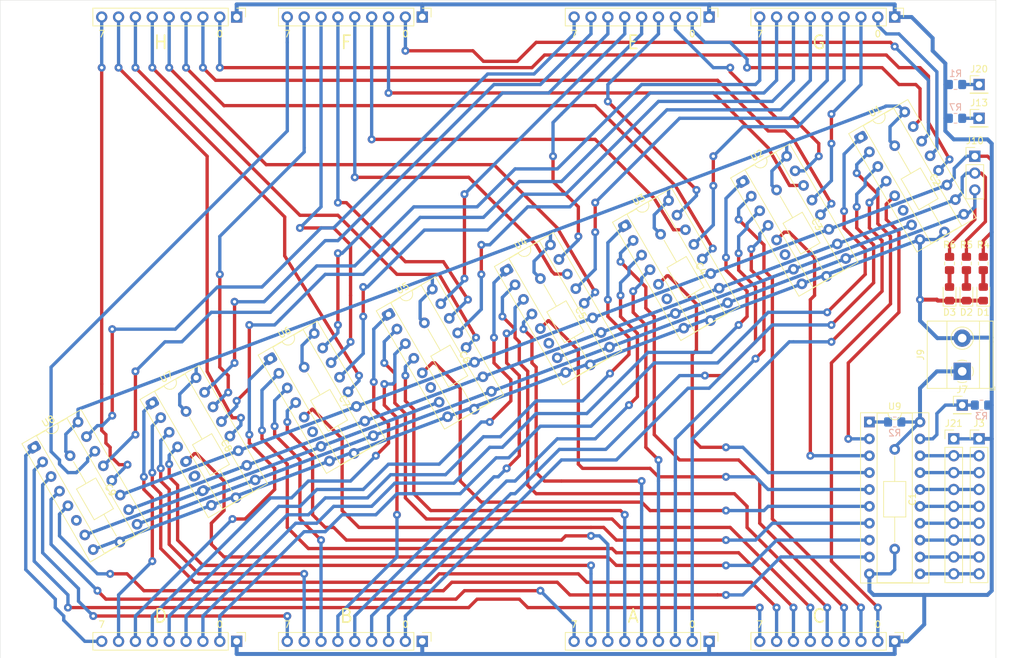
<source format=kicad_pcb>
(kicad_pcb (version 20171130) (host pcbnew "(5.1.8)-1")
  (layers (0 F.Cu signal) (31 B.Cu signal) (34 B.Paste user) (35 F.Paste user) (36 B.SilkS user) (37 F.SilkS user) (38 B.Mask user) (39 F.Mask user) (44 Edge.Cuts user))
  (net 0 "")
  (net 1 GND)
  (net 2 VCC)
  (net 3 "Net-(D1-Pad2)")
  (net 4 "Net-(D2-Pad2)")
  (net 5 "Net-(D3-Pad2)")
  (net 6 /A7)
  (net 7 /A6)
  (net 8 /A5)
  (net 9 /A4)
  (net 10 /A3)
  (net 11 /A2)
  (net 12 /A1)
  (net 13 /A0)
  (net 14 /E7)
  (net 15 /E6)
  (net 16 /E5)
  (net 17 /E4)
  (net 18 /E3)
  (net 19 /E2)
  (net 20 /E1)
  (net 21 /E0)
  (net 22 /BUS7)
  (net 23 /BUS6)
  (net 24 /BUS5)
  (net 25 /BUS4)
  (net 26 /BUS3)
  (net 27 /BUS2)
  (net 28 /BUS1)
  (net 29 /BUS0)
  (net 30 /B7)
  (net 31 /B6)
  (net 32 /B5)
  (net 33 /B4)
  (net 34 /B3)
  (net 35 /B2)
  (net 36 /B1)
  (net 37 /B0)
  (net 38 /F7)
  (net 39 /F6)
  (net 40 /F5)
  (net 41 /F4)
  (net 42 /F3)
  (net 43 /F2)
  (net 44 /F1)
  (net 45 /F0)
  (net 46 /~OE)
  (net 47 /S2)
  (net 48 /S1)
  (net 49 /S0)
  (net 50 /C7)
  (net 51 /C6)
  (net 52 /C5)
  (net 53 /C4)
  (net 54 /C3)
  (net 55 /C2)
  (net 56 /C1)
  (net 57 /C0)
  (net 58 /G7)
  (net 59 /G6)
  (net 60 /G5)
  (net 61 /G4)
  (net 62 /G3)
  (net 63 /G2)
  (net 64 /G1)
  (net 65 /G0)
  (net 66 /~EL)
  (net 67 /D7)
  (net 68 /D6)
  (net 69 /D5)
  (net 70 /D4)
  (net 71 /D3)
  (net 72 /D2)
  (net 73 /D1)
  (net 74 /D0)
  (net 75 /H7)
  (net 76 /H6)
  (net 77 /H5)
  (net 78 /H4)
  (net 79 /H3)
  (net 80 /H2)
  (net 81 /H1)
  (net 82 /H0)
  (net 83 /~EH)
  (net 84 "Net-(R2-Pad1)")
  (net 85 "Net-(U1-Pad6)")
  (net 86 /O0)
  (net 87 "Net-(U2-Pad6)")
  (net 88 /O1)
  (net 89 "Net-(U3-Pad6)")
  (net 90 /O2)
  (net 91 "Net-(U4-Pad6)")
  (net 92 /O3)
  (net 93 "Net-(U5-Pad6)")
  (net 94 /O4)
  (net 95 "Net-(U6-Pad6)")
  (net 96 /O5)
  (net 97 "Net-(U7-Pad6)")
  (net 98 /O6)
  (net 99 "Net-(U8-Pad6)")
  (net 100 /O7)
  (module Connector_PinHeader_2.54mm:PinHeader_1x09_P2.54mm_Vertical (layer F.Cu) (at 162.56 127 270)
    (fp_text reference J11 hide)
    (fp_text value Conn_01x09_Male)
    (pad 9 thru_hole oval (at 0 20.32 270) (size 1.7 1.7) (drill 1) (layers *.Cu *.Mask) (net 50 /C7))
    (pad 8 thru_hole oval (at 0 17.78 270) (size 1.7 1.7) (drill 1) (layers *.Cu *.Mask) (net 51 /C6))
    (pad 7 thru_hole oval (at 0 15.24 270) (size 1.7 1.7) (drill 1) (layers *.Cu *.Mask) (net 52 /C5))
    (pad 6 thru_hole oval (at 0 12.7 270) (size 1.7 1.7) (drill 1) (layers *.Cu *.Mask) (net 53 /C4))
    (pad 5 thru_hole oval (at 0 10.16 270) (size 1.7 1.7) (drill 1) (layers *.Cu *.Mask) (net 54 /C3))
    (pad 4 thru_hole oval (at 0 7.62 270) (size 1.7 1.7) (drill 1) (layers *.Cu *.Mask) (net 55 /C2))
    (pad 3 thru_hole oval (at 0 5.08 270) (size 1.7 1.7) (drill 1) (layers *.Cu *.Mask) (net 56 /C1))
    (pad 2 thru_hole oval (at 0 2.54 270) (size 1.7 1.7) (drill 1) (layers *.Cu *.Mask) (net 57 /C0))
    (pad 1 thru_hole rect (at 0 0 270) (size 1.7 1.7) (drill 1) (layers *.Cu *.Mask) (net 1 GND))
  )
  (module MountingHole:MountingHole_3.2mm_M3 (layer F.Cu) (at 172.72 124.46)
    (fp_text reference H6 hide)
    (fp_text value MountingHole)
    (pad 1 np_thru_hole circle (at 0 0) (size 3.2 3.2) (drill 3.2) (layers *.Cu *.Mask))
  )
  (module MountingHole:MountingHole_3.2mm_M3 (layer F.Cu) (at 172.72 35.56)
    (fp_text reference H5 hide)
    (fp_text value MountingHole)
    (pad 1 np_thru_hole circle (at 0 0) (size 3.2 3.2) (drill 3.2) (layers *.Cu *.Mask))
  )
  (module Package_DIP:DIP-20_W7.62mm_Socket (layer F.Cu) (at 158.75 93.98)
    (fp_text reference U9 (at 3.81 -2.33) (layer F.SilkS))
    (fp_text value 74HC245)
    (pad 20 thru_hole oval (at 7.62 0) (size 1.6 1.6) (drill 0.8) (layers *.Cu *.Mask) (net 2 VCC))
    (pad 10 thru_hole oval (at 0 22.86) (size 1.6 1.6) (drill 0.8) (layers *.Cu *.Mask) (net 1 GND))
    (pad 19 thru_hole oval (at 7.62 2.54) (size 1.6 1.6) (drill 0.8) (layers *.Cu *.Mask) (net 46 /~OE))
    (pad 9 thru_hole oval (at 0 20.32) (size 1.6 1.6) (drill 0.8) (layers *.Cu *.Mask) (net 100 /O7))
    (pad 18 thru_hole oval (at 7.62 5.08) (size 1.6 1.6) (drill 0.8) (layers *.Cu *.Mask) (net 29 /BUS0))
    (pad 8 thru_hole oval (at 0 17.78) (size 1.6 1.6) (drill 0.8) (layers *.Cu *.Mask) (net 98 /O6))
    (pad 17 thru_hole oval (at 7.62 7.62) (size 1.6 1.6) (drill 0.8) (layers *.Cu *.Mask) (net 28 /BUS1))
    (pad 7 thru_hole oval (at 0 15.24) (size 1.6 1.6) (drill 0.8) (layers *.Cu *.Mask) (net 96 /O5))
    (pad 16 thru_hole oval (at 7.62 10.16) (size 1.6 1.6) (drill 0.8) (layers *.Cu *.Mask) (net 27 /BUS2))
    (pad 6 thru_hole oval (at 0 12.7) (size 1.6 1.6) (drill 0.8) (layers *.Cu *.Mask) (net 94 /O4))
    (pad 15 thru_hole oval (at 7.62 12.7) (size 1.6 1.6) (drill 0.8) (layers *.Cu *.Mask) (net 26 /BUS3))
    (pad 5 thru_hole oval (at 0 10.16) (size 1.6 1.6) (drill 0.8) (layers *.Cu *.Mask) (net 92 /O3))
    (pad 14 thru_hole oval (at 7.62 15.24) (size 1.6 1.6) (drill 0.8) (layers *.Cu *.Mask) (net 25 /BUS4))
    (pad 4 thru_hole oval (at 0 7.62) (size 1.6 1.6) (drill 0.8) (layers *.Cu *.Mask) (net 90 /O2))
    (pad 13 thru_hole oval (at 7.62 17.78) (size 1.6 1.6) (drill 0.8) (layers *.Cu *.Mask) (net 24 /BUS5))
    (pad 3 thru_hole oval (at 0 5.08) (size 1.6 1.6) (drill 0.8) (layers *.Cu *.Mask) (net 88 /O1))
    (pad 12 thru_hole oval (at 7.62 20.32) (size 1.6 1.6) (drill 0.8) (layers *.Cu *.Mask) (net 23 /BUS6))
    (pad 2 thru_hole oval (at 0 2.54) (size 1.6 1.6) (drill 0.8) (layers *.Cu *.Mask) (net 86 /O0))
    (pad 11 thru_hole oval (at 7.62 22.86) (size 1.6 1.6) (drill 0.8) (layers *.Cu *.Mask) (net 22 /BUS7))
    (pad 1 thru_hole rect (at 0 0) (size 1.6 1.6) (drill 0.8) (layers *.Cu *.Mask) (net 84 "Net-(R2-Pad1)"))
  )
  (module Package_DIP:DIP-16_W7.62mm_Socket (layer F.Cu) (at 33.02 97.79 30)
    (fp_text reference U8 (at 3.81 -2.33 30) (layer F.SilkS))
    (fp_text value 74LS151)
    (pad 16 thru_hole oval (at 7.62 0 30) (size 1.6 1.6) (drill 0.8) (layers *.Cu *.Mask) (net 2 VCC))
    (pad 8 thru_hole oval (at 0 17.78 30) (size 1.6 1.6) (drill 0.8) (layers *.Cu *.Mask) (net 1 GND))
    (pad 15 thru_hole oval (at 7.62 2.54 30) (size 1.6 1.6) (drill 0.8) (layers *.Cu *.Mask) (net 14 /E7))
    (pad 7 thru_hole oval (at 0 15.24 30) (size 1.6 1.6) (drill 0.8) (layers *.Cu *.Mask) (net 83 /~EH))
    (pad 14 thru_hole oval (at 7.62 5.08 30) (size 1.6 1.6) (drill 0.8) (layers *.Cu *.Mask) (net 38 /F7))
    (pad 6 thru_hole oval (at 0 12.7 30) (size 1.6 1.6) (drill 0.8) (layers *.Cu *.Mask) (net 99 "Net-(U8-Pad6)"))
    (pad 13 thru_hole oval (at 7.62 7.62 30) (size 1.6 1.6) (drill 0.8) (layers *.Cu *.Mask) (net 58 /G7))
    (pad 5 thru_hole oval (at 0 10.16 30) (size 1.6 1.6) (drill 0.8) (layers *.Cu *.Mask) (net 100 /O7))
    (pad 12 thru_hole oval (at 7.62 10.16 30) (size 1.6 1.6) (drill 0.8) (layers *.Cu *.Mask) (net 75 /H7))
    (pad 4 thru_hole oval (at 0 7.62 30) (size 1.6 1.6) (drill 0.8) (layers *.Cu *.Mask) (net 6 /A7))
    (pad 11 thru_hole oval (at 7.62 12.7 30) (size 1.6 1.6) (drill 0.8) (layers *.Cu *.Mask) (net 49 /S0))
    (pad 3 thru_hole oval (at 0 5.08 30) (size 1.6 1.6) (drill 0.8) (layers *.Cu *.Mask) (net 30 /B7))
    (pad 10 thru_hole oval (at 7.62 15.24 30) (size 1.6 1.6) (drill 0.8) (layers *.Cu *.Mask) (net 48 /S1))
    (pad 2 thru_hole oval (at 0 2.54 30) (size 1.6 1.6) (drill 0.8) (layers *.Cu *.Mask) (net 50 /C7))
    (pad 9 thru_hole oval (at 7.62 17.78 30) (size 1.6 1.6) (drill 0.8) (layers *.Cu *.Mask) (net 47 /S2))
    (pad 1 thru_hole roundrect (at 0 0 30) (size 1.8 1.5) (drill 0.8) (layers *.Cu *.Mask) (net 67 /D7))
  )
  (module Package_DIP:DIP-16_W7.62mm_Socket (layer F.Cu) (at 50.8 91.1225 30)
    (fp_text reference U7 (at 3.81 -2.33 30) (layer F.SilkS))
    (fp_text value 74LS151)
    (pad 16 thru_hole oval (at 7.62 0 30) (size 1.6 1.6) (drill 0.8) (layers *.Cu *.Mask) (net 2 VCC))
    (pad 8 thru_hole oval (at 0 17.78 30) (size 1.6 1.6) (drill 0.8) (layers *.Cu *.Mask) (net 1 GND))
    (pad 15 thru_hole oval (at 7.62 2.54 30) (size 1.6 1.6) (drill 0.8) (layers *.Cu *.Mask) (net 15 /E6))
    (pad 7 thru_hole oval (at 0 15.24 30) (size 1.8 1.5) (drill 0.8) (layers *.Cu *.Mask) (net 83 /~EH))
    (pad 14 thru_hole oval (at 7.62 5.08 30) (size 1.6 1.6) (drill 0.8) (layers *.Cu *.Mask) (net 39 /F6))
    (pad 6 thru_hole oval (at 0 12.7 30) (size 1.8 1.5) (drill 0.8) (layers *.Cu *.Mask) (net 97 "Net-(U7-Pad6)"))
    (pad 13 thru_hole oval (at 7.62 7.62 30) (size 1.6 1.6) (drill 0.8) (layers *.Cu *.Mask) (net 59 /G6))
    (pad 5 thru_hole oval (at 0 10.16 30) (size 1.8 1.5) (drill 0.8) (layers *.Cu *.Mask) (net 98 /O6))
    (pad 12 thru_hole oval (at 7.62 10.16 30) (size 1.6 1.6) (drill 0.8) (layers *.Cu *.Mask) (net 76 /H6))
    (pad 4 thru_hole oval (at 0 7.62 30) (size 1.6 1.6) (drill 0.8) (layers *.Cu *.Mask) (net 7 /A6))
    (pad 11 thru_hole oval (at 7.62 12.7 30) (size 1.6 1.6) (drill 0.8) (layers *.Cu *.Mask) (net 49 /S0))
    (pad 3 thru_hole oval (at 0 5.08 30) (size 1.6 1.6) (drill 0.8) (layers *.Cu *.Mask) (net 31 /B6))
    (pad 10 thru_hole oval (at 7.62 15.24 30) (size 1.6 1.6) (drill 0.8) (layers *.Cu *.Mask) (net 48 /S1))
    (pad 2 thru_hole oval (at 0 2.54 30) (size 1.6 1.6) (drill 0.8) (layers *.Cu *.Mask) (net 51 /C6))
    (pad 9 thru_hole oval (at 7.62 17.78 30) (size 1.6 1.6) (drill 0.8) (layers *.Cu *.Mask) (net 47 /S2))
    (pad 1 thru_hole roundrect (at 0 0 30) (size 1.8 1.5) (drill 0.8) (layers *.Cu *.Mask) (net 68 /D6))
  )
  (module Package_DIP:DIP-16_W7.62mm_Socket (layer F.Cu) (at 68.58 84.455 30)
    (fp_text reference U6 (at 3.81 -2.33 30) (layer F.SilkS))
    (fp_text value 74LS151)
    (pad 16 thru_hole oval (at 7.62 0 30) (size 1.6 1.6) (drill 0.8) (layers *.Cu *.Mask) (net 2 VCC))
    (pad 8 thru_hole oval (at 0 17.78 30) (size 1.6 1.6) (drill 0.8) (layers *.Cu *.Mask) (net 1 GND))
    (pad 15 thru_hole oval (at 7.62 2.54 30) (size 1.6 1.6) (drill 0.8) (layers *.Cu *.Mask) (net 16 /E5))
    (pad 7 thru_hole oval (at 0 15.24 30) (size 1.6 1.6) (drill 0.8) (layers *.Cu *.Mask) (net 83 /~EH))
    (pad 14 thru_hole oval (at 7.62 5.08 30) (size 1.6 1.6) (drill 0.8) (layers *.Cu *.Mask) (net 40 /F5))
    (pad 6 thru_hole oval (at 0 12.7 30) (size 1.6 1.6) (drill 0.8) (layers *.Cu *.Mask) (net 95 "Net-(U6-Pad6)"))
    (pad 13 thru_hole oval (at 7.62 7.62 30) (size 1.6 1.6) (drill 0.8) (layers *.Cu *.Mask) (net 60 /G5))
    (pad 5 thru_hole oval (at 0 10.16 30) (size 1.6 1.6) (drill 0.8) (layers *.Cu *.Mask) (net 96 /O5))
    (pad 12 thru_hole oval (at 7.62 10.16 30) (size 1.6 1.6) (drill 0.8) (layers *.Cu *.Mask) (net 77 /H5))
    (pad 4 thru_hole oval (at 0 7.62 30) (size 1.6 1.6) (drill 0.8) (layers *.Cu *.Mask) (net 8 /A5))
    (pad 11 thru_hole oval (at 7.62 12.7 30) (size 1.6 1.6) (drill 0.8) (layers *.Cu *.Mask) (net 49 /S0))
    (pad 3 thru_hole oval (at 0 5.08 30) (size 1.6 1.6) (drill 0.8) (layers *.Cu *.Mask) (net 32 /B5))
    (pad 10 thru_hole oval (at 7.62 15.24 30) (size 1.6 1.6) (drill 0.8) (layers *.Cu *.Mask) (net 48 /S1))
    (pad 2 thru_hole oval (at 0 2.54 30) (size 1.6 1.6) (drill 0.8) (layers *.Cu *.Mask) (net 52 /C5))
    (pad 9 thru_hole oval (at 7.62 17.78 30) (size 1.6 1.6) (drill 0.8) (layers *.Cu *.Mask) (net 47 /S2))
    (pad 1 thru_hole roundrect (at 0 0 30) (size 1.8 1.5) (drill 0.8) (layers *.Cu *.Mask) (net 69 /D5))
  )
  (module Package_DIP:DIP-16_W7.62mm_Socket (layer F.Cu) (at 86.36 77.7875 30)
    (fp_text reference U5 (at 3.81 -2.33 30) (layer F.SilkS))
    (fp_text value 74LS151)
    (pad 16 thru_hole oval (at 7.62 0 30) (size 1.6 1.6) (drill 0.8) (layers *.Cu *.Mask) (net 2 VCC))
    (pad 8 thru_hole oval (at 0 17.78 30) (size 1.6 1.6) (drill 0.8) (layers *.Cu *.Mask) (net 1 GND))
    (pad 15 thru_hole oval (at 7.62 2.54 30) (size 1.6 1.6) (drill 0.8) (layers *.Cu *.Mask) (net 17 /E4))
    (pad 7 thru_hole oval (at 0 15.24 30) (size 1.6 1.6) (drill 0.8) (layers *.Cu *.Mask) (net 83 /~EH))
    (pad 14 thru_hole oval (at 7.62 5.08 30) (size 1.6 1.6) (drill 0.8) (layers *.Cu *.Mask) (net 41 /F4))
    (pad 6 thru_hole oval (at 0 12.7 30) (size 1.6 1.6) (drill 0.8) (layers *.Cu *.Mask) (net 93 "Net-(U5-Pad6)"))
    (pad 13 thru_hole oval (at 7.62 7.62 30) (size 1.6 1.6) (drill 0.8) (layers *.Cu *.Mask) (net 61 /G4))
    (pad 5 thru_hole oval (at 0 10.16 30) (size 1.6 1.6) (drill 0.8) (layers *.Cu *.Mask) (net 94 /O4))
    (pad 12 thru_hole oval (at 7.62 10.16 30) (size 1.6 1.6) (drill 0.8) (layers *.Cu *.Mask) (net 78 /H4))
    (pad 4 thru_hole oval (at 0 7.62 30) (size 1.6 1.6) (drill 0.8) (layers *.Cu *.Mask) (net 9 /A4))
    (pad 11 thru_hole oval (at 7.62 12.7 30) (size 1.6 1.6) (drill 0.8) (layers *.Cu *.Mask) (net 49 /S0))
    (pad 3 thru_hole oval (at 0 5.08 30) (size 1.6 1.6) (drill 0.8) (layers *.Cu *.Mask) (net 33 /B4))
    (pad 10 thru_hole oval (at 7.62 15.24 30) (size 1.6 1.6) (drill 0.8) (layers *.Cu *.Mask) (net 48 /S1))
    (pad 2 thru_hole oval (at 0 2.54 30) (size 1.6 1.6) (drill 0.8) (layers *.Cu *.Mask) (net 53 /C4))
    (pad 9 thru_hole oval (at 7.62 17.78 30) (size 1.6 1.6) (drill 0.8) (layers *.Cu *.Mask) (net 47 /S2))
    (pad 1 thru_hole roundrect (at 0 0 30) (size 1.8 1.5) (drill 0.8) (layers *.Cu *.Mask) (net 70 /D4))
  )
  (module Package_DIP:DIP-16_W7.62mm_Socket (layer F.Cu) (at 104.14 71.12 30)
    (fp_text reference U4 (at 3.81 -2.33 30) (layer F.SilkS))
    (fp_text value 74LS151)
    (pad 16 thru_hole oval (at 7.62 0 30) (size 1.6 1.6) (drill 0.8) (layers *.Cu *.Mask) (net 2 VCC))
    (pad 8 thru_hole oval (at 0 17.78 30) (size 1.6 1.6) (drill 0.8) (layers *.Cu *.Mask) (net 1 GND))
    (pad 15 thru_hole oval (at 7.62 2.54 30) (size 1.6 1.6) (drill 0.8) (layers *.Cu *.Mask) (net 18 /E3))
    (pad 7 thru_hole oval (at 0 15.24 30) (size 1.6 1.6) (drill 0.8) (layers *.Cu *.Mask) (net 66 /~EL))
    (pad 14 thru_hole oval (at 7.62 5.08 30) (size 1.6 1.6) (drill 0.8) (layers *.Cu *.Mask) (net 42 /F3))
    (pad 6 thru_hole oval (at 0 12.7 30) (size 1.6 1.6) (drill 0.8) (layers *.Cu *.Mask) (net 91 "Net-(U4-Pad6)"))
    (pad 13 thru_hole oval (at 7.62 7.62 30) (size 1.6 1.6) (drill 0.8) (layers *.Cu *.Mask) (net 62 /G3))
    (pad 5 thru_hole oval (at 0 10.16 30) (size 1.6 1.6) (drill 0.8) (layers *.Cu *.Mask) (net 92 /O3))
    (pad 12 thru_hole oval (at 7.62 10.16 30) (size 1.6 1.6) (drill 0.8) (layers *.Cu *.Mask) (net 79 /H3))
    (pad 4 thru_hole oval (at 0 7.62 30) (size 1.6 1.6) (drill 0.8) (layers *.Cu *.Mask) (net 10 /A3))
    (pad 11 thru_hole oval (at 7.62 12.7 30) (size 1.6 1.6) (drill 0.8) (layers *.Cu *.Mask) (net 49 /S0))
    (pad 3 thru_hole oval (at 0 5.08 30) (size 1.6 1.6) (drill 0.8) (layers *.Cu *.Mask) (net 34 /B3))
    (pad 10 thru_hole oval (at 7.62 15.24 30) (size 1.6 1.6) (drill 0.8) (layers *.Cu *.Mask) (net 48 /S1))
    (pad 2 thru_hole oval (at 0 2.54 30) (size 1.6 1.6) (drill 0.8) (layers *.Cu *.Mask) (net 54 /C3))
    (pad 9 thru_hole oval (at 7.62 17.78 30) (size 1.6 1.6) (drill 0.8) (layers *.Cu *.Mask) (net 47 /S2))
    (pad 1 thru_hole roundrect (at 0 0 30) (size 1.8 1.5) (drill 0.8) (layers *.Cu *.Mask) (net 71 /D3))
  )
  (module Package_DIP:DIP-16_W7.62mm_Socket (layer F.Cu) (at 121.92 64.4525 30)
    (fp_text reference U3 (at 3.81 -2.33 30) (layer F.SilkS))
    (fp_text value 74LS151)
    (pad 16 thru_hole oval (at 7.62 0 30) (size 1.6 1.6) (drill 0.8) (layers *.Cu *.Mask) (net 2 VCC))
    (pad 8 thru_hole oval (at 0 17.78 30) (size 1.6 1.6) (drill 0.8) (layers *.Cu *.Mask) (net 1 GND))
    (pad 15 thru_hole oval (at 7.62 2.54 30) (size 1.6 1.6) (drill 0.8) (layers *.Cu *.Mask) (net 19 /E2))
    (pad 7 thru_hole oval (at 0 15.24 30) (size 1.6 1.6) (drill 0.8) (layers *.Cu *.Mask) (net 66 /~EL))
    (pad 14 thru_hole oval (at 7.62 5.08 30) (size 1.6 1.6) (drill 0.8) (layers *.Cu *.Mask) (net 43 /F2))
    (pad 6 thru_hole oval (at 0 12.7 30) (size 1.6 1.6) (drill 0.8) (layers *.Cu *.Mask) (net 89 "Net-(U3-Pad6)"))
    (pad 13 thru_hole oval (at 7.62 7.62 30) (size 1.6 1.6) (drill 0.8) (layers *.Cu *.Mask) (net 63 /G2))
    (pad 5 thru_hole oval (at 0 10.16 30) (size 1.6 1.6) (drill 0.8) (layers *.Cu *.Mask) (net 90 /O2))
    (pad 12 thru_hole oval (at 7.62 10.16 30) (size 1.6 1.6) (drill 0.8) (layers *.Cu *.Mask) (net 80 /H2))
    (pad 4 thru_hole oval (at 0 7.62 30) (size 1.6 1.6) (drill 0.8) (layers *.Cu *.Mask) (net 11 /A2))
    (pad 11 thru_hole oval (at 7.62 12.7 30) (size 1.6 1.6) (drill 0.8) (layers *.Cu *.Mask) (net 49 /S0))
    (pad 3 thru_hole oval (at 0 5.08 30) (size 1.6 1.6) (drill 0.8) (layers *.Cu *.Mask) (net 35 /B2))
    (pad 10 thru_hole oval (at 7.62 15.24 30) (size 1.6 1.6) (drill 0.8) (layers *.Cu *.Mask) (net 48 /S1))
    (pad 2 thru_hole oval (at 0 2.54 30) (size 1.6 1.6) (drill 0.8) (layers *.Cu *.Mask) (net 55 /C2))
    (pad 9 thru_hole oval (at 7.62 17.78 30) (size 1.6 1.6) (drill 0.8) (layers *.Cu *.Mask) (net 47 /S2))
    (pad 1 thru_hole roundrect (at 0 0 30) (size 1.8 1.5) (drill 0.8) (layers *.Cu *.Mask) (net 72 /D2))
  )
  (module Package_DIP:DIP-16_W7.62mm_Socket (layer F.Cu) (at 139.7 57.785 30)
    (fp_text reference U2 (at 3.81 -2.33 30) (layer F.SilkS))
    (fp_text value 74LS151)
    (pad 16 thru_hole oval (at 7.62 0 30) (size 1.6 1.6) (drill 0.8) (layers *.Cu *.Mask) (net 2 VCC))
    (pad 8 thru_hole oval (at 0 17.78 30) (size 1.6 1.6) (drill 0.8) (layers *.Cu *.Mask) (net 1 GND))
    (pad 15 thru_hole oval (at 7.62 2.54 30) (size 1.6 1.6) (drill 0.8) (layers *.Cu *.Mask) (net 20 /E1))
    (pad 7 thru_hole oval (at 0 15.24 30) (size 1.6 1.6) (drill 0.8) (layers *.Cu *.Mask) (net 66 /~EL))
    (pad 14 thru_hole oval (at 7.62 5.08 30) (size 1.6 1.6) (drill 0.8) (layers *.Cu *.Mask) (net 44 /F1))
    (pad 6 thru_hole oval (at 0 12.7 30) (size 1.6 1.6) (drill 0.8) (layers *.Cu *.Mask) (net 87 "Net-(U2-Pad6)"))
    (pad 13 thru_hole oval (at 7.62 7.62 30) (size 1.6 1.6) (drill 0.8) (layers *.Cu *.Mask) (net 64 /G1))
    (pad 5 thru_hole oval (at 0 10.16 30) (size 1.6 1.6) (drill 0.8) (layers *.Cu *.Mask) (net 88 /O1))
    (pad 12 thru_hole oval (at 7.62 10.16 30) (size 1.6 1.6) (drill 0.8) (layers *.Cu *.Mask) (net 81 /H1))
    (pad 4 thru_hole oval (at 0 7.62 30) (size 1.6 1.6) (drill 0.8) (layers *.Cu *.Mask) (net 12 /A1))
    (pad 11 thru_hole oval (at 7.62 12.7 30) (size 1.6 1.6) (drill 0.8) (layers *.Cu *.Mask) (net 49 /S0))
    (pad 3 thru_hole oval (at 0 5.08 30) (size 1.6 1.6) (drill 0.8) (layers *.Cu *.Mask) (net 36 /B1))
    (pad 10 thru_hole oval (at 7.62 15.24 30) (size 1.6 1.6) (drill 0.8) (layers *.Cu *.Mask) (net 48 /S1))
    (pad 2 thru_hole oval (at 0 2.54 30) (size 1.6 1.6) (drill 0.8) (layers *.Cu *.Mask) (net 56 /C1))
    (pad 9 thru_hole oval (at 7.62 17.78 30) (size 1.6 1.6) (drill 0.8) (layers *.Cu *.Mask) (net 47 /S2))
    (pad 1 thru_hole roundrect (at 0 0 30) (size 1.8 1.5) (drill 0.8) (layers *.Cu *.Mask) (net 73 /D1))
  )
  (module Package_DIP:DIP-16_W7.62mm_Socket (layer F.Cu) (at 157.48 51.1175 30)
    (fp_text reference U1 (at 3.81 -2.33 30) (layer F.SilkS))
    (fp_text value 74LS151)
    (pad 16 thru_hole oval (at 7.62 0 30) (size 1.6 1.6) (drill 0.8) (layers *.Cu *.Mask) (net 2 VCC))
    (pad 8 thru_hole oval (at 0 17.78 30) (size 1.6 1.6) (drill 0.8) (layers *.Cu *.Mask) (net 1 GND))
    (pad 15 thru_hole oval (at 7.62 2.54 30) (size 1.6 1.6) (drill 0.8) (layers *.Cu *.Mask) (net 21 /E0))
    (pad 7 thru_hole oval (at 0 15.24 30) (size 1.6 1.6) (drill 0.8) (layers *.Cu *.Mask) (net 66 /~EL))
    (pad 14 thru_hole oval (at 7.62 5.08 30) (size 1.6 1.6) (drill 0.8) (layers *.Cu *.Mask) (net 45 /F0))
    (pad 6 thru_hole oval (at 0 12.7 30) (size 1.6 1.6) (drill 0.8) (layers *.Cu *.Mask) (net 85 "Net-(U1-Pad6)"))
    (pad 13 thru_hole oval (at 7.62 7.62 30) (size 1.6 1.6) (drill 0.8) (layers *.Cu *.Mask) (net 65 /G0))
    (pad 5 thru_hole oval (at 0 10.16 30) (size 1.6 1.6) (drill 0.8) (layers *.Cu *.Mask) (net 86 /O0))
    (pad 12 thru_hole oval (at 7.62 10.16 30) (size 1.6 1.6) (drill 0.8) (layers *.Cu *.Mask) (net 82 /H0))
    (pad 4 thru_hole oval (at 0 7.62 30) (size 1.6 1.6) (drill 0.8) (layers *.Cu *.Mask) (net 13 /A0))
    (pad 11 thru_hole oval (at 7.62 12.7 30) (size 1.6 1.6) (drill 0.8) (layers *.Cu *.Mask) (net 49 /S0))
    (pad 3 thru_hole oval (at 0 5.08 30) (size 1.6 1.6) (drill 0.8) (layers *.Cu *.Mask) (net 37 /B0))
    (pad 10 thru_hole oval (at 7.62 15.24 30) (size 1.6 1.6) (drill 0.8) (layers *.Cu *.Mask) (net 48 /S1))
    (pad 2 thru_hole oval (at 0 2.54 30) (size 1.6 1.6) (drill 0.8) (layers *.Cu *.Mask) (net 57 /C0))
    (pad 9 thru_hole oval (at 7.62 17.78 30) (size 1.6 1.6) (drill 0.8) (layers *.Cu *.Mask) (net 47 /S2))
    (pad 1 thru_hole roundrect (at 0 0 30) (size 1.8 1.5) (drill 0.8) (layers *.Cu *.Mask) (net 74 /D0))
  )
  (module Resistor_SMD:R_0805_2012Metric_Pad1.20x1.40mm_HandSolder (layer B.Cu) (at 171.72 48.26 180)
    (fp_text reference R7 (at 0 1.65) (layer B.SilkS) (effects (justify mirror)))
    (fp_text value 10k)
    (pad 2 smd roundrect (at 1 0 180) (size 1.2 1.4) (layers B.Cu B.Paste B.Mask) (roundrect_rratio 0.208333) (net 1 GND))
    (pad 1 smd roundrect (at -1 0 180) (size 1.2 1.4) (layers B.Cu B.Paste B.Mask) (roundrect_rratio 0.208333) (net 66 /~EL))
  )
  (module Resistor_SMD:R_0805_2012Metric_Pad1.20x1.40mm_HandSolder (layer F.Cu) (at 170.815 70.12 90)
    (fp_text reference R6 (at 2.81 0 180) (layer F.SilkS))
    (fp_text value 1k)
    (pad 2 smd roundrect (at 1 0 90) (size 1.2 1.4) (layers F.Cu F.Paste F.Mask) (roundrect_rratio 0.208333) (net 47 /S2))
    (pad 1 smd roundrect (at -1 0 90) (size 1.2 1.4) (layers F.Cu F.Paste F.Mask) (roundrect_rratio 0.208333) (net 5 "Net-(D3-Pad2)"))
  )
  (module Resistor_SMD:R_0805_2012Metric_Pad1.20x1.40mm_HandSolder (layer F.Cu) (at 173.355 70.12 90)
    (fp_text reference R5 (at 2.81 0 180) (layer F.SilkS))
    (fp_text value 1k)
    (pad 2 smd roundrect (at 1 0 90) (size 1.2 1.4) (layers F.Cu F.Paste F.Mask) (roundrect_rratio 0.208333) (net 48 /S1))
    (pad 1 smd roundrect (at -1 0 90) (size 1.2 1.4) (layers F.Cu F.Paste F.Mask) (roundrect_rratio 0.208333) (net 4 "Net-(D2-Pad2)"))
  )
  (module Resistor_SMD:R_0805_2012Metric_Pad1.20x1.40mm_HandSolder (layer F.Cu) (at 175.895 70.12 90)
    (fp_text reference R4 (at 2.81 0 180) (layer F.SilkS))
    (fp_text value 1k)
    (pad 2 smd roundrect (at 1 0 90) (size 1.2 1.4) (layers F.Cu F.Paste F.Mask) (roundrect_rratio 0.208333) (net 49 /S0))
    (pad 1 smd roundrect (at -1 0 90) (size 1.2 1.4) (layers F.Cu F.Paste F.Mask) (roundrect_rratio 0.208333) (net 3 "Net-(D1-Pad2)"))
  )
  (module Resistor_SMD:R_0805_2012Metric_Pad1.20x1.40mm_HandSolder (layer B.Cu) (at 175.625 91.44)
    (fp_text reference R3 (at 0 1.65) (layer B.SilkS) (effects (justify mirror)))
    (fp_text value 10k)
    (pad 2 smd roundrect (at 1 0) (size 1.2 1.4) (layers B.Cu B.Paste B.Mask) (roundrect_rratio 0.208333) (net 1 GND))
    (pad 1 smd roundrect (at -1 0) (size 1.2 1.4) (layers B.Cu B.Paste B.Mask) (roundrect_rratio 0.208333) (net 46 /~OE))
  )
  (module Resistor_SMD:R_0805_2012Metric_Pad1.20x1.40mm_HandSolder (layer B.Cu) (at 162.56 93.98)
    (fp_text reference R2 (at 0 1.65) (layer B.SilkS) (effects (justify mirror)))
    (fp_text value 10k)
    (pad 2 smd roundrect (at 1 0) (size 1.2 1.4) (layers B.Cu B.Paste B.Mask) (roundrect_rratio 0.208333) (net 2 VCC))
    (pad 1 smd roundrect (at -1 0) (size 1.2 1.4) (layers B.Cu B.Paste B.Mask) (roundrect_rratio 0.208333) (net 84 "Net-(R2-Pad1)"))
  )
  (module Resistor_SMD:R_0805_2012Metric_Pad1.20x1.40mm_HandSolder (layer B.Cu) (at 171.72 43.18 180)
    (fp_text reference R1 (at 0 1.65) (layer B.SilkS) (effects (justify mirror)))
    (fp_text value 10k)
    (pad 2 smd roundrect (at 1 0 180) (size 1.2 1.4) (layers B.Cu B.Paste B.Mask) (roundrect_rratio 0.208333) (net 1 GND))
    (pad 1 smd roundrect (at -1 0 180) (size 1.2 1.4) (layers B.Cu B.Paste B.Mask) (roundrect_rratio 0.208333) (net 83 /~EH))
  )
  (module Connector_PinHeader_2.54mm:PinHeader_1x09_P2.54mm_Vertical (layer F.Cu) (at 171.45 96.52)
    (fp_text reference J21 (at 0 -2.33) (layer F.SilkS))
    (fp_text value Conn_01x09_Male)
    (pad 9 thru_hole oval (at 0 20.32) (size 1.7 1.7) (drill 1) (layers *.Cu *.Mask) (net 22 /BUS7))
    (pad 8 thru_hole oval (at 0 17.78) (size 1.7 1.7) (drill 1) (layers *.Cu *.Mask) (net 23 /BUS6))
    (pad 7 thru_hole oval (at 0 15.24) (size 1.7 1.7) (drill 1) (layers *.Cu *.Mask) (net 24 /BUS5))
    (pad 6 thru_hole oval (at 0 12.7) (size 1.7 1.7) (drill 1) (layers *.Cu *.Mask) (net 25 /BUS4))
    (pad 5 thru_hole oval (at 0 10.16) (size 1.7 1.7) (drill 1) (layers *.Cu *.Mask) (net 26 /BUS3))
    (pad 4 thru_hole oval (at 0 7.62) (size 1.7 1.7) (drill 1) (layers *.Cu *.Mask) (net 27 /BUS2))
    (pad 3 thru_hole oval (at 0 5.08) (size 1.7 1.7) (drill 1) (layers *.Cu *.Mask) (net 28 /BUS1))
    (pad 2 thru_hole oval (at 0 2.54) (size 1.7 1.7) (drill 1) (layers *.Cu *.Mask) (net 29 /BUS0))
    (pad 1 thru_hole rect (at 0 0) (size 1.7 1.7) (drill 1) (layers *.Cu *.Mask) (net 1 GND))
  )
  (module Connector_PinHeader_2.54mm:PinHeader_1x01_P2.54mm_Vertical (layer F.Cu) (at 175.26 43.18)
    (fp_text reference J20 (at 0 -2.33) (layer F.SilkS))
    (fp_text value Conn_01x01_Male)
    (pad 1 thru_hole rect (at 0 0) (size 1.7 1.7) (drill 1) (layers *.Cu *.Mask) (net 83 /~EH))
  )
  (module Connector_PinHeader_2.54mm:PinHeader_1x09_P2.54mm_Vertical (layer F.Cu) (at 63.5 33.02 270)
    (fp_text reference J16 hide)
    (fp_text value Conn_01x09_Male)
    (pad 9 thru_hole oval (at 0 20.32 270) (size 1.7 1.7) (drill 1) (layers *.Cu *.Mask) (net 75 /H7))
    (pad 8 thru_hole oval (at 0 17.78 270) (size 1.7 1.7) (drill 1) (layers *.Cu *.Mask) (net 76 /H6))
    (pad 7 thru_hole oval (at 0 15.24 270) (size 1.7 1.7) (drill 1) (layers *.Cu *.Mask) (net 77 /H5))
    (pad 6 thru_hole oval (at 0 12.7 270) (size 1.7 1.7) (drill 1) (layers *.Cu *.Mask) (net 78 /H4))
    (pad 5 thru_hole oval (at 0 10.16 270) (size 1.7 1.7) (drill 1) (layers *.Cu *.Mask) (net 79 /H3))
    (pad 4 thru_hole oval (at 0 7.62 270) (size 1.7 1.7) (drill 1) (layers *.Cu *.Mask) (net 80 /H2))
    (pad 3 thru_hole oval (at 0 5.08 270) (size 1.7 1.7) (drill 1) (layers *.Cu *.Mask) (net 81 /H1))
    (pad 2 thru_hole oval (at 0 2.54 270) (size 1.7 1.7) (drill 1) (layers *.Cu *.Mask) (net 82 /H0))
    (pad 1 thru_hole rect (at 0 0 270) (size 1.7 1.7) (drill 1) (layers *.Cu *.Mask) (net 1 GND))
  )
  (module Connector_PinHeader_2.54mm:PinHeader_1x09_P2.54mm_Vertical (layer F.Cu) (at 63.5 127 270)
    (fp_text reference J15 hide)
    (fp_text value Conn_01x09_Male)
    (pad 9 thru_hole oval (at 0 20.32 270) (size 1.7 1.7) (drill 1) (layers *.Cu *.Mask) (net 67 /D7))
    (pad 8 thru_hole oval (at 0 17.78 270) (size 1.7 1.7) (drill 1) (layers *.Cu *.Mask) (net 68 /D6))
    (pad 7 thru_hole oval (at 0 15.24 270) (size 1.7 1.7) (drill 1) (layers *.Cu *.Mask) (net 69 /D5))
    (pad 6 thru_hole oval (at 0 12.7 270) (size 1.7 1.7) (drill 1) (layers *.Cu *.Mask) (net 70 /D4))
    (pad 5 thru_hole oval (at 0 10.16 270) (size 1.7 1.7) (drill 1) (layers *.Cu *.Mask) (net 71 /D3))
    (pad 4 thru_hole oval (at 0 7.62 270) (size 1.7 1.7) (drill 1) (layers *.Cu *.Mask) (net 72 /D2))
    (pad 3 thru_hole oval (at 0 5.08 270) (size 1.7 1.7) (drill 1) (layers *.Cu *.Mask) (net 73 /D1))
    (pad 2 thru_hole oval (at 0 2.54 270) (size 1.7 1.7) (drill 1) (layers *.Cu *.Mask) (net 74 /D0))
    (pad 1 thru_hole rect (at 0 0 270) (size 1.7 1.7) (drill 1) (layers *.Cu *.Mask) (net 1 GND))
  )
  (module Connector_PinHeader_2.54mm:PinHeader_1x01_P2.54mm_Vertical (layer F.Cu) (at 175.26 48.26)
    (fp_text reference J13 (at 0 -2.33) (layer F.SilkS))
    (fp_text value Conn_01x01_Male)
    (pad 1 thru_hole rect (at 0 0) (size 1.7 1.7) (drill 1) (layers *.Cu *.Mask) (net 66 /~EL))
  )
  (module Connector_PinHeader_2.54mm:PinHeader_1x09_P2.54mm_Vertical (layer F.Cu) (at 162.56 33.02 270)
    (fp_text reference J12 hide)
    (fp_text value Conn_01x09_Male)
    (pad 9 thru_hole oval (at 0 20.32 270) (size 1.7 1.7) (drill 1) (layers *.Cu *.Mask) (net 58 /G7))
    (pad 8 thru_hole oval (at 0 17.78 270) (size 1.7 1.7) (drill 1) (layers *.Cu *.Mask) (net 59 /G6))
    (pad 7 thru_hole oval (at 0 15.24 270) (size 1.7 1.7) (drill 1) (layers *.Cu *.Mask) (net 60 /G5))
    (pad 6 thru_hole oval (at 0 12.7 270) (size 1.7 1.7) (drill 1) (layers *.Cu *.Mask) (net 61 /G4))
    (pad 5 thru_hole oval (at 0 10.16 270) (size 1.7 1.7) (drill 1) (layers *.Cu *.Mask) (net 62 /G3))
    (pad 4 thru_hole oval (at 0 7.62 270) (size 1.7 1.7) (drill 1) (layers *.Cu *.Mask) (net 63 /G2))
    (pad 3 thru_hole oval (at 0 5.08 270) (size 1.7 1.7) (drill 1) (layers *.Cu *.Mask) (net 64 /G1))
    (pad 2 thru_hole oval (at 0 2.54 270) (size 1.7 1.7) (drill 1) (layers *.Cu *.Mask) (net 65 /G0))
    (pad 1 thru_hole rect (at 0 0 270) (size 1.7 1.7) (drill 1) (layers *.Cu *.Mask) (net 1 GND))
  )
  (module Connector_PinHeader_2.54mm:PinHeader_1x03_P2.54mm_Vertical (layer F.Cu) (at 174.625 53.975)
    (fp_text reference J10 (at 0 -2.33) (layer F.SilkS))
    (fp_text value Conn_01x03_Male)
    (pad 3 thru_hole oval (at 0 5.08) (size 1.7 1.7) (drill 1) (layers *.Cu *.Mask) (net 47 /S2))
    (pad 2 thru_hole oval (at 0 2.54) (size 1.7 1.7) (drill 1) (layers *.Cu *.Mask) (net 48 /S1))
    (pad 1 thru_hole rect (at 0 0) (size 1.7 1.7) (drill 1) (layers *.Cu *.Mask) (net 49 /S0))
  )
  (module TerminalBlock_Phoenix:TerminalBlock_Phoenix_MKDS-1,5-2_1x02_P5.00mm_Horizontal (layer F.Cu) (at 172.72 86.36 90)
    (fp_text reference J9 (at 2.5 -6.26 90) (layer F.SilkS))
    (fp_text value Screw_Terminal_01x02)
    (pad 2 thru_hole circle (at 5 0 90) (size 2.6 2.6) (drill 1.3) (layers *.Cu *.Mask) (net 1 GND))
    (pad 1 thru_hole rect (at 0 0 90) (size 2.6 2.6) (drill 1.3) (layers *.Cu *.Mask) (net 2 VCC))
  )
  (module Connector_PinHeader_2.54mm:PinHeader_1x01_P2.54mm_Vertical (layer F.Cu) (at 172.72 91.44)
    (fp_text reference J7 (at 0 -2.33) (layer F.SilkS))
    (fp_text value Conn_01x01_Male)
    (pad 1 thru_hole rect (at 0 0) (size 1.7 1.7) (drill 1) (layers *.Cu *.Mask) (net 46 /~OE))
  )
  (module Connector_PinHeader_2.54mm:PinHeader_1x09_P2.54mm_Vertical (layer F.Cu) (at 91.44 33.02 270)
    (fp_text reference J6 hide)
    (fp_text value Conn_01x09_Male)
    (pad 9 thru_hole oval (at 0 20.32 270) (size 1.7 1.7) (drill 1) (layers *.Cu *.Mask) (net 38 /F7))
    (pad 8 thru_hole oval (at 0 17.78 270) (size 1.7 1.7) (drill 1) (layers *.Cu *.Mask) (net 39 /F6))
    (pad 7 thru_hole oval (at 0 15.24 270) (size 1.7 1.7) (drill 1) (layers *.Cu *.Mask) (net 40 /F5))
    (pad 6 thru_hole oval (at 0 12.7 270) (size 1.7 1.7) (drill 1) (layers *.Cu *.Mask) (net 41 /F4))
    (pad 5 thru_hole oval (at 0 10.16 270) (size 1.7 1.7) (drill 1) (layers *.Cu *.Mask) (net 42 /F3))
    (pad 4 thru_hole oval (at 0 7.62 270) (size 1.7 1.7) (drill 1) (layers *.Cu *.Mask) (net 43 /F2))
    (pad 3 thru_hole oval (at 0 5.08 270) (size 1.7 1.7) (drill 1) (layers *.Cu *.Mask) (net 44 /F1))
    (pad 2 thru_hole oval (at 0 2.54 270) (size 1.7 1.7) (drill 1) (layers *.Cu *.Mask) (net 45 /F0))
    (pad 1 thru_hole rect (at 0 0 270) (size 1.7 1.7) (drill 1) (layers *.Cu *.Mask) (net 1 GND))
  )
  (module Connector_PinHeader_2.54mm:PinHeader_1x09_P2.54mm_Vertical (layer F.Cu) (at 91.44 127 270)
    (fp_text reference J5 hide)
    (fp_text value Conn_01x09_Male)
    (pad 9 thru_hole oval (at 0 20.32 270) (size 1.7 1.7) (drill 1) (layers *.Cu *.Mask) (net 30 /B7))
    (pad 8 thru_hole oval (at 0 17.78 270) (size 1.7 1.7) (drill 1) (layers *.Cu *.Mask) (net 31 /B6))
    (pad 7 thru_hole oval (at 0 15.24 270) (size 1.7 1.7) (drill 1) (layers *.Cu *.Mask) (net 32 /B5))
    (pad 6 thru_hole oval (at 0 12.7 270) (size 1.7 1.7) (drill 1) (layers *.Cu *.Mask) (net 33 /B4))
    (pad 5 thru_hole oval (at 0 10.16 270) (size 1.7 1.7) (drill 1) (layers *.Cu *.Mask) (net 34 /B3))
    (pad 4 thru_hole oval (at 0 7.62 270) (size 1.7 1.7) (drill 1) (layers *.Cu *.Mask) (net 35 /B2))
    (pad 3 thru_hole oval (at 0 5.08 270) (size 1.7 1.7) (drill 1) (layers *.Cu *.Mask) (net 36 /B1))
    (pad 2 thru_hole oval (at 0 2.54 270) (size 1.7 1.7) (drill 1) (layers *.Cu *.Mask) (net 37 /B0))
    (pad 1 thru_hole rect (at 0 0 270) (size 1.7 1.7) (drill 1) (layers *.Cu *.Mask) (net 1 GND))
  )
  (module Connector_PinHeader_2.54mm:PinHeader_1x09_P2.54mm_Vertical (layer F.Cu) (at 175.26 96.52)
    (fp_text reference J3 (at 0 -2.33) (layer F.SilkS))
    (fp_text value Conn_01x09_Male)
    (pad 9 thru_hole oval (at 0 20.32) (size 1.7 1.7) (drill 1) (layers *.Cu *.Mask) (net 22 /BUS7))
    (pad 8 thru_hole oval (at 0 17.78) (size 1.7 1.7) (drill 1) (layers *.Cu *.Mask) (net 23 /BUS6))
    (pad 7 thru_hole oval (at 0 15.24) (size 1.7 1.7) (drill 1) (layers *.Cu *.Mask) (net 24 /BUS5))
    (pad 6 thru_hole oval (at 0 12.7) (size 1.7 1.7) (drill 1) (layers *.Cu *.Mask) (net 25 /BUS4))
    (pad 5 thru_hole oval (at 0 10.16) (size 1.7 1.7) (drill 1) (layers *.Cu *.Mask) (net 26 /BUS3))
    (pad 4 thru_hole oval (at 0 7.62) (size 1.7 1.7) (drill 1) (layers *.Cu *.Mask) (net 27 /BUS2))
    (pad 3 thru_hole oval (at 0 5.08) (size 1.7 1.7) (drill 1) (layers *.Cu *.Mask) (net 28 /BUS1))
    (pad 2 thru_hole oval (at 0 2.54) (size 1.7 1.7) (drill 1) (layers *.Cu *.Mask) (net 29 /BUS0))
    (pad 1 thru_hole rect (at 0 0) (size 1.7 1.7) (drill 1) (layers *.Cu *.Mask) (net 1 GND))
  )
  (module Connector_PinHeader_2.54mm:PinHeader_1x09_P2.54mm_Vertical (layer F.Cu) (at 134.62 33.02 270)
    (fp_text reference J2 hide)
    (fp_text value Conn_01x09_Male)
    (pad 9 thru_hole oval (at 0 20.32 270) (size 1.7 1.7) (drill 1) (layers *.Cu *.Mask) (net 14 /E7))
    (pad 8 thru_hole oval (at 0 17.78 270) (size 1.7 1.7) (drill 1) (layers *.Cu *.Mask) (net 15 /E6))
    (pad 7 thru_hole oval (at 0 15.24 270) (size 1.7 1.7) (drill 1) (layers *.Cu *.Mask) (net 16 /E5))
    (pad 6 thru_hole oval (at 0 12.7 270) (size 1.7 1.7) (drill 1) (layers *.Cu *.Mask) (net 17 /E4))
    (pad 5 thru_hole oval (at 0 10.16 270) (size 1.7 1.7) (drill 1) (layers *.Cu *.Mask) (net 18 /E3))
    (pad 4 thru_hole oval (at 0 7.62 270) (size 1.7 1.7) (drill 1) (layers *.Cu *.Mask) (net 19 /E2))
    (pad 3 thru_hole oval (at 0 5.08 270) (size 1.7 1.7) (drill 1) (layers *.Cu *.Mask) (net 20 /E1))
    (pad 2 thru_hole oval (at 0 2.54 270) (size 1.7 1.7) (drill 1) (layers *.Cu *.Mask) (net 21 /E0))
    (pad 1 thru_hole rect (at 0 0 270) (size 1.7 1.7) (drill 1) (layers *.Cu *.Mask) (net 1 GND))
  )
  (module Connector_PinHeader_2.54mm:PinHeader_1x09_P2.54mm_Vertical (layer F.Cu) (at 134.62 127 270)
    (fp_text reference J1 hide)
    (fp_text value Conn_01x09_Male)
    (pad 9 thru_hole oval (at 0 20.32 270) (size 1.7 1.7) (drill 1) (layers *.Cu *.Mask) (net 6 /A7))
    (pad 8 thru_hole oval (at 0 17.78 270) (size 1.7 1.7) (drill 1) (layers *.Cu *.Mask) (net 7 /A6))
    (pad 7 thru_hole oval (at 0 15.24 270) (size 1.7 1.7) (drill 1) (layers *.Cu *.Mask) (net 8 /A5))
    (pad 6 thru_hole oval (at 0 12.7 270) (size 1.7 1.7) (drill 1) (layers *.Cu *.Mask) (net 9 /A4))
    (pad 5 thru_hole oval (at 0 10.16 270) (size 1.7 1.7) (drill 1) (layers *.Cu *.Mask) (net 10 /A3))
    (pad 4 thru_hole oval (at 0 7.62 270) (size 1.7 1.7) (drill 1) (layers *.Cu *.Mask) (net 11 /A2))
    (pad 3 thru_hole oval (at 0 5.08 270) (size 1.7 1.7) (drill 1) (layers *.Cu *.Mask) (net 12 /A1))
    (pad 2 thru_hole oval (at 0 2.54 270) (size 1.7 1.7) (drill 1) (layers *.Cu *.Mask) (net 13 /A0))
    (pad 1 thru_hole rect (at 0 0 270) (size 1.7 1.7) (drill 1) (layers *.Cu *.Mask) (net 1 GND))
  )
  (module MountingHole:MountingHole_3.2mm_M3 (layer F.Cu) (at 102.87 124.46)
    (fp_text reference H4 hide)
    (fp_text value MountingHole)
    (pad 1 np_thru_hole circle (at 0 0) (size 3.2 3.2) (drill 3.2) (layers *.Cu *.Mask))
  )
  (module MountingHole:MountingHole_3.2mm_M3 (layer F.Cu) (at 102.87 35.56)
    (fp_text reference H3 hide)
    (fp_text value MountingHole)
    (pad 1 np_thru_hole circle (at 0 0) (size 3.2 3.2) (drill 3.2) (layers *.Cu *.Mask))
  )
  (module MountingHole:MountingHole_3.2mm_M3 (layer F.Cu) (at 33.02 124.46)
    (fp_text reference H2 hide)
    (fp_text value MountingHole)
    (pad 1 np_thru_hole circle (at 0 0) (size 3.2 3.2) (drill 3.2) (layers *.Cu *.Mask))
  )
  (module MountingHole:MountingHole_3.2mm_M3 (layer F.Cu) (at 33.02 35.56)
    (fp_text reference H1 hide)
    (fp_text value MountingHole)
    (pad 1 np_thru_hole circle (at 0 0) (size 3.2 3.2) (drill 3.2) (layers *.Cu *.Mask))
  )
  (module LED_SMD:LED_0805_2012Metric_Pad1.15x1.40mm_HandSolder (layer F.Cu) (at 170.815 74.685 90)
    (fp_text reference D3 (at -2.785 0 180) (layer F.SilkS))
    (fp_text value LED)
    (pad 2 smd roundrect (at 1.025 0 90) (size 1.15 1.4) (layers F.Cu F.Paste F.Mask) (roundrect_rratio 0.217391) (net 5 "Net-(D3-Pad2)"))
    (pad 1 smd roundrect (at -1.025 0 90) (size 1.15 1.4) (layers F.Cu F.Paste F.Mask) (roundrect_rratio 0.217391) (net 1 GND))
  )
  (module LED_SMD:LED_0805_2012Metric_Pad1.15x1.40mm_HandSolder (layer F.Cu) (at 173.355 74.685 90)
    (fp_text reference D2 (at -2.785 0 180) (layer F.SilkS))
    (fp_text value LED)
    (pad 2 smd roundrect (at 1.025 0 90) (size 1.15 1.4) (layers F.Cu F.Paste F.Mask) (roundrect_rratio 0.217391) (net 4 "Net-(D2-Pad2)"))
    (pad 1 smd roundrect (at -1.025 0 90) (size 1.15 1.4) (layers F.Cu F.Paste F.Mask) (roundrect_rratio 0.217391) (net 1 GND))
  )
  (module LED_SMD:LED_0805_2012Metric_Pad1.15x1.40mm_HandSolder (layer F.Cu) (at 175.895 74.685 90)
    (fp_text reference D1 (at -2.785 0 180) (layer F.SilkS))
    (fp_text value LED)
    (pad 2 smd roundrect (at 1.025 0 90) (size 1.15 1.4) (layers F.Cu F.Paste F.Mask) (roundrect_rratio 0.217391) (net 3 "Net-(D1-Pad2)"))
    (pad 1 smd roundrect (at -1.025 0 90) (size 1.15 1.4) (layers F.Cu F.Paste F.Mask) (roundrect_rratio 0.217391) (net 1 GND))
  )
  (module Capacitor_THT:C_Axial_L5.1mm_D3.1mm_P15.00mm_Horizontal (layer F.Cu) (at 38.4175 99.06 300)
    (fp_text reference C9 (at 7.5 -2.67 120) (layer F.SilkS))
    (fp_text value 0.1uF)
    (pad 2 thru_hole oval (at 15 0 300) (size 1.6 1.6) (drill 0.8) (layers *.Cu *.Mask) (net 1 GND))
    (pad 1 thru_hole circle (at 0 0 300) (size 1.6 1.6) (drill 0.8) (layers *.Cu *.Mask) (net 2 VCC))
  )
  (module Capacitor_THT:C_Axial_L5.1mm_D3.1mm_P15.00mm_Horizontal (layer F.Cu) (at 55.88 92.3925 300)
    (fp_text reference C8 (at 7.5 -2.67 120) (layer F.SilkS))
    (fp_text value 0.1uF)
    (pad 2 thru_hole oval (at 15 0 300) (size 1.6 1.6) (drill 0.8) (layers *.Cu *.Mask) (net 1 GND))
    (pad 1 thru_hole circle (at 0 0 300) (size 1.6 1.6) (drill 0.8) (layers *.Cu *.Mask) (net 2 VCC))
  )
  (module Capacitor_THT:C_Axial_L5.1mm_D3.1mm_P15.00mm_Horizontal (layer F.Cu) (at 73.66 85.725 300)
    (fp_text reference C7 (at 7.5 -2.67 120) (layer F.SilkS))
    (fp_text value 0.1uF)
    (pad 2 thru_hole oval (at 15 0 300) (size 1.6 1.6) (drill 0.8) (layers *.Cu *.Mask) (net 1 GND))
    (pad 1 thru_hole circle (at 0 0 300) (size 1.6 1.6) (drill 0.8) (layers *.Cu *.Mask) (net 2 VCC))
  )
  (module Capacitor_THT:C_Axial_L5.1mm_D3.1mm_P15.00mm_Horizontal (layer F.Cu) (at 91.7575 79.0575 300)
    (fp_text reference C6 (at 7.5 -2.67 120) (layer F.SilkS))
    (fp_text value 0.1uF)
    (pad 2 thru_hole oval (at 15 0 300) (size 1.6 1.6) (drill 0.8) (layers *.Cu *.Mask) (net 1 GND))
    (pad 1 thru_hole circle (at 0 0 300) (size 1.6 1.6) (drill 0.8) (layers *.Cu *.Mask) (net 2 VCC))
  )
  (module Capacitor_THT:C_Axial_L5.1mm_D3.1mm_P15.00mm_Horizontal (layer F.Cu) (at 109.22 72.39 300)
    (fp_text reference C5 (at 7.5 -2.67 120) (layer F.SilkS))
    (fp_text value 0.1uF)
    (pad 2 thru_hole oval (at 15 0 300) (size 1.6 1.6) (drill 0.8) (layers *.Cu *.Mask) (net 1 GND))
    (pad 1 thru_hole circle (at 0 0 300) (size 1.6 1.6) (drill 0.8) (layers *.Cu *.Mask) (net 2 VCC))
  )
  (module Capacitor_THT:C_Axial_L5.1mm_D3.1mm_P15.00mm_Horizontal (layer F.Cu) (at 127.3175 65.7225 300)
    (fp_text reference C4 (at 7.5 -2.67 120) (layer F.SilkS))
    (fp_text value 0.1uF)
    (pad 2 thru_hole oval (at 15 0 300) (size 1.6 1.6) (drill 0.8) (layers *.Cu *.Mask) (net 1 GND))
    (pad 1 thru_hole circle (at 0 0 300) (size 1.6 1.6) (drill 0.8) (layers *.Cu *.Mask) (net 2 VCC))
  )
  (module Capacitor_THT:C_Axial_L5.1mm_D3.1mm_P15.00mm_Horizontal (layer F.Cu) (at 144.78 59.055 300)
    (fp_text reference C3 (at 7.5 -2.67 120) (layer F.SilkS))
    (fp_text value 0.1uF)
    (pad 2 thru_hole oval (at 15 0 300) (size 1.6 1.6) (drill 0.8) (layers *.Cu *.Mask) (net 1 GND))
    (pad 1 thru_hole circle (at 0 0 300) (size 1.6 1.6) (drill 0.8) (layers *.Cu *.Mask) (net 2 VCC))
  )
  (module Capacitor_THT:C_Axial_L5.1mm_D3.1mm_P15.00mm_Horizontal (layer F.Cu) (at 162.56 52.3875 300)
    (fp_text reference C2 (at 7.5 -2.67 120) (layer F.SilkS))
    (fp_text value 0.1uF)
    (pad 2 thru_hole oval (at 15 0 300) (size 1.6 1.6) (drill 0.8) (layers *.Cu *.Mask) (net 1 GND))
    (pad 1 thru_hole circle (at 0 0 300) (size 1.6 1.6) (drill 0.8) (layers *.Cu *.Mask) (net 2 VCC))
  )
  (module Capacitor_THT:C_Axial_L5.1mm_D3.1mm_P15.00mm_Horizontal (layer F.Cu) (at 162.56 98.1075 270)
    (fp_text reference C1 (at 7.5 -2.67 90) (layer F.SilkS))
    (fp_text value 0.1uF)
    (pad 2 thru_hole oval (at 15 0 270) (size 1.6 1.6) (drill 0.8) (layers *.Cu *.Mask) (net 1 GND))
    (pad 1 thru_hole circle (at 0 0 270) (size 1.6 1.6) (drill 0.8) (layers *.Cu *.Mask) (net 2 VCC))
  )
  (gr_text 0 (at 60.96 35.56) (layer F.SilkS) (effects (font (size 1 1))))
  (gr_text 7 (at 43.18 35.56) (layer F.SilkS) (effects (font (size 1 1))))
  (gr_text 0 (at 88.9 35.56) (layer F.SilkS) (effects (font (size 1 1))))
  (gr_text 7 (at 71.12 35.56) (layer F.SilkS) (effects (font (size 1 1))))
  (gr_text 0 (at 132.08 35.56) (layer F.SilkS) (effects (font (size 1 1))))
  (gr_text 7 (at 114.3 35.56) (layer F.SilkS) (effects (font (size 1 1))))
  (gr_text 0 (at 160.02 35.56) (layer F.SilkS) (effects (font (size 1 1))))
  (gr_text 7 (at 142.24 35.56) (layer F.SilkS) (effects (font (size 1 1))))
  (gr_text 0 (at 160.02 124.46) (layer F.SilkS) (effects (font (size 1 1))))
  (gr_text 7 (at 142.24 124.46) (layer F.SilkS) (effects (font (size 1 1))))
  (gr_text 0 (at 132.08 124.46) (layer F.SilkS) (effects (font (size 1 1))))
  (gr_text 7 (at 114.3 124.46) (layer F.SilkS) (effects (font (size 1 1))))
  (gr_text 0 (at 88.9 124.46) (layer F.SilkS) (effects (font (size 1 1))))
  (gr_text 7 (at 71.12 124.46) (layer F.SilkS) (effects (font (size 1 1))))
  (gr_text 7 (at 43.18 124.46) (layer F.SilkS) (effects (font (size 1 1))))
  (gr_text 0 (at 60.96 124.46) (layer F.SilkS) (effects (font (size 1 1))))
  (gr_text C (at 151.13 123.19) (layer F.SilkS) (effects (font (size 2 2) (thickness 0.25))))
  (gr_text A (at 123.19 123.19) (layer F.SilkS) (effects (font (size 2 2) (thickness 0.25))))
  (gr_text B (at 80.01 123.19) (layer F.SilkS) (effects (font (size 2 2) (thickness 0.25))))
  (gr_text D (at 52.07 123.19) (layer F.SilkS) (effects (font (size 2 2) (thickness 0.25))))
  (gr_text E (at 123.19 36.83) (layer F.SilkS) (effects (font (size 2 2) (thickness 0.25))))
  (gr_text G (at 151.13 36.83) (layer F.SilkS) (effects (font (size 2 2) (thickness 0.25))))
  (gr_text H (at 52.07 36.83) (layer F.SilkS) (effects (font (size 2 2) (thickness 0.25))))
  (gr_text F (at 80.01 36.83) (layer F.SilkS) (effects (font (size 2 2) (thickness 0.25))))
  (gr_line (start 27.94 129.54) (end 27.94 30.48) (layer Edge.Cuts) (width 0.05))
  (gr_line (start 177.8 129.54) (end 27.94 129.54) (layer Edge.Cuts) (width 0.05))
  (gr_line (start 177.8 30.48) (end 177.8 129.54) (layer Edge.Cuts) (width 0.05))
  (gr_line (start 27.94 30.48) (end 177.8 30.48) (layer Edge.Cuts) (width 0.05))
  (segment (start 113.03 86.517932) (end 130.81 79.850432) (width 0.5) (layer B.Cu) (net 1))
  (segment (start 148.59 73.182932) (end 166.37 66.515432) (width 0.5) (layer B.Cu) (net 1))
  (segment (start 77.47 99.852932) (end 95.25 93.185432) (width 0.5) (layer B.Cu) (net 1))
  (segment (start 59.69 106.520432) (end 77.47 99.852932) (width 0.5) (layer B.Cu) (net 1))
  (segment (start 63.5 128.905) (end 91.44 128.905) (width 0.6) (layer B.Cu) (net 1))
  (segment (start 91.44 128.905) (end 91.44 127) (width 0.6) (layer B.Cu) (net 1))
  (segment (start 63.5 127) (end 63.5 128.905) (width 0.6) (layer B.Cu) (net 1))
  (segment (start 134.62 128.905) (end 134.62 127) (width 0.6) (layer B.Cu) (net 1))
  (segment (start 91.44 128.905) (end 134.62 128.905) (width 0.6) (layer B.Cu) (net 1))
  (segment (start 134.62 128.905) (end 162.56 128.905) (width 0.6) (layer B.Cu) (net 1))
  (segment (start 162.56 128.905) (end 162.56 127) (width 0.6) (layer B.Cu) (net 1))
  (segment (start 171.45 96.52) (end 175.26 96.52) (width 0.5) (layer B.Cu) (net 1))
  (segment (start 177.165 96.52) (end 175.26 96.52) (width 0.6) (layer B.Cu) (net 1))
  (segment (start 177.165 96.52) (end 177.165 119.38) (width 0.6) (layer B.Cu) (net 1))
  (segment (start 158.75 116.84) (end 158.75 119.38) (width 0.6) (layer B.Cu) (net 1))
  (segment (start 158.75 119.38) (end 159.385 120.015) (width 0.6) (layer B.Cu) (net 1))
  (segment (start 177.165 119.38) (end 176.53 120.015) (width 0.6) (layer B.Cu) (net 1))
  (segment (start 167.005 120.015) (end 176.53 120.015) (width 0.6) (layer B.Cu) (net 1))
  (segment (start 159.385 120.015) (end 167.005 120.015) (width 0.6) (layer B.Cu) (net 1))
  (segment (start 164.465 127) (end 162.56 127) (width 0.6) (layer B.Cu) (net 1))
  (segment (start 167.005 124.46) (end 164.465 127) (width 0.6) (layer B.Cu) (net 1))
  (segment (start 167.005 120.015) (end 167.005 124.46) (width 0.6) (layer B.Cu) (net 1))
  (segment (start 166.37 78.74) (end 168.99 81.36) (width 0.6) (layer B.Cu) (net 1))
  (segment (start 168.99 81.36) (end 172.72 81.36) (width 0.6) (layer B.Cu) (net 1))
  (segment (start 166.37 66.515432) (end 166.37 75.565) (width 0.6) (layer B.Cu) (net 1))
  (segment (start 170.815 75.71) (end 175.895 75.71) (width 0.6) (layer F.Cu) (net 1))
  (segment (start 166.37 75.565) (end 166.37 78.74) (width 0.6) (layer B.Cu) (net 1))
  (via (at 166.37 75.565) (size 1.2) (drill 0.5) (layers F.Cu B.Cu) (net 1))
  (segment (start 170.815 75.71) (end 169.055 75.71) (width 0.6) (layer F.Cu) (net 1))
  (segment (start 168.91 75.565) (end 166.37 75.565) (width 0.6) (layer F.Cu) (net 1))
  (segment (start 169.055 75.71) (end 168.91 75.565) (width 0.6) (layer F.Cu) (net 1))
  (segment (start 176.625 91.44) (end 177.165 91.44) (width 0.5) (layer B.Cu) (net 1))
  (segment (start 177.165 91.44) (end 177.165 96.52) (width 0.6) (layer B.Cu) (net 1))
  (segment (start 177.165 81.915) (end 177.165 91.44) (width 0.6) (layer B.Cu) (net 1))
  (segment (start 168.922449 66.515432) (end 166.37 66.515432) (width 0.5) (layer B.Cu) (net 1))
  (segment (start 170.06 65.377881) (end 168.922449 66.515432) (width 0.5) (layer B.Cu) (net 1))
  (segment (start 45.9175 111.954884) (end 45.721308 111.758692) (width 0.5) (layer B.Cu) (net 1))
  (segment (start 45.9175 112.050381) (end 45.9175 111.954884) (width 0.5) (layer B.Cu) (net 1))
  (segment (start 45.721308 111.758692) (end 59.69 106.520432) (width 0.5) (layer B.Cu) (net 1))
  (segment (start 41.91 113.187932) (end 45.721308 111.758692) (width 0.5) (layer B.Cu) (net 1))
  (segment (start 99.2575 91.70313) (end 99.290315 91.670315) (width 0.5) (layer B.Cu) (net 1))
  (segment (start 99.2575 92.047881) (end 99.2575 91.70313) (width 0.5) (layer B.Cu) (net 1))
  (segment (start 99.290315 91.670315) (end 113.03 86.517932) (width 0.5) (layer B.Cu) (net 1))
  (segment (start 95.25 93.185432) (end 99.290315 91.670315) (width 0.5) (layer B.Cu) (net 1))
  (segment (start 134.8175 78.36813) (end 134.850315 78.335315) (width 0.5) (layer B.Cu) (net 1))
  (segment (start 134.850315 78.335315) (end 148.59 73.182932) (width 0.5) (layer B.Cu) (net 1))
  (segment (start 134.8175 78.712881) (end 134.8175 78.36813) (width 0.5) (layer B.Cu) (net 1))
  (segment (start 130.81 79.850432) (end 134.850315 78.335315) (width 0.5) (layer B.Cu) (net 1))
  (segment (start 162.56 113.1075) (end 162.56 116.205) (width 0.5) (layer B.Cu) (net 1))
  (segment (start 161.925 116.84) (end 158.75 116.84) (width 0.5) (layer B.Cu) (net 1))
  (segment (start 162.56 116.205) (end 161.925 116.84) (width 0.5) (layer B.Cu) (net 1))
  (segment (start 63.5 33.02) (end 63.5 31.115) (width 0.6) (layer B.Cu) (net 1))
  (segment (start 63.5 31.115) (end 91.44 31.115) (width 0.6) (layer B.Cu) (net 1))
  (segment (start 91.44 31.115) (end 91.44 33.02) (width 0.6) (layer B.Cu) (net 1))
  (segment (start 91.44 31.115) (end 134.62 31.115) (width 0.6) (layer B.Cu) (net 1))
  (segment (start 134.62 31.115) (end 134.62 33.02) (width 0.6) (layer B.Cu) (net 1))
  (segment (start 134.62 31.115) (end 162.56 31.115) (width 0.6) (layer B.Cu) (net 1))
  (segment (start 162.56 31.115) (end 162.56 33.02) (width 0.6) (layer B.Cu) (net 1))
  (segment (start 171.45 51.435) (end 176.53 51.435) (width 0.6) (layer B.Cu) (net 1))
  (segment (start 170.18 50.165) (end 171.45 51.435) (width 0.6) (layer B.Cu) (net 1))
  (segment (start 168.275 38.1) (end 170.18 40.005) (width 0.6) (layer B.Cu) (net 1))
  (segment (start 176.53 51.435) (end 177.165 52.07) (width 0.6) (layer B.Cu) (net 1))
  (segment (start 168.275 36.195) (end 168.275 38.1) (width 0.6) (layer B.Cu) (net 1))
  (segment (start 165.1 33.02) (end 168.275 36.195) (width 0.6) (layer B.Cu) (net 1))
  (segment (start 177.165 52.07) (end 177.165 65.405) (width 0.6) (layer B.Cu) (net 1))
  (segment (start 162.56 33.02) (end 165.1 33.02) (width 0.6) (layer B.Cu) (net 1))
  (segment (start 172.8 81.28) (end 172.72 81.36) (width 0.6) (layer B.Cu) (net 1))
  (segment (start 177.165 81.28) (end 172.8 81.28) (width 0.6) (layer B.Cu) (net 1))
  (segment (start 177.165 65.405) (end 177.165 81.28) (width 0.6) (layer B.Cu) (net 1))
  (segment (start 177.165 81.28) (end 177.165 81.915) (width 0.6) (layer B.Cu) (net 1))
  (segment (start 170.72 43.18) (end 170.18 43.18) (width 0.5) (layer B.Cu) (net 1))
  (segment (start 170.18 40.005) (end 170.18 43.18) (width 0.6) (layer B.Cu) (net 1))
  (segment (start 170.72 48.26) (end 170.18 48.26) (width 0.5) (layer B.Cu) (net 1))
  (segment (start 170.18 48.26) (end 170.18 50.165) (width 0.6) (layer B.Cu) (net 1))
  (segment (start 170.18 43.18) (end 170.18 48.26) (width 0.6) (layer B.Cu) (net 1))
  (segment (start 39.619114 92.075) (end 57.399114 85.4075) (width 0.5) (layer B.Cu) (net 2))
  (segment (start 57.399114 85.4075) (end 75.179114 78.74) (width 0.5) (layer B.Cu) (net 2))
  (segment (start 75.179114 78.74) (end 92.959114 72.0725) (width 0.5) (layer B.Cu) (net 2))
  (segment (start 92.959114 72.0725) (end 110.739114 65.405) (width 0.5) (layer B.Cu) (net 2))
  (segment (start 110.739114 65.405) (end 128.519114 58.7375) (width 0.5) (layer B.Cu) (net 2))
  (segment (start 128.519114 58.7375) (end 146.299114 52.07) (width 0.5) (layer B.Cu) (net 2))
  (segment (start 39.619114 92.075) (end 39.619114 93.98) (width 0.5) (layer B.Cu) (net 2))
  (segment (start 57.399114 85.4075) (end 57.399114 87.3125) (width 0.5) (layer B.Cu) (net 2))
  (segment (start 75.179114 78.74) (end 75.179114 80.645) (width 0.5) (layer B.Cu) (net 2))
  (segment (start 92.959114 72.0725) (end 92.959114 73.9775) (width 0.5) (layer B.Cu) (net 2))
  (segment (start 110.739114 65.405) (end 110.739114 67.31) (width 0.5) (layer B.Cu) (net 2))
  (segment (start 128.519114 58.7375) (end 128.519114 60.6425) (width 0.5) (layer B.Cu) (net 2))
  (segment (start 146.299114 52.07) (end 146.299114 53.975) (width 0.5) (layer B.Cu) (net 2))
  (segment (start 168.91 86.36) (end 172.72 86.36) (width 0.6) (layer B.Cu) (net 2))
  (segment (start 166.37 88.9) (end 168.91 86.36) (width 0.6) (layer B.Cu) (net 2))
  (segment (start 166.37 88.9) (end 166.37 93.98) (width 0.6) (layer B.Cu) (net 2))
  (segment (start 163.56 93.98) (end 166.37 93.98) (width 0.5) (layer B.Cu) (net 2))
  (segment (start 164.079114 47.3075) (end 161.856614 49.53) (width 0.5) (layer B.Cu) (net 2))
  (segment (start 161.856614 51.684114) (end 162.56 52.3875) (width 0.5) (layer B.Cu) (net 2))
  (segment (start 161.856614 49.53) (end 161.856614 51.684114) (width 0.5) (layer B.Cu) (net 2))
  (segment (start 146.299114 53.975) (end 144.076614 56.1975) (width 0.5) (layer B.Cu) (net 2))
  (segment (start 144.076614 58.351614) (end 144.78 59.055) (width 0.5) (layer B.Cu) (net 2))
  (segment (start 144.076614 56.1975) (end 144.076614 58.351614) (width 0.5) (layer B.Cu) (net 2))
  (segment (start 128.519114 60.6425) (end 126.365 62.796614) (width 0.5) (layer B.Cu) (net 2))
  (segment (start 126.365 64.77) (end 127.3175 65.7225) (width 0.5) (layer B.Cu) (net 2))
  (segment (start 126.365 62.796614) (end 126.365 64.77) (width 0.5) (layer B.Cu) (net 2))
  (segment (start 110.739114 67.31) (end 108.2675 69.781614) (width 0.5) (layer B.Cu) (net 2))
  (segment (start 108.2675 71.4375) (end 109.22 72.39) (width 0.5) (layer B.Cu) (net 2))
  (segment (start 108.2675 69.781614) (end 108.2675 71.4375) (width 0.5) (layer B.Cu) (net 2))
  (segment (start 92.959114 73.9775) (end 91.1225 75.814114) (width 0.5) (layer B.Cu) (net 2))
  (segment (start 91.1225 78.4225) (end 91.7575 79.0575) (width 0.5) (layer B.Cu) (net 2))
  (segment (start 91.1225 75.814114) (end 91.1225 78.4225) (width 0.5) (layer B.Cu) (net 2))
  (segment (start 75.179114 80.645) (end 73.3425 82.481614) (width 0.5) (layer B.Cu) (net 2))
  (segment (start 73.3425 85.4075) (end 73.66 85.725) (width 0.5) (layer B.Cu) (net 2))
  (segment (start 73.3425 82.481614) (end 73.3425 85.4075) (width 0.5) (layer B.Cu) (net 2))
  (segment (start 57.399114 87.3125) (end 54.9275 89.784114) (width 0.5) (layer B.Cu) (net 2))
  (segment (start 54.9275 91.44) (end 55.88 92.3925) (width 0.5) (layer B.Cu) (net 2))
  (segment (start 54.9275 89.784114) (end 54.9275 91.44) (width 0.5) (layer B.Cu) (net 2))
  (segment (start 39.619114 93.98) (end 37.7825 95.816614) (width 0.5) (layer B.Cu) (net 2))
  (segment (start 37.7825 98.425) (end 38.4175 99.06) (width 0.5) (layer B.Cu) (net 2))
  (segment (start 37.7825 95.816614) (end 37.7825 98.425) (width 0.5) (layer B.Cu) (net 2))
  (segment (start 162.56 97.79) (end 162.56 98.1075) (width 0.5) (layer B.Cu) (net 2))
  (segment (start 166.37 93.98) (end 162.56 97.79) (width 0.5) (layer B.Cu) (net 2))
  (segment (start 164.079114 47.3075) (end 163.195 46.423386) (width 0.5) (layer B.Cu) (net 2))
  (segment (start 161.221614 46.423386) (end 161.140532 46.504468) (width 0.5) (layer B.Cu) (net 2))
  (segment (start 163.195 46.423386) (end 161.221614 46.423386) (width 0.5) (layer B.Cu) (net 2))
  (segment (start 146.299114 52.07) (end 161.140532 46.504468) (width 0.5) (layer B.Cu) (net 2))
  (segment (start 175.895 71.12) (end 175.895 73.66) (width 0.6) (layer F.Cu) (net 3))
  (segment (start 173.355 71.12) (end 173.355 73.66) (width 0.6) (layer F.Cu) (net 4))
  (segment (start 170.815 71.12) (end 170.815 73.66) (width 0.6) (layer F.Cu) (net 5))
  (via (at 42.545 119.38) (size 1.2) (drill 0.5) (layers F.Cu B.Cu) (net 6))
  (segment (start 35.56 112.395) (end 41.91 118.745) (width 0.5) (layer B.Cu) (net 6))
  (segment (start 35.56 105.659114) (end 35.56 112.395) (width 0.5) (layer B.Cu) (net 6))
  (segment (start 36.83 104.389114) (end 35.56 105.659114) (width 0.5) (layer B.Cu) (net 6))
  (segment (start 41.91 118.745) (end 42.545 119.38) (width 0.5) (layer B.Cu) (net 6))
  (segment (start 114.3 127) (end 114.3 124.46) (width 0.5) (layer B.Cu) (net 6))
  (segment (start 114.3 124.46) (end 109.22 119.38) (width 0.5) (layer B.Cu) (net 6))
  (segment (start 109.22 119.38) (end 109.22 119.38) (width 0.5) (layer B.Cu) (net 6))
  (via (at 109.22 119.38) (size 1.2) (drill 0.5) (layers F.Cu B.Cu) (net 6))
  (segment (start 96.52 120.65) (end 43.815 120.65) (width 0.5) (layer F.Cu) (net 6))
  (segment (start 43.815 120.65) (end 42.545 119.38) (width 0.5) (layer F.Cu) (net 6))
  (segment (start 97.79 119.38) (end 96.52 120.65) (width 0.5) (layer F.Cu) (net 6))
  (segment (start 109.22 119.38) (end 97.79 119.38) (width 0.5) (layer F.Cu) (net 6))
  (segment (start 54.61 97.721614) (end 53.34 98.991614) (width 0.5) (layer B.Cu) (net 7))
  (segment (start 53.34 98.991614) (end 53.34 100.33) (width 0.5) (layer B.Cu) (net 7))
  (segment (start 53.34 100.33) (end 53.34 100.33) (width 0.5) (layer B.Cu) (net 7))
  (via (at 53.34 100.33) (size 1.2) (drill 0.5) (layers F.Cu B.Cu) (net 7))
  (via (at 116.84 115.57) (size 1.2) (drill 0.5) (layers F.Cu B.Cu) (net 7))
  (segment (start 116.84 116.84) (end 116.84 127) (width 0.5) (layer B.Cu) (net 7))
  (segment (start 116.84 116.84) (end 116.84 115.57) (width 0.5) (layer B.Cu) (net 7))
  (segment (start 53.34 102.235) (end 53.34 100.33) (width 0.5) (layer F.Cu) (net 7))
  (segment (start 54.61 103.505) (end 53.34 102.235) (width 0.5) (layer F.Cu) (net 7))
  (segment (start 54.61 111.76) (end 54.61 103.505) (width 0.5) (layer F.Cu) (net 7))
  (segment (start 58.42 115.57) (end 54.61 111.76) (width 0.5) (layer F.Cu) (net 7))
  (segment (start 116.84 115.57) (end 58.42 115.57) (width 0.5) (layer F.Cu) (net 7))
  (segment (start 72.39 91.054114) (end 71.12 92.324114) (width 0.5) (layer B.Cu) (net 8))
  (segment (start 71.12 92.324114) (end 71.12 93.98) (width 0.5) (layer B.Cu) (net 8))
  (segment (start 71.12 93.98) (end 71.12 93.98) (width 0.5) (layer B.Cu) (net 8))
  (via (at 71.12 93.98) (size 1.2) (drill 0.5) (layers F.Cu B.Cu) (net 8))
  (segment (start 119.38 127) (end 119.38 113.03) (width 0.5) (layer B.Cu) (net 8))
  (segment (start 119.38 113.03) (end 119.38 113.03) (width 0.5) (layer B.Cu) (net 8))
  (segment (start 113.03 111.125) (end 116.84 111.125) (width 0.5) (layer F.Cu) (net 8))
  (segment (start 112.395 111.76) (end 113.03 111.125) (width 0.5) (layer F.Cu) (net 8))
  (segment (start 80.01 111.76) (end 112.395 111.76) (width 0.5) (layer F.Cu) (net 8))
  (segment (start 78.105 109.855) (end 80.01 111.76) (width 0.5) (layer F.Cu) (net 8))
  (segment (start 76.835 109.855) (end 78.105 109.855) (width 0.5) (layer F.Cu) (net 8))
  (segment (start 74.93 107.95) (end 76.835 109.855) (width 0.5) (layer F.Cu) (net 8))
  (segment (start 74.93 99.06) (end 74.93 107.95) (width 0.5) (layer F.Cu) (net 8))
  (segment (start 71.12 95.25) (end 74.93 99.06) (width 0.5) (layer F.Cu) (net 8))
  (segment (start 71.12 93.98) (end 71.12 95.25) (width 0.5) (layer F.Cu) (net 8))
  (via (at 116.84 111.125) (size 1.2) (drill 0.5) (layers F.Cu B.Cu) (net 8))
  (segment (start 118.11 111.125) (end 119.38 112.395) (width 0.5) (layer B.Cu) (net 8))
  (segment (start 116.84 111.125) (end 118.11 111.125) (width 0.5) (layer B.Cu) (net 8))
  (segment (start 119.38 113.03) (end 119.38 112.395) (width 0.5) (layer B.Cu) (net 8))
  (segment (start 90.17 84.386614) (end 88.9 85.656614) (width 0.5) (layer B.Cu) (net 9))
  (segment (start 88.9 85.656614) (end 88.9 86.995) (width 0.5) (layer B.Cu) (net 9))
  (segment (start 88.9 86.995) (end 88.9 86.995) (width 0.5) (layer B.Cu) (net 9))
  (via (at 88.9 86.995) (size 1.2) (drill 0.5) (layers F.Cu B.Cu) (net 9))
  (via (at 121.92 107.95) (size 1.2) (drill 0.5) (layers F.Cu B.Cu) (net 9))
  (segment (start 121.92 110.49) (end 121.92 127) (width 0.5) (layer B.Cu) (net 9))
  (segment (start 121.92 110.49) (end 121.92 107.95) (width 0.5) (layer B.Cu) (net 9))
  (segment (start 121.285 107.315) (end 121.92 107.95) (width 0.5) (layer F.Cu) (net 9))
  (segment (start 92.71 107.315) (end 121.285 107.315) (width 0.5) (layer F.Cu) (net 9))
  (segment (start 90.17 104.775) (end 92.71 107.315) (width 0.5) (layer F.Cu) (net 9))
  (segment (start 90.17 92.075) (end 90.17 104.775) (width 0.5) (layer F.Cu) (net 9))
  (segment (start 88.9 90.805) (end 90.17 92.075) (width 0.5) (layer F.Cu) (net 9))
  (segment (start 88.9 86.995) (end 88.9 90.805) (width 0.5) (layer F.Cu) (net 9))
  (segment (start 107.95 77.719114) (end 106.68 78.989114) (width 0.5) (layer B.Cu) (net 10))
  (segment (start 106.68 78.989114) (end 106.68 80.01) (width 0.5) (layer B.Cu) (net 10))
  (segment (start 106.68 80.01) (end 106.68 80.01) (width 0.5) (layer B.Cu) (net 10))
  (via (at 106.68 80.01) (size 1.2) (drill 0.5) (layers F.Cu B.Cu) (net 10))
  (segment (start 124.46 107.315) (end 124.46 127) (width 0.5) (layer B.Cu) (net 10))
  (segment (start 124.46 107.315) (end 124.46 102.87) (width 0.5) (layer B.Cu) (net 10))
  (via (at 124.46 102.87) (size 1.2) (drill 0.5) (layers F.Cu B.Cu) (net 10))
  (segment (start 112.395 102.87) (end 124.46 102.87) (width 0.5) (layer F.Cu) (net 10))
  (segment (start 109.855 102.87) (end 112.395 102.87) (width 0.5) (layer F.Cu) (net 10))
  (segment (start 108.585 101.6) (end 109.855 102.87) (width 0.5) (layer F.Cu) (net 10))
  (segment (start 108.585 85.725) (end 108.585 101.6) (width 0.5) (layer F.Cu) (net 10))
  (segment (start 107.95 85.09) (end 108.585 85.725) (width 0.5) (layer F.Cu) (net 10))
  (segment (start 107.95 81.28) (end 107.95 85.09) (width 0.5) (layer F.Cu) (net 10))
  (segment (start 106.68 80.01) (end 107.95 81.28) (width 0.5) (layer F.Cu) (net 10))
  (segment (start 123.825 73.66) (end 123.825 73.66) (width 0.5) (layer B.Cu) (net 11))
  (via (at 123.19 74.295) (size 1.2) (drill 0.5) (layers F.Cu B.Cu) (net 11))
  (segment (start 127 107.315) (end 127 127) (width 0.5) (layer B.Cu) (net 11))
  (segment (start 124.46 72.321614) (end 125.73 71.051614) (width 0.5) (layer B.Cu) (net 11))
  (segment (start 124.46 73.025) (end 124.46 72.321614) (width 0.5) (layer B.Cu) (net 11))
  (segment (start 123.19 74.295) (end 124.46 73.025) (width 0.5) (layer B.Cu) (net 11))
  (segment (start 123.19 77.47) (end 123.19 74.295) (width 0.5) (layer F.Cu) (net 11))
  (segment (start 125.095 79.375) (end 123.19 77.47) (width 0.5) (layer F.Cu) (net 11))
  (segment (start 127 99.695) (end 127 99.695) (width 0.5) (layer F.Cu) (net 11))
  (segment (start 125.095 97.79) (end 125.095 79.375) (width 0.5) (layer F.Cu) (net 11))
  (segment (start 127 107.315) (end 127 102.87) (width 0.5) (layer B.Cu) (net 11))
  (segment (start 127 102.87) (end 127 99.695) (width 0.5) (layer B.Cu) (net 11))
  (segment (start 127 99.695) (end 125.095 97.79) (width 0.5) (layer F.Cu) (net 11))
  (via (at 127 99.695) (size 1.2) (drill 0.5) (layers F.Cu B.Cu) (net 11))
  (segment (start 143.51 64.384114) (end 142.24 65.654114) (width 0.5) (layer B.Cu) (net 12))
  (segment (start 142.24 65.654114) (end 142.24 66.675) (width 0.5) (layer B.Cu) (net 12))
  (segment (start 142.24 66.675) (end 140.97 67.945) (width 0.5) (layer B.Cu) (net 12))
  (segment (start 140.97 67.945) (end 140.97 67.945) (width 0.5) (layer B.Cu) (net 12))
  (via (at 140.97 67.945) (size 1.2) (drill 0.5) (layers F.Cu B.Cu) (net 12))
  (segment (start 129.54 127) (end 129.54 102.87) (width 0.5) (layer B.Cu) (net 12))
  (segment (start 129.54 96.52) (end 129.54 102.87) (width 0.5) (layer B.Cu) (net 12))
  (segment (start 142.875 83.185) (end 141.605 84.455) (width 0.5) (layer F.Cu) (net 12))
  (segment (start 142.875 73.025) (end 142.875 83.185) (width 0.5) (layer F.Cu) (net 12))
  (segment (start 140.97 71.12) (end 142.875 73.025) (width 0.5) (layer F.Cu) (net 12))
  (segment (start 140.97 67.945) (end 140.97 71.12) (width 0.5) (layer F.Cu) (net 12))
  (segment (start 141.605 84.455) (end 129.54 96.52) (width 0.5) (layer B.Cu) (net 12))
  (via (at 141.605 84.455) (size 1.2) (drill 0.5) (layers F.Cu B.Cu) (net 12))
  (segment (start 161.29 57.716614) (end 160.02 58.986614) (width 0.5) (layer B.Cu) (net 13))
  (segment (start 160.02 58.986614) (end 160.02 59.69) (width 0.5) (layer B.Cu) (net 13))
  (segment (start 160.02 59.69) (end 158.75 60.96) (width 0.5) (layer B.Cu) (net 13))
  (segment (start 158.75 60.96) (end 158.75 60.96) (width 0.5) (layer B.Cu) (net 13))
  (via (at 158.75 60.96) (size 1.2) (drill 0.5) (layers F.Cu B.Cu) (net 13))
  (segment (start 158.75 60.96) (end 158.75 64.77) (width 0.5) (layer F.Cu) (net 13))
  (segment (start 158.75 64.77) (end 160.655 66.675) (width 0.5) (layer F.Cu) (net 13))
  (segment (start 160.655 66.675) (end 160.655 74.295) (width 0.5) (layer F.Cu) (net 13))
  (segment (start 160.655 74.295) (end 153.035 81.915) (width 0.5) (layer F.Cu) (net 13))
  (via (at 153.035 81.915) (size 1.2) (drill 0.5) (layers F.Cu B.Cu) (net 13))
  (segment (start 147.32 81.915) (end 153.035 81.915) (width 0.5) (layer B.Cu) (net 13))
  (segment (start 146.685 81.915) (end 147.32 81.915) (width 0.5) (layer B.Cu) (net 13))
  (segment (start 132.08 96.52) (end 146.685 81.915) (width 0.5) (layer B.Cu) (net 13))
  (segment (start 132.08 127) (end 132.08 96.52) (width 0.5) (layer B.Cu) (net 13))
  (segment (start 40.889114 96.179705) (end 42.545 94.523819) (width 0.5) (layer B.Cu) (net 14))
  (segment (start 43.271181 94.523819) (end 42.545 94.523819) (width 0.5) (layer B.Cu) (net 14))
  (segment (start 44.7675 93.0275) (end 43.271181 94.523819) (width 0.5) (layer B.Cu) (net 14))
  (via (at 44.7675 93.0275) (size 1.2) (drill 0.5) (layers F.Cu B.Cu) (net 14))
  (segment (start 44.7675 80.01) (end 44.7675 80.01) (width 0.5) (layer B.Cu) (net 14))
  (via (at 44.7675 80.01) (size 1.2) (drill 0.5) (layers F.Cu B.Cu) (net 14))
  (segment (start 44.7675 80.01) (end 44.7675 93.0275) (width 0.5) (layer F.Cu) (net 14))
  (segment (start 78.105 64.77) (end 101.2825 41.5925) (width 0.5) (layer B.Cu) (net 14))
  (segment (start 76.2 64.77) (end 78.105 64.77) (width 0.5) (layer B.Cu) (net 14))
  (segment (start 67.31 73.66) (end 76.2 64.77) (width 0.5) (layer B.Cu) (net 14))
  (segment (start 60.609002 73.66) (end 67.31 73.66) (width 0.5) (layer B.Cu) (net 14))
  (segment (start 54.259002 80.01) (end 60.609002 73.66) (width 0.5) (layer B.Cu) (net 14))
  (segment (start 44.7675 80.01) (end 54.259002 80.01) (width 0.5) (layer B.Cu) (net 14))
  (segment (start 114.3 35.56) (end 108.2675 41.5925) (width 0.5) (layer B.Cu) (net 14))
  (segment (start 101.2825 41.5925) (end 108.2675 41.5925) (width 0.5) (layer B.Cu) (net 14))
  (segment (start 114.3 35.56) (end 114.3 33.02) (width 0.5) (layer B.Cu) (net 14))
  (via (at 63.1825 85.09) (size 1.2) (drill 0.5) (layers F.Cu B.Cu) (net 15))
  (segment (start 59.96191 88.21941) (end 60.05309 88.21941) (width 0.5) (layer B.Cu) (net 15))
  (segment (start 58.669114 89.512205) (end 59.96191 88.21941) (width 0.5) (layer B.Cu) (net 15))
  (segment (start 60.05309 88.21941) (end 63.1825 85.09) (width 0.5) (layer B.Cu) (net 15))
  (segment (start 63.1825 85.09) (end 63.1825 75.8825) (width 0.5) (layer F.Cu) (net 15))
  (segment (start 63.1825 75.8825) (end 63.1825 75.8825) (width 0.5) (layer F.Cu) (net 15))
  (via (at 63.1825 75.8825) (size 1.2) (drill 0.5) (layers F.Cu B.Cu) (net 15))
  (segment (start 78.74 66.675) (end 102.235 43.18) (width 0.5) (layer B.Cu) (net 15))
  (segment (start 63.1825 75.8825) (end 67.6275 75.8825) (width 0.5) (layer B.Cu) (net 15))
  (segment (start 67.6275 75.8825) (end 76.835 66.675) (width 0.5) (layer B.Cu) (net 15))
  (segment (start 76.835 66.675) (end 78.74 66.675) (width 0.5) (layer B.Cu) (net 15))
  (segment (start 109.22 43.18) (end 116.84 35.56) (width 0.5) (layer B.Cu) (net 15))
  (segment (start 116.84 35.56) (end 116.84 33.02) (width 0.5) (layer B.Cu) (net 15))
  (segment (start 102.235 43.18) (end 109.22 43.18) (width 0.5) (layer B.Cu) (net 15))
  (via (at 78.74 79.375) (size 1.2) (drill 0.5) (layers F.Cu B.Cu) (net 16))
  (segment (start 78.013819 81.28) (end 76.449114 82.844705) (width 0.5) (layer B.Cu) (net 16))
  (segment (start 78.74 80.553819) (end 78.013819 81.28) (width 0.5) (layer B.Cu) (net 16))
  (segment (start 78.74 79.375) (end 78.74 80.553819) (width 0.5) (layer B.Cu) (net 16))
  (segment (start 78.74 68.58) (end 78.74 79.375) (width 0.5) (layer F.Cu) (net 16))
  (via (at 78.74 68.58) (size 1.2) (drill 0.5) (layers F.Cu B.Cu) (net 16))
  (segment (start 119.38 35.56) (end 119.38 33.02) (width 0.5) (layer B.Cu) (net 16))
  (segment (start 110.49 44.45) (end 119.38 35.56) (width 0.5) (layer B.Cu) (net 16))
  (segment (start 103.505 44.45) (end 110.49 44.45) (width 0.5) (layer B.Cu) (net 16))
  (segment (start 79.375 68.58) (end 103.505 44.45) (width 0.5) (layer B.Cu) (net 16))
  (segment (start 78.74 68.58) (end 79.375 68.58) (width 0.5) (layer B.Cu) (net 16))
  (segment (start 94.229114 76.177205) (end 97.79 72.616319) (width 0.5) (layer B.Cu) (net 17))
  (segment (start 97.79 72.616319) (end 97.79 72.616319) (width 0.5) (layer B.Cu) (net 17))
  (via (at 97.79 72.39) (size 1.2) (drill 0.5) (layers F.Cu B.Cu) (net 17))
  (via (at 97.79 59.69) (size 1.2) (drill 0.5) (layers F.Cu B.Cu) (net 17))
  (segment (start 121.92 35.56) (end 121.92 33.02) (width 0.5) (layer B.Cu) (net 17))
  (segment (start 97.79 59.69) (end 121.92 35.56) (width 0.5) (layer B.Cu) (net 17))
  (segment (start 97.79 59.69) (end 97.79 72.39) (width 0.5) (layer F.Cu) (net 17))
  (segment (start 124.46 33.02) (end 124.46 35.56) (width 0.5) (layer B.Cu) (net 18))
  (segment (start 124.46 35.56) (end 112.395 47.625) (width 0.5) (layer B.Cu) (net 18))
  (segment (start 112.395 47.625) (end 112.395 47.625) (width 0.5) (layer B.Cu) (net 18))
  (via (at 111.125 53.975) (size 1.2) (drill 0.5) (layers F.Cu B.Cu) (net 18))
  (segment (start 112.395 47.625) (end 111.125 48.895) (width 0.5) (layer B.Cu) (net 18))
  (segment (start 111.125 48.895) (end 111.125 53.975) (width 0.5) (layer B.Cu) (net 18))
  (segment (start 112.009114 69.509705) (end 114.935 66.583819) (width 0.5) (layer B.Cu) (net 18))
  (segment (start 114.935 66.583819) (end 114.935 66.04) (width 0.5) (layer B.Cu) (net 18))
  (segment (start 114.935 66.04) (end 114.935 66.04) (width 0.5) (layer B.Cu) (net 18))
  (via (at 114.935 66.04) (size 1.2) (drill 0.5) (layers F.Cu B.Cu) (net 18))
  (segment (start 111.125 53.975) (end 111.125 57.785) (width 0.5) (layer F.Cu) (net 18))
  (segment (start 114.935 61.595) (end 114.935 66.04) (width 0.5) (layer F.Cu) (net 18))
  (segment (start 111.125 57.785) (end 114.935 61.595) (width 0.5) (layer F.Cu) (net 18))
  (segment (start 129.789114 62.842205) (end 132.715 59.916319) (width 0.5) (layer B.Cu) (net 19))
  (segment (start 132.715 59.916319) (end 132.715 59.055) (width 0.5) (layer B.Cu) (net 19))
  (segment (start 132.715 59.055) (end 132.715 59.055) (width 0.5) (layer B.Cu) (net 19))
  (via (at 132.715 59.055) (size 1.2) (drill 0.5) (layers F.Cu B.Cu) (net 19))
  (segment (start 127 33.02) (end 127 35.56) (width 0.5) (layer B.Cu) (net 19))
  (segment (start 127 35.56) (end 119.38 43.18) (width 0.5) (layer B.Cu) (net 19))
  (segment (start 119.38 43.18) (end 119.38 45.72) (width 0.5) (layer B.Cu) (net 19))
  (segment (start 119.38 45.72) (end 119.38 45.72) (width 0.5) (layer B.Cu) (net 19))
  (via (at 119.38 45.72) (size 1.2) (drill 0.5) (layers F.Cu B.Cu) (net 19))
  (segment (start 119.38 45.72) (end 132.715 59.055) (width 0.5) (layer F.Cu) (net 19))
  (segment (start 129.54 33.02) (end 129.54 34.925) (width 0.5) (layer B.Cu) (net 20))
  (segment (start 129.54 34.925) (end 135.255 40.64) (width 0.5) (layer B.Cu) (net 20))
  (segment (start 135.255 40.64) (end 137.795 40.64) (width 0.5) (layer B.Cu) (net 20))
  (segment (start 137.795 40.64) (end 137.795 40.64) (width 0.5) (layer B.Cu) (net 20))
  (via (at 137.795 40.64) (size 1.2) (drill 0.5) (layers F.Cu B.Cu) (net 20))
  (segment (start 137.795 40.64) (end 137.795 41.275) (width 0.5) (layer F.Cu) (net 20))
  (segment (start 137.795 41.275) (end 139.065 42.545) (width 0.5) (layer F.Cu) (net 20))
  (segment (start 139.065 42.545) (end 144.78 48.26) (width 0.5) (layer F.Cu) (net 20))
  (segment (start 144.78 48.26) (end 147.32 48.26) (width 0.5) (layer F.Cu) (net 20))
  (segment (start 147.32 48.26) (end 151.13 52.07) (width 0.5) (layer F.Cu) (net 20))
  (segment (start 151.13 52.07) (end 151.13 53.975) (width 0.5) (layer F.Cu) (net 20))
  (segment (start 151.13 53.975) (end 151.13 53.975) (width 0.5) (layer F.Cu) (net 20))
  (via (at 151.13 53.975) (size 1.2) (drill 0.5) (layers F.Cu B.Cu) (net 20))
  (segment (start 148.930295 56.174705) (end 151.13 53.975) (width 0.5) (layer B.Cu) (net 20))
  (segment (start 147.569114 56.174705) (end 148.930295 56.174705) (width 0.5) (layer B.Cu) (net 20))
  (segment (start 137.795 36.83) (end 140.335 39.37) (width 0.5) (layer B.Cu) (net 21))
  (segment (start 140.335 39.37) (end 140.335 40.64) (width 0.5) (layer B.Cu) (net 21))
  (segment (start 132.08 34.925) (end 133.985 36.83) (width 0.5) (layer B.Cu) (net 21))
  (segment (start 133.985 36.83) (end 137.795 36.83) (width 0.5) (layer B.Cu) (net 21))
  (segment (start 132.08 33.02) (end 132.08 34.925) (width 0.5) (layer B.Cu) (net 21))
  (segment (start 140.335 40.64) (end 140.335 40.64) (width 0.5) (layer B.Cu) (net 21))
  (via (at 140.335 40.64) (size 1.2) (drill 0.5) (layers F.Cu B.Cu) (net 21))
  (segment (start 166.37 48.486319) (end 165.349114 49.507205) (width 0.5) (layer F.Cu) (net 21))
  (segment (start 166.37 43.815) (end 166.37 48.486319) (width 0.5) (layer F.Cu) (net 21))
  (segment (start 165.735 43.18) (end 166.37 43.815) (width 0.5) (layer F.Cu) (net 21))
  (segment (start 163.195 43.18) (end 165.735 43.18) (width 0.5) (layer F.Cu) (net 21))
  (segment (start 160.655 40.64) (end 163.195 43.18) (width 0.5) (layer F.Cu) (net 21))
  (segment (start 140.335 40.64) (end 160.655 40.64) (width 0.5) (layer F.Cu) (net 21))
  (segment (start 166.37 116.84) (end 175.26 116.84) (width 0.5) (layer B.Cu) (net 22))
  (segment (start 166.37 114.3) (end 175.26 114.3) (width 0.5) (layer B.Cu) (net 23))
  (segment (start 166.37 111.76) (end 175.26 111.76) (width 0.5) (layer B.Cu) (net 24))
  (segment (start 166.37 109.22) (end 175.26 109.22) (width 0.5) (layer B.Cu) (net 25))
  (segment (start 166.37 106.68) (end 175.26 106.68) (width 0.5) (layer B.Cu) (net 26))
  (segment (start 166.37 104.14) (end 175.26 104.14) (width 0.5) (layer B.Cu) (net 27))
  (segment (start 166.37 101.6) (end 175.26 101.6) (width 0.5) (layer B.Cu) (net 28))
  (segment (start 166.37 99.06) (end 175.26 99.06) (width 0.5) (layer B.Cu) (net 29))
  (segment (start 71.12 123.19) (end 41.91 123.19) (width 0.5) (layer F.Cu) (net 30))
  (via (at 71.12 123.19) (size 1.2) (drill 0.5) (layers F.Cu B.Cu) (net 30))
  (segment (start 71.12 123.19) (end 71.12 127) (width 0.5) (layer B.Cu) (net 30))
  (segment (start 41.91 123.19) (end 41.91 123.19) (width 0.5) (layer B.Cu) (net 30))
  (via (at 41.91 123.19) (size 1.2) (drill 0.5) (layers F.Cu B.Cu) (net 30))
  (segment (start 39.6875 120.9675) (end 41.91 123.19) (width 0.5) (layer B.Cu) (net 30))
  (segment (start 39.6875 119.0625) (end 39.6875 120.9675) (width 0.5) (layer B.Cu) (net 30))
  (segment (start 34.29 113.665) (end 39.6875 119.0625) (width 0.5) (layer B.Cu) (net 30))
  (segment (start 34.29 103.459409) (end 34.29 113.665) (width 0.5) (layer B.Cu) (net 30))
  (segment (start 35.56 102.189409) (end 34.29 103.459409) (width 0.5) (layer B.Cu) (net 30))
  (segment (start 73.66 127) (end 73.66 118.11) (width 0.5) (layer B.Cu) (net 31))
  (segment (start 73.66 118.11) (end 73.66 118.11) (width 0.5) (layer B.Cu) (net 31))
  (segment (start 53.34 95.521909) (end 52.07 96.791909) (width 0.5) (layer B.Cu) (net 31))
  (segment (start 52.07 96.791909) (end 52.07 100.965) (width 0.5) (layer B.Cu) (net 31))
  (segment (start 52.07 100.965) (end 52.07 100.965) (width 0.5) (layer B.Cu) (net 31))
  (via (at 52.07 100.965) (size 1.2) (drill 0.5) (layers F.Cu B.Cu) (net 31))
  (via (at 73.66 116.84) (size 1.2) (drill 0.5) (layers F.Cu B.Cu) (net 31))
  (segment (start 73.66 116.84) (end 73.66 118.11) (width 0.5) (layer B.Cu) (net 31))
  (segment (start 52.07 102.87) (end 52.07 100.965) (width 0.5) (layer F.Cu) (net 31))
  (segment (start 53.34 104.14) (end 52.07 102.87) (width 0.5) (layer F.Cu) (net 31))
  (segment (start 53.34 112.395) (end 53.34 104.14) (width 0.5) (layer F.Cu) (net 31))
  (segment (start 57.785 116.84) (end 53.34 112.395) (width 0.5) (layer F.Cu) (net 31))
  (segment (start 73.66 116.84) (end 57.785 116.84) (width 0.5) (layer F.Cu) (net 31))
  (segment (start 69.85 90.124409) (end 71.12 88.854409) (width 0.5) (layer B.Cu) (net 32))
  (segment (start 69.85 90.124409) (end 69.215 90.759409) (width 0.5) (layer B.Cu) (net 32))
  (segment (start 69.215 90.759409) (end 69.215 94.615) (width 0.5) (layer B.Cu) (net 32))
  (segment (start 69.215 94.615) (end 69.215 94.615) (width 0.5) (layer B.Cu) (net 32))
  (via (at 69.215 94.615) (size 1.2) (drill 0.5) (layers F.Cu B.Cu) (net 32))
  (segment (start 76.2 127) (end 76.2 114.3) (width 0.5) (layer B.Cu) (net 32))
  (segment (start 69.215 95.885) (end 69.215 94.615) (width 0.5) (layer F.Cu) (net 32))
  (segment (start 73.025 99.695) (end 69.215 95.885) (width 0.5) (layer F.Cu) (net 32))
  (segment (start 73.025 108.585) (end 73.025 99.695) (width 0.5) (layer F.Cu) (net 32))
  (segment (start 76.2 111.76) (end 73.025 108.585) (width 0.5) (layer F.Cu) (net 32))
  (segment (start 76.2 114.3) (end 76.2 113.03) (width 0.5) (layer B.Cu) (net 32))
  (segment (start 76.2 113.03) (end 76.2 111.76) (width 0.5) (layer B.Cu) (net 32))
  (via (at 76.2 111.76) (size 1.2) (drill 0.5) (layers F.Cu B.Cu) (net 32))
  (segment (start 87.3125 83.82) (end 87.3125 83.82) (width 0.5) (layer B.Cu) (net 33))
  (segment (start 87.3125 87.358091) (end 87.3125 87.358091) (width 0.5) (layer B.Cu) (net 33))
  (via (at 85.725 88.265) (size 1.2) (drill 0.5) (layers F.Cu B.Cu) (net 33))
  (segment (start 87.3125 83.774409) (end 88.9 82.186909) (width 0.5) (layer B.Cu) (net 33))
  (segment (start 87.3125 87.9475) (end 87.3125 83.774409) (width 0.5) (layer B.Cu) (net 33))
  (segment (start 86.995 88.265) (end 87.3125 87.9475) (width 0.5) (layer B.Cu) (net 33))
  (segment (start 85.725 88.265) (end 86.995 88.265) (width 0.5) (layer B.Cu) (net 33))
  (via (at 87.63 107.95) (size 1.2) (drill 0.5) (layers F.Cu B.Cu) (net 33))
  (segment (start 87.63 93.345) (end 87.63 103.505) (width 0.5) (layer F.Cu) (net 33))
  (segment (start 87.63 103.505) (end 87.63 107.95) (width 0.5) (layer F.Cu) (net 33))
  (segment (start 85.725 91.44) (end 87.63 93.345) (width 0.5) (layer F.Cu) (net 33))
  (segment (start 85.725 88.265) (end 85.725 91.44) (width 0.5) (layer F.Cu) (net 33))
  (segment (start 87.63 113.03) (end 87.63 107.95) (width 0.5) (layer B.Cu) (net 33))
  (segment (start 87.63 114.3) (end 87.63 113.03) (width 0.5) (layer B.Cu) (net 33))
  (segment (start 78.74 123.19) (end 87.63 114.3) (width 0.5) (layer B.Cu) (net 33))
  (segment (start 78.74 127) (end 78.74 123.19) (width 0.5) (layer B.Cu) (net 33))
  (segment (start 106.68 75.519409) (end 105.41 76.789409) (width 0.5) (layer B.Cu) (net 34))
  (segment (start 105.41 76.789409) (end 105.41 80.01) (width 0.5) (layer B.Cu) (net 34))
  (segment (start 105.41 80.01) (end 104.775 80.645) (width 0.5) (layer B.Cu) (net 34))
  (segment (start 104.775 80.645) (end 104.14 80.645) (width 0.5) (layer B.Cu) (net 34))
  (segment (start 104.14 80.645) (end 104.14 80.645) (width 0.5) (layer B.Cu) (net 34))
  (via (at 104.14 80.645) (size 1.2) (drill 0.5) (layers F.Cu B.Cu) (net 34))
  (segment (start 104.14 85.09) (end 104.14 80.645) (width 0.5) (layer F.Cu) (net 34))
  (segment (start 106.045 86.995) (end 104.14 85.09) (width 0.5) (layer F.Cu) (net 34))
  (via (at 104.14 100.965) (size 1.2) (drill 0.5) (layers F.Cu B.Cu) (net 34))
  (segment (start 81.28 123.19) (end 102.235 102.235) (width 0.5) (layer B.Cu) (net 34))
  (segment (start 81.28 127) (end 81.28 123.19) (width 0.5) (layer B.Cu) (net 34))
  (segment (start 106.045 95.885) (end 106.045 99.06) (width 0.5) (layer F.Cu) (net 34))
  (segment (start 106.045 97.155) (end 106.045 95.885) (width 0.5) (layer F.Cu) (net 34))
  (segment (start 106.045 95.885) (end 106.045 86.995) (width 0.5) (layer F.Cu) (net 34))
  (segment (start 106.045 99.06) (end 104.14 100.965) (width 0.5) (layer F.Cu) (net 34))
  (segment (start 102.87 102.235) (end 104.14 100.965) (width 0.5) (layer B.Cu) (net 34))
  (segment (start 102.235 102.235) (end 102.87 102.235) (width 0.5) (layer B.Cu) (net 34))
  (segment (start 124.46 68.851909) (end 123.19 70.121909) (width 0.5) (layer B.Cu) (net 35))
  (segment (start 123.19 70.121909) (end 122.555 70.756909) (width 0.5) (layer B.Cu) (net 35))
  (segment (start 121.285 74.93) (end 121.285 74.93) (width 0.5) (layer B.Cu) (net 35))
  (via (at 121.285 74.93) (size 1.2) (drill 0.5) (layers F.Cu B.Cu) (net 35))
  (segment (start 121.285 73.025) (end 122.555 71.755) (width 0.5) (layer B.Cu) (net 35))
  (segment (start 121.285 74.93) (end 121.285 73.025) (width 0.5) (layer B.Cu) (net 35))
  (segment (start 122.555 70.756909) (end 122.555 71.755) (width 0.5) (layer B.Cu) (net 35))
  (segment (start 123.825 90.17) (end 122.555 91.44) (width 0.5) (layer F.Cu) (net 35))
  (segment (start 123.825 80.645) (end 123.825 90.17) (width 0.5) (layer F.Cu) (net 35))
  (segment (start 121.285 78.105) (end 123.825 80.645) (width 0.5) (layer F.Cu) (net 35))
  (segment (start 121.285 74.93) (end 121.285 78.105) (width 0.5) (layer F.Cu) (net 35))
  (via (at 122.555 91.44) (size 1.2) (drill 0.5) (layers F.Cu B.Cu) (net 35))
  (segment (start 83.82 123.19) (end 83.82 127) (width 0.5) (layer B.Cu) (net 35))
  (segment (start 104.14 102.87) (end 83.82 123.19) (width 0.5) (layer B.Cu) (net 35))
  (segment (start 111.76 96.52) (end 105.41 102.87) (width 0.5) (layer B.Cu) (net 35))
  (segment (start 117.475 96.52) (end 111.76 96.52) (width 0.5) (layer B.Cu) (net 35))
  (segment (start 105.41 102.87) (end 104.14 102.87) (width 0.5) (layer B.Cu) (net 35))
  (segment (start 122.555 91.44) (end 117.475 96.52) (width 0.5) (layer B.Cu) (net 35))
  (segment (start 142.24 62.184409) (end 140.97 63.454409) (width 0.5) (layer B.Cu) (net 36))
  (segment (start 140.97 63.454409) (end 140.97 63.5) (width 0.5) (layer B.Cu) (net 36))
  (segment (start 140.97 63.5) (end 140.335 64.135) (width 0.5) (layer B.Cu) (net 36))
  (segment (start 140.335 64.135) (end 140.335 64.77) (width 0.5) (layer B.Cu) (net 36))
  (segment (start 140.335 64.77) (end 139.065 66.04) (width 0.5) (layer B.Cu) (net 36))
  (segment (start 139.065 66.04) (end 139.065 68.58) (width 0.5) (layer B.Cu) (net 36))
  (segment (start 139.065 68.58) (end 139.065 68.58) (width 0.5) (layer B.Cu) (net 36))
  (via (at 139.065 68.58) (size 1.2) (drill 0.5) (layers F.Cu B.Cu) (net 36))
  (segment (start 133.985 86.995) (end 133.985 86.995) (width 0.5) (layer B.Cu) (net 36))
  (via (at 133.985 86.995) (size 1.2) (drill 0.5) (layers F.Cu B.Cu) (net 36))
  (segment (start 130.175 86.995) (end 133.985 86.995) (width 0.5) (layer B.Cu) (net 36))
  (segment (start 86.36 123.19) (end 104.775 104.775) (width 0.5) (layer B.Cu) (net 36))
  (segment (start 86.36 127) (end 86.36 123.19) (width 0.5) (layer B.Cu) (net 36))
  (segment (start 136.525 86.995) (end 133.985 86.995) (width 0.5) (layer F.Cu) (net 36))
  (segment (start 141.605 81.915) (end 136.525 86.995) (width 0.5) (layer F.Cu) (net 36))
  (segment (start 141.605 73.66) (end 141.605 81.915) (width 0.5) (layer F.Cu) (net 36))
  (segment (start 139.065 71.12) (end 141.605 73.66) (width 0.5) (layer F.Cu) (net 36))
  (segment (start 139.065 68.58) (end 139.065 71.12) (width 0.5) (layer F.Cu) (net 36))
  (segment (start 112.0775 98.1075) (end 105.41 104.775) (width 0.5) (layer B.Cu) (net 36))
  (segment (start 119.0625 98.1075) (end 112.0775 98.1075) (width 0.5) (layer B.Cu) (net 36))
  (segment (start 104.775 104.775) (end 105.41 104.775) (width 0.5) (layer B.Cu) (net 36))
  (segment (start 119.0625 98.1075) (end 130.175 86.995) (width 0.5) (layer B.Cu) (net 36))
  (segment (start 153.035 79.375) (end 158.75 73.66) (width 0.5) (layer F.Cu) (net 37))
  (segment (start 156.845 61.595) (end 156.845 61.595) (width 0.5) (layer B.Cu) (net 37))
  (via (at 156.845 61.595) (size 1.2) (drill 0.5) (layers F.Cu B.Cu) (net 37))
  (segment (start 158.75 56.786909) (end 160.02 55.516909) (width 0.5) (layer B.Cu) (net 37))
  (segment (start 158.115 58.42) (end 158.115 57.421909) (width 0.5) (layer B.Cu) (net 37))
  (segment (start 158.115 57.421909) (end 158.75 56.786909) (width 0.5) (layer B.Cu) (net 37))
  (segment (start 156.845 59.69) (end 158.115 58.42) (width 0.5) (layer B.Cu) (net 37))
  (segment (start 156.845 61.595) (end 156.845 59.69) (width 0.5) (layer B.Cu) (net 37))
  (segment (start 156.845 61.595) (end 156.845 64.77) (width 0.5) (layer F.Cu) (net 37))
  (segment (start 156.845 64.77) (end 159.385 67.31) (width 0.5) (layer F.Cu) (net 37))
  (segment (start 159.385 67.31) (end 159.385 73.025) (width 0.5) (layer F.Cu) (net 37))
  (segment (start 158.75 73.66) (end 159.385 73.025) (width 0.5) (layer F.Cu) (net 37))
  (segment (start 153.035 79.375) (end 153.035 79.375) (width 0.5) (layer B.Cu) (net 37))
  (via (at 153.035 79.375) (size 1.2) (drill 0.5) (layers F.Cu B.Cu) (net 37))
  (segment (start 88.9 123.19) (end 88.9 127) (width 0.5) (layer B.Cu) (net 37))
  (segment (start 112.395 99.695) (end 88.9 123.19) (width 0.5) (layer B.Cu) (net 37))
  (segment (start 120.65 99.695) (end 112.395 99.695) (width 0.5) (layer B.Cu) (net 37))
  (segment (start 134.62 88.9) (end 131.445 88.9) (width 0.5) (layer B.Cu) (net 37))
  (segment (start 144.145 79.375) (end 134.62 88.9) (width 0.5) (layer B.Cu) (net 37))
  (segment (start 131.445 88.9) (end 120.65 99.695) (width 0.5) (layer B.Cu) (net 37))
  (segment (start 153.035 79.375) (end 144.145 79.375) (width 0.5) (layer B.Cu) (net 37))
  (segment (start 71.12 50.165) (end 71.12 36.83) (width 0.5) (layer B.Cu) (net 38))
  (segment (start 35.56 98.425) (end 35.56 85.725) (width 0.5) (layer B.Cu) (net 38))
  (segment (start 36.83 99.695) (end 35.56 98.425) (width 0.5) (layer B.Cu) (net 38))
  (segment (start 71.12 36.83) (end 71.12 33.02) (width 0.5) (layer B.Cu) (net 38))
  (segment (start 36.83 100.33) (end 36.83 99.695) (width 0.5) (layer B.Cu) (net 38))
  (segment (start 38.1 101.6) (end 36.83 100.33) (width 0.5) (layer B.Cu) (net 38))
  (segment (start 39.37 101.6) (end 38.1 101.6) (width 0.5) (layer B.Cu) (net 38))
  (segment (start 41.059262 99.910738) (end 39.37 101.6) (width 0.5) (layer B.Cu) (net 38))
  (segment (start 41.059262 99.479262) (end 41.059262 99.910738) (width 0.5) (layer B.Cu) (net 38))
  (segment (start 35.56 85.725) (end 71.12 50.165) (width 0.5) (layer B.Cu) (net 38))
  (segment (start 42.159114 98.379409) (end 41.059262 99.479262) (width 0.5) (layer B.Cu) (net 38))
  (segment (start 62.116023 89.535) (end 62.116023 89.535) (width 0.5) (layer B.Cu) (net 39))
  (segment (start 59.939114 91.711909) (end 61.855512 89.795512) (width 0.5) (layer B.Cu) (net 39))
  (segment (start 61.855512 89.795512) (end 62.116023 89.535) (width 0.5) (layer B.Cu) (net 39))
  (segment (start 62.23 89.535) (end 62.23 89.535) (width 0.5) (layer F.Cu) (net 39))
  (via (at 62.23 89.535) (size 1.2) (drill 0.5) (layers F.Cu B.Cu) (net 39))
  (segment (start 62.23 86.995) (end 60.96 85.725) (width 0.5) (layer F.Cu) (net 39))
  (segment (start 62.23 89.535) (end 62.23 86.995) (width 0.5) (layer F.Cu) (net 39))
  (segment (start 60.96 78.105) (end 60.96 85.725) (width 0.5) (layer F.Cu) (net 39))
  (segment (start 60.96 71.755) (end 60.96 71.755) (width 0.5) (layer B.Cu) (net 39))
  (segment (start 60.96 71.755) (end 60.96 78.105) (width 0.5) (layer F.Cu) (net 39))
  (via (at 60.96 71.755) (size 1.2) (drill 0.5) (layers F.Cu B.Cu) (net 39))
  (segment (start 60.96 71.755) (end 60.96 66.04) (width 0.5) (layer B.Cu) (net 39))
  (segment (start 73.66 53.34) (end 73.66 52.705) (width 0.5) (layer B.Cu) (net 39))
  (segment (start 60.96 66.04) (end 73.66 53.34) (width 0.5) (layer B.Cu) (net 39))
  (segment (start 73.66 33.02) (end 73.66 52.705) (width 0.5) (layer B.Cu) (net 39))
  (segment (start 76.2 40.64) (end 76.2 40.64) (width 0.5) (layer B.Cu) (net 40))
  (via (at 80.645 81.915) (size 1.2) (drill 0.5) (layers F.Cu B.Cu) (net 40))
  (via (at 73.025 64.77) (size 1.2) (drill 0.5) (layers F.Cu B.Cu) (net 40))
  (segment (start 80.645 82.118523) (end 80.645 81.915) (width 0.5) (layer B.Cu) (net 40))
  (segment (start 77.719114 85.044409) (end 80.645 82.118523) (width 0.5) (layer B.Cu) (net 40))
  (segment (start 76.2 40.64) (end 76.2 33.02) (width 0.5) (layer B.Cu) (net 40))
  (segment (start 76.2 61.595) (end 76.2 40.64) (width 0.5) (layer B.Cu) (net 40))
  (segment (start 73.025 64.77) (end 76.2 61.595) (width 0.5) (layer B.Cu) (net 40))
  (segment (start 80.645 74.93) (end 80.645 81.915) (width 0.5) (layer F.Cu) (net 40))
  (segment (start 80.645 67.31) (end 80.645 74.93) (width 0.5) (layer F.Cu) (net 40))
  (segment (start 78.105 64.77) (end 80.645 67.31) (width 0.5) (layer F.Cu) (net 40))
  (segment (start 73.025 64.77) (end 78.105 64.77) (width 0.5) (layer F.Cu) (net 40))
  (segment (start 78.74 33.02) (end 78.74 40.64) (width 0.5) (layer B.Cu) (net 41))
  (segment (start 78.74 40.64) (end 78.74 40.64) (width 0.5) (layer B.Cu) (net 41))
  (segment (start 95.499114 78.376909) (end 98.311023 75.565) (width 0.5) (layer B.Cu) (net 41))
  (segment (start 78.74 40.64) (end 78.74 60.96) (width 0.5) (layer B.Cu) (net 41))
  (segment (start 78.74 60.96) (end 78.74 60.96) (width 0.5) (layer B.Cu) (net 41))
  (via (at 78.74 60.96) (size 1.2) (drill 0.5) (layers F.Cu B.Cu) (net 41))
  (segment (start 98.311023 75.565) (end 98.311023 75.565) (width 0.5) (layer B.Cu) (net 41))
  (via (at 98.311023 75.565) (size 1.2) (drill 0.5) (layers F.Cu B.Cu) (net 41))
  (segment (start 78.74 60.96) (end 80.01 60.96) (width 0.5) (layer F.Cu) (net 41))
  (segment (start 80.01 60.96) (end 88.9 69.85) (width 0.5) (layer F.Cu) (net 41))
  (segment (start 88.9 69.85) (end 94.615 69.85) (width 0.5) (layer F.Cu) (net 41))
  (segment (start 94.615 69.85) (end 98.311023 75.565) (width 0.5) (layer F.Cu) (net 41))
  (segment (start 81.28 33.02) (end 81.28 40.64) (width 0.5) (layer B.Cu) (net 42))
  (segment (start 81.28 40.64) (end 81.28 40.64) (width 0.5) (layer B.Cu) (net 42))
  (segment (start 81.28 40.64) (end 81.28 57.15) (width 0.5) (layer B.Cu) (net 42))
  (segment (start 110.94422 71.30078) (end 108.585 67.31) (width 0.5) (layer F.Cu) (net 42))
  (segment (start 108.585 67.31) (end 104.14 62.865) (width 0.5) (layer F.Cu) (net 42))
  (segment (start 111.352849 71.709409) (end 110.94422 71.30078) (width 0.5) (layer F.Cu) (net 42))
  (segment (start 113.279114 71.709409) (end 111.352849 71.709409) (width 0.5) (layer F.Cu) (net 42))
  (via (at 81.28 57.15) (size 1.2) (drill 0.5) (layers F.Cu B.Cu) (net 42))
  (segment (start 98.425 57.15) (end 104.14 62.865) (width 0.5) (layer F.Cu) (net 42))
  (segment (start 81.28 57.15) (end 98.425 57.15) (width 0.5) (layer F.Cu) (net 42))
  (segment (start 83.82 33.02) (end 83.82 40.64) (width 0.5) (layer B.Cu) (net 43))
  (segment (start 83.82 40.64) (end 83.82 40.64) (width 0.5) (layer B.Cu) (net 43))
  (segment (start 83.82 40.64) (end 83.82 51.435) (width 0.5) (layer B.Cu) (net 43))
  (segment (start 83.82 51.435) (end 83.82 51.435) (width 0.5) (layer F.Cu) (net 43))
  (via (at 83.82 51.435) (size 1.2) (drill 0.5) (layers F.Cu B.Cu) (net 43))
  (segment (start 116.84 51.435) (end 83.82 51.435) (width 0.5) (layer F.Cu) (net 43))
  (segment (start 117.475 51.435) (end 116.84 51.435) (width 0.5) (layer F.Cu) (net 43))
  (segment (start 126.365 60.325) (end 117.475 51.435) (width 0.5) (layer F.Cu) (net 43))
  (segment (start 129.268091 65.041909) (end 126.365 60.325) (width 0.5) (layer F.Cu) (net 43))
  (segment (start 131.059114 65.041909) (end 129.268091 65.041909) (width 0.5) (layer F.Cu) (net 43))
  (segment (start 86.36 33.02) (end 86.36 44.45) (width 0.5) (layer B.Cu) (net 44))
  (segment (start 86.36 40.64) (end 86.36 40.64) (width 0.5) (layer B.Cu) (net 44))
  (via (at 86.36 44.45) (size 1.2) (drill 0.5) (layers F.Cu B.Cu) (net 44))
  (segment (start 135.255 44.45) (end 86.36 44.45) (width 0.5) (layer F.Cu) (net 44))
  (segment (start 143.51 52.705) (end 135.255 44.45) (width 0.5) (layer F.Cu) (net 44))
  (segment (start 146.730591 58.374409) (end 143.51 52.705) (width 0.5) (layer F.Cu) (net 44))
  (segment (start 148.839114 58.374409) (end 146.730591 58.374409) (width 0.5) (layer F.Cu) (net 44))
  (segment (start 88.9 33.02) (end 88.9 38.1) (width 0.5) (layer B.Cu) (net 45))
  (segment (start 166.619114 51.706909) (end 167.64 50.686023) (width 0.5) (layer B.Cu) (net 45))
  (segment (start 167.64 50.686023) (end 167.64 42.545) (width 0.5) (layer B.Cu) (net 45))
  (segment (start 167.64 42.545) (end 162.56 37.465) (width 0.5) (layer B.Cu) (net 45))
  (segment (start 162.56 37.465) (end 162.56 37.465) (width 0.5) (layer B.Cu) (net 45))
  (via (at 162.56 37.465) (size 1.2) (drill 0.5) (layers F.Cu B.Cu) (net 45))
  (via (at 88.9 38.1) (size 1.2) (drill 0.5) (layers F.Cu B.Cu) (net 45))
  (segment (start 99.06 38.1) (end 88.9 38.1) (width 0.5) (layer F.Cu) (net 45))
  (segment (start 105.7275 39.6875) (end 100.6475 39.6875) (width 0.5) (layer F.Cu) (net 45))
  (segment (start 108.585 36.83) (end 105.7275 39.6875) (width 0.5) (layer F.Cu) (net 45))
  (segment (start 161.925 36.83) (end 108.585 36.83) (width 0.5) (layer F.Cu) (net 45))
  (segment (start 100.6475 39.6875) (end 99.06 38.1) (width 0.5) (layer F.Cu) (net 45))
  (segment (start 162.56 37.465) (end 161.925 36.83) (width 0.5) (layer F.Cu) (net 45))
  (segment (start 174.625 91.44) (end 172.72 91.44) (width 0.5) (layer B.Cu) (net 46))
  (segment (start 172.72 91.44) (end 170.18 91.44) (width 0.5) (layer B.Cu) (net 46))
  (segment (start 170.18 91.44) (end 168.91 92.71) (width 0.5) (layer B.Cu) (net 46))
  (segment (start 168.91 92.71) (end 168.91 95.885) (width 0.5) (layer B.Cu) (net 46))
  (segment (start 168.275 96.52) (end 166.37 96.52) (width 0.5) (layer B.Cu) (net 46))
  (segment (start 168.91 95.885) (end 168.275 96.52) (width 0.5) (layer B.Cu) (net 46))
  (segment (start 155.189114 69.372932) (end 172.969114 62.705432) (width 0.5) (layer B.Cu) (net 47))
  (segment (start 137.409114 76.040432) (end 155.189114 69.372932) (width 0.5) (layer B.Cu) (net 47))
  (segment (start 119.629114 82.707932) (end 137.409114 76.040432) (width 0.5) (layer B.Cu) (net 47))
  (segment (start 101.849114 89.375432) (end 119.629114 82.707932) (width 0.5) (layer B.Cu) (net 47))
  (segment (start 84.069114 96.042932) (end 101.849114 89.375432) (width 0.5) (layer B.Cu) (net 47))
  (segment (start 66.289114 102.710432) (end 84.069114 96.042932) (width 0.5) (layer B.Cu) (net 47))
  (segment (start 48.509114 109.377932) (end 66.289114 102.710432) (width 0.5) (layer B.Cu) (net 47))
  (segment (start 170.815 67.31) (end 170.815 69.12) (width 0.5) (layer F.Cu) (net 47))
  (segment (start 174.625 59.055) (end 174.625 61.595) (width 0.5) (layer B.Cu) (net 47))
  (segment (start 173.514568 62.705432) (end 172.969114 62.705432) (width 0.5) (layer B.Cu) (net 47))
  (segment (start 174.625 61.595) (end 173.514568 62.705432) (width 0.5) (layer B.Cu) (net 47))
  (segment (start 174.625 59.055) (end 174.625 63.5) (width 0.5) (layer F.Cu) (net 47))
  (segment (start 174.625 63.5) (end 170.815 67.31) (width 0.5) (layer F.Cu) (net 47))
  (segment (start 153.919114 67.173227) (end 171.699114 60.505727) (width 0.5) (layer B.Cu) (net 48))
  (segment (start 136.139114 73.840727) (end 153.919114 67.173227) (width 0.5) (layer B.Cu) (net 48))
  (segment (start 118.359114 80.508227) (end 136.139114 73.840727) (width 0.5) (layer B.Cu) (net 48))
  (segment (start 100.579114 87.175727) (end 118.359114 80.508227) (width 0.5) (layer B.Cu) (net 48))
  (segment (start 82.799114 93.843227) (end 100.579114 87.175727) (width 0.5) (layer B.Cu) (net 48))
  (segment (start 65.019114 100.510727) (end 82.799114 93.843227) (width 0.5) (layer B.Cu) (net 48))
  (segment (start 47.239114 107.178227) (end 65.019114 100.510727) (width 0.5) (layer B.Cu) (net 48))
  (segment (start 174.625 56.515) (end 173.355 56.515) (width 0.5) (layer B.Cu) (net 48))
  (segment (start 173.355 56.515) (end 172.72 57.15) (width 0.5) (layer B.Cu) (net 48))
  (segment (start 172.72 59.484841) (end 171.699114 60.505727) (width 0.5) (layer B.Cu) (net 48))
  (segment (start 172.72 57.15) (end 172.72 59.484841) (width 0.5) (layer B.Cu) (net 48))
  (segment (start 173.355 66.675) (end 173.355 69.12) (width 0.5) (layer F.Cu) (net 48))
  (segment (start 176.2125 63.8175) (end 173.355 66.675) (width 0.5) (layer F.Cu) (net 48))
  (segment (start 176.2125 57.15) (end 176.2125 63.8175) (width 0.5) (layer F.Cu) (net 48))
  (segment (start 175.5775 56.515) (end 176.2125 57.15) (width 0.5) (layer F.Cu) (net 48))
  (segment (start 174.625 56.515) (end 175.5775 56.515) (width 0.5) (layer F.Cu) (net 48))
  (segment (start 152.649114 64.973523) (end 170.429114 58.306023) (width 0.5) (layer B.Cu) (net 49))
  (segment (start 134.869114 71.641023) (end 152.649114 64.973523) (width 0.5) (layer B.Cu) (net 49))
  (segment (start 117.089114 78.308523) (end 134.869114 71.641023) (width 0.5) (layer B.Cu) (net 49))
  (segment (start 99.309114 84.976023) (end 117.089114 78.308523) (width 0.5) (layer B.Cu) (net 49))
  (segment (start 81.529114 91.643523) (end 99.309114 84.976023) (width 0.5) (layer B.Cu) (net 49))
  (segment (start 63.749114 98.311023) (end 81.529114 91.643523) (width 0.5) (layer B.Cu) (net 49))
  (segment (start 45.969114 104.978523) (end 63.749114 98.311023) (width 0.5) (layer B.Cu) (net 49))
  (segment (start 175.895 66.675) (end 175.895 69.12) (width 0.5) (layer F.Cu) (net 49))
  (segment (start 177.165 65.405) (end 175.895 66.675) (width 0.5) (layer F.Cu) (net 49))
  (segment (start 177.165 54.61) (end 177.165 65.405) (width 0.5) (layer F.Cu) (net 49))
  (segment (start 176.53 53.975) (end 177.165 54.61) (width 0.5) (layer F.Cu) (net 49))
  (segment (start 174.625 53.975) (end 176.53 53.975) (width 0.5) (layer F.Cu) (net 49))
  (segment (start 173.355 53.975) (end 174.625 53.975) (width 0.5) (layer B.Cu) (net 49))
  (segment (start 171.517568 55.812432) (end 173.355 53.975) (width 0.5) (layer B.Cu) (net 49))
  (segment (start 171.517568 57.217568) (end 171.517568 55.812432) (width 0.5) (layer B.Cu) (net 49))
  (segment (start 170.429114 58.306023) (end 171.517568 57.217568) (width 0.5) (layer B.Cu) (net 49))
  (segment (start 142.24 127) (end 142.24 121.92) (width 0.5) (layer B.Cu) (net 50))
  (via (at 142.24 121.92) (size 1.2) (drill 0.5) (layers F.Cu B.Cu) (net 50))
  (segment (start 38.1 121.92) (end 38.1 121.92) (width 0.5) (layer B.Cu) (net 50))
  (via (at 38.1 121.92) (size 1.2) (drill 0.5) (layers F.Cu B.Cu) (net 50))
  (segment (start 98.425 121.92) (end 99.695 120.65) (width 0.5) (layer F.Cu) (net 50))
  (segment (start 98.425 121.92) (end 38.1 121.92) (width 0.5) (layer F.Cu) (net 50))
  (segment (start 99.695 120.65) (end 106.045 120.65) (width 0.5) (layer F.Cu) (net 50))
  (segment (start 106.045 120.65) (end 107.315 121.92) (width 0.5) (layer F.Cu) (net 50))
  (segment (start 142.24 121.92) (end 107.315 121.92) (width 0.5) (layer F.Cu) (net 50))
  (segment (start 33.02 114.935) (end 38.1 120.015) (width 0.5) (layer B.Cu) (net 50))
  (segment (start 38.1 120.015) (end 38.1 121.92) (width 0.5) (layer B.Cu) (net 50))
  (segment (start 33.02 101.259705) (end 33.02 114.935) (width 0.5) (layer B.Cu) (net 50))
  (segment (start 34.29 99.989705) (end 33.02 101.259705) (width 0.5) (layer B.Cu) (net 50))
  (segment (start 52.07 93.322205) (end 50.8 94.592205) (width 0.5) (layer B.Cu) (net 51))
  (segment (start 144.78 127) (end 144.78 121.92) (width 0.5) (layer B.Cu) (net 51))
  (segment (start 50.8 94.592205) (end 50.8 101.6) (width 0.5) (layer B.Cu) (net 51))
  (segment (start 50.8 101.6) (end 50.8 101.6) (width 0.5) (layer B.Cu) (net 51))
  (via (at 50.8 101.6) (size 1.2) (drill 0.5) (layers F.Cu B.Cu) (net 51))
  (via (at 144.78 121.92) (size 1.2) (drill 0.5) (layers F.Cu B.Cu) (net 51))
  (segment (start 140.97 118.11) (end 144.78 121.92) (width 0.5) (layer F.Cu) (net 51))
  (segment (start 114.935 116.84) (end 116.205 118.11) (width 0.5) (layer F.Cu) (net 51))
  (segment (start 93.98 116.84) (end 114.935 116.84) (width 0.5) (layer F.Cu) (net 51))
  (segment (start 92.71 118.11) (end 93.98 116.84) (width 0.5) (layer F.Cu) (net 51))
  (segment (start 116.205 118.11) (end 140.97 118.11) (width 0.5) (layer F.Cu) (net 51))
  (segment (start 57.15 118.11) (end 92.71 118.11) (width 0.5) (layer F.Cu) (net 51))
  (segment (start 52.07 113.03) (end 57.15 118.11) (width 0.5) (layer F.Cu) (net 51))
  (segment (start 52.07 104.775) (end 52.07 113.03) (width 0.5) (layer F.Cu) (net 51))
  (segment (start 50.8 103.505) (end 52.07 104.775) (width 0.5) (layer F.Cu) (net 51))
  (segment (start 50.8 101.6) (end 50.8 103.505) (width 0.5) (layer F.Cu) (net 51))
  (segment (start 69.85 86.654705) (end 68.58 87.924705) (width 0.5) (layer B.Cu) (net 52))
  (segment (start 68.58 87.924705) (end 67.31 89.194705) (width 0.5) (layer B.Cu) (net 52))
  (segment (start 67.31 89.194705) (end 67.31 95.25) (width 0.5) (layer B.Cu) (net 52))
  (segment (start 67.31 95.25) (end 67.31 95.25) (width 0.5) (layer B.Cu) (net 52))
  (via (at 67.31 95.25) (size 1.2) (drill 0.5) (layers F.Cu B.Cu) (net 52))
  (segment (start 147.32 121.92) (end 147.32 127) (width 0.5) (layer B.Cu) (net 52))
  (via (at 147.32 121.92) (size 1.2) (drill 0.5) (layers F.Cu B.Cu) (net 52))
  (segment (start 67.31 96.52) (end 67.31 95.25) (width 0.5) (layer F.Cu) (net 52))
  (segment (start 71.12 100.33) (end 67.31 96.52) (width 0.5) (layer F.Cu) (net 52))
  (segment (start 71.12 109.855) (end 71.12 100.33) (width 0.5) (layer F.Cu) (net 52))
  (segment (start 74.295 113.03) (end 71.12 109.855) (width 0.5) (layer F.Cu) (net 52))
  (segment (start 120.65 113.665) (end 120.015 113.03) (width 0.5) (layer F.Cu) (net 52))
  (segment (start 139.065 113.665) (end 120.65 113.665) (width 0.5) (layer F.Cu) (net 52))
  (segment (start 120.015 113.03) (end 74.295 113.03) (width 0.5) (layer F.Cu) (net 52))
  (segment (start 147.32 121.92) (end 139.065 113.665) (width 0.5) (layer F.Cu) (net 52))
  (segment (start 85.725 81.915) (end 85.725 81.915) (width 0.5) (layer B.Cu) (net 53))
  (segment (start 85.725 81.915) (end 85.725 85.09) (width 0.5) (layer B.Cu) (net 53))
  (segment (start 85.725 81.892205) (end 85.725 81.915) (width 0.5) (layer B.Cu) (net 53))
  (segment (start 87.63 79.987205) (end 85.725 81.892205) (width 0.5) (layer B.Cu) (net 53))
  (via (at 85.725 85.09) (size 1.2) (drill 0.5) (layers F.Cu B.Cu) (net 53))
  (segment (start 149.86 121.92) (end 149.86 127) (width 0.5) (layer B.Cu) (net 53))
  (via (at 149.86 121.92) (size 1.2) (drill 0.5) (layers F.Cu B.Cu) (net 53))
  (segment (start 88.9 92.71) (end 87.3125 91.1225) (width 0.5) (layer F.Cu) (net 53))
  (segment (start 88.9 105.41) (end 88.9 92.71) (width 0.5) (layer F.Cu) (net 53))
  (segment (start 92.075 108.585) (end 88.9 105.41) (width 0.5) (layer F.Cu) (net 53))
  (segment (start 87.3125 86.6775) (end 85.725 85.09) (width 0.5) (layer F.Cu) (net 53))
  (segment (start 120.015 108.585) (end 92.075 108.585) (width 0.5) (layer F.Cu) (net 53))
  (segment (start 121.285 109.855) (end 120.015 108.585) (width 0.5) (layer F.Cu) (net 53))
  (segment (start 87.3125 91.1225) (end 87.3125 86.6775) (width 0.5) (layer F.Cu) (net 53))
  (segment (start 137.795 109.855) (end 121.285 109.855) (width 0.5) (layer F.Cu) (net 53))
  (segment (start 149.86 121.92) (end 137.795 109.855) (width 0.5) (layer F.Cu) (net 53))
  (segment (start 105.41 73.319705) (end 104.14 74.589705) (width 0.5) (layer B.Cu) (net 54))
  (segment (start 104.14 74.589705) (end 103.505 75.224705) (width 0.5) (layer B.Cu) (net 54))
  (segment (start 103.505 75.224705) (end 103.505 78.105) (width 0.5) (layer B.Cu) (net 54))
  (segment (start 103.505 78.105) (end 103.505 78.105) (width 0.5) (layer B.Cu) (net 54))
  (via (at 103.505 78.105) (size 1.2) (drill 0.5) (layers F.Cu B.Cu) (net 54))
  (segment (start 152.4 121.92) (end 152.4 127) (width 0.5) (layer B.Cu) (net 54))
  (via (at 152.4 121.92) (size 1.2) (drill 0.5) (layers F.Cu B.Cu) (net 54))
  (segment (start 108.585 104.775) (end 138.43 104.775) (width 0.5) (layer F.Cu) (net 54))
  (segment (start 140.335 109.855) (end 152.4 121.92) (width 0.5) (layer F.Cu) (net 54))
  (segment (start 107.315 86.36) (end 107.315 103.505) (width 0.5) (layer F.Cu) (net 54))
  (segment (start 106.045 85.09) (end 107.315 86.36) (width 0.5) (layer F.Cu) (net 54))
  (segment (start 138.43 104.775) (end 140.335 106.68) (width 0.5) (layer F.Cu) (net 54))
  (segment (start 106.045 81.915) (end 106.045 85.09) (width 0.5) (layer F.Cu) (net 54))
  (segment (start 140.335 106.68) (end 140.335 109.855) (width 0.5) (layer F.Cu) (net 54))
  (segment (start 105.41 81.28) (end 106.045 81.915) (width 0.5) (layer F.Cu) (net 54))
  (segment (start 107.315 103.505) (end 108.585 104.775) (width 0.5) (layer F.Cu) (net 54))
  (segment (start 105.41 80.01) (end 105.41 81.28) (width 0.5) (layer F.Cu) (net 54))
  (segment (start 103.505 78.105) (end 105.41 80.01) (width 0.5) (layer F.Cu) (net 54))
  (segment (start 123.19 66.652205) (end 121.92 67.922205) (width 0.5) (layer B.Cu) (net 55))
  (via (at 121.285 69.85) (size 1.2) (drill 0.5) (layers F.Cu B.Cu) (net 55))
  (segment (start 121.285 69.85) (end 121.285 68.58) (width 0.5) (layer B.Cu) (net 55))
  (segment (start 121.285 68.58) (end 121.273603 68.568603) (width 0.5) (layer B.Cu) (net 55))
  (segment (start 121.92 67.922205) (end 121.273603 68.568603) (width 0.5) (layer B.Cu) (net 55))
  (segment (start 154.94 121.92) (end 154.94 127) (width 0.5) (layer B.Cu) (net 55))
  (via (at 154.94 121.92) (size 1.2) (drill 0.5) (layers F.Cu B.Cu) (net 55))
  (segment (start 125.095 73.66) (end 121.285 69.85) (width 0.5) (layer F.Cu) (net 55))
  (segment (start 125.095 76.835) (end 125.095 73.66) (width 0.5) (layer F.Cu) (net 55))
  (segment (start 126.365 78.105) (end 125.095 76.835) (width 0.5) (layer F.Cu) (net 55))
  (segment (start 126.365 95.885) (end 126.365 78.105) (width 0.5) (layer F.Cu) (net 55))
  (segment (start 130.175 99.695) (end 126.365 95.885) (width 0.5) (layer F.Cu) (net 55))
  (segment (start 139.065 99.695) (end 130.175 99.695) (width 0.5) (layer F.Cu) (net 55))
  (segment (start 142.24 102.87) (end 139.065 99.695) (width 0.5) (layer F.Cu) (net 55))
  (segment (start 142.24 109.22) (end 142.24 102.87) (width 0.5) (layer F.Cu) (net 55))
  (segment (start 154.94 121.92) (end 142.24 109.22) (width 0.5) (layer F.Cu) (net 55))
  (segment (start 140.97 59.984705) (end 139.7 61.254705) (width 0.5) (layer B.Cu) (net 56))
  (segment (start 139.7 61.254705) (end 139.065 61.889705) (width 0.5) (layer B.Cu) (net 56))
  (segment (start 139.065 61.889705) (end 139.065 63.5) (width 0.5) (layer B.Cu) (net 56))
  (segment (start 139.065 63.5) (end 139.065 63.5) (width 0.5) (layer B.Cu) (net 56))
  (via (at 139.065 63.5) (size 1.2) (drill 0.5) (layers F.Cu B.Cu) (net 56))
  (segment (start 157.48 127) (end 157.48 121.92) (width 0.5) (layer B.Cu) (net 56))
  (segment (start 142.875 71.12) (end 142.875 67.31) (width 0.5) (layer F.Cu) (net 56))
  (segment (start 144.145 72.39) (end 142.875 71.12) (width 0.5) (layer F.Cu) (net 56))
  (segment (start 142.875 67.31) (end 139.065 63.5) (width 0.5) (layer F.Cu) (net 56))
  (segment (start 144.145 100.33) (end 144.145 72.39) (width 0.5) (layer F.Cu) (net 56))
  (via (at 157.48 121.92) (size 1.2) (drill 0.5) (layers F.Cu B.Cu) (net 56))
  (segment (start 144.145 108.585) (end 144.145 100.33) (width 0.5) (layer F.Cu) (net 56))
  (segment (start 157.48 121.92) (end 144.145 108.585) (width 0.5) (layer F.Cu) (net 56))
  (segment (start 158.75 53.317205) (end 157.48 54.587205) (width 0.5) (layer B.Cu) (net 57))
  (segment (start 157.48 54.587205) (end 156.845 55.222205) (width 0.5) (layer B.Cu) (net 57))
  (segment (start 156.845 55.222205) (end 156.845 56.515) (width 0.5) (layer B.Cu) (net 57))
  (segment (start 156.845 56.515) (end 156.845 56.515) (width 0.5) (layer B.Cu) (net 57))
  (via (at 156.845 56.515) (size 1.2) (drill 0.5) (layers F.Cu B.Cu) (net 57))
  (segment (start 160.02 121.92) (end 160.02 121.92) (width 0.5) (layer F.Cu) (net 57))
  (via (at 160.02 121.92) (size 1.2) (drill 0.5) (layers F.Cu B.Cu) (net 57))
  (segment (start 160.02 121.92) (end 160.02 127) (width 0.5) (layer B.Cu) (net 57))
  (segment (start 160.02 59.69) (end 156.845 56.515) (width 0.5) (layer F.Cu) (net 57))
  (segment (start 161.925 66.04) (end 160.02 64.135) (width 0.5) (layer F.Cu) (net 57))
  (segment (start 160.02 64.135) (end 160.02 59.69) (width 0.5) (layer F.Cu) (net 57))
  (segment (start 161.925 76.2) (end 161.925 66.04) (width 0.5) (layer F.Cu) (net 57))
  (segment (start 153.035 85.09) (end 161.925 76.2) (width 0.5) (layer F.Cu) (net 57))
  (segment (start 153.035 114.935) (end 153.035 85.09) (width 0.5) (layer F.Cu) (net 57))
  (segment (start 160.02 121.92) (end 153.035 114.935) (width 0.5) (layer F.Cu) (net 57))
  (via (at 48.26 95.885) (size 1.2) (drill 0.5) (layers F.Cu B.Cu) (net 58))
  (segment (start 48.26 95.885) (end 48.26 86.36) (width 0.5) (layer F.Cu) (net 58))
  (via (at 48.26 86.36) (size 1.2) (drill 0.5) (layers F.Cu B.Cu) (net 58))
  (segment (start 48.123228 95.885) (end 48.26 95.885) (width 0.5) (layer B.Cu) (net 58))
  (segment (start 43.429114 100.579114) (end 48.123228 95.885) (width 0.5) (layer B.Cu) (net 58))
  (segment (start 52.705 81.915) (end 48.26 86.36) (width 0.5) (layer B.Cu) (net 58))
  (segment (start 142.24 33.02) (end 142.24 42.545) (width 0.5) (layer B.Cu) (net 58))
  (segment (start 99.695 61.595) (end 90.17 61.595) (width 0.5) (layer B.Cu) (net 58))
  (segment (start 142.24 42.545) (end 141.605 43.18) (width 0.5) (layer B.Cu) (net 58))
  (segment (start 141.605 43.18) (end 124.46 43.18) (width 0.5) (layer B.Cu) (net 58))
  (segment (start 124.46 43.18) (end 111.76 55.88) (width 0.5) (layer B.Cu) (net 58))
  (segment (start 59.69 77.47) (end 55.245 81.915) (width 0.5) (layer B.Cu) (net 58))
  (segment (start 111.76 55.88) (end 105.41 55.88) (width 0.5) (layer B.Cu) (net 58))
  (segment (start 105.41 55.88) (end 99.695 61.595) (width 0.5) (layer B.Cu) (net 58))
  (segment (start 55.245 81.915) (end 52.705 81.915) (width 0.5) (layer B.Cu) (net 58))
  (segment (start 90.17 61.595) (end 81.28 70.485) (width 0.5) (layer B.Cu) (net 58))
  (segment (start 81.28 70.485) (end 75.565 70.485) (width 0.5) (layer B.Cu) (net 58))
  (segment (start 75.565 70.485) (end 68.58 77.47) (width 0.5) (layer B.Cu) (net 58))
  (segment (start 68.58 77.47) (end 59.69 77.47) (width 0.5) (layer B.Cu) (net 58))
  (segment (start 61.209114 93.911614) (end 63.5 91.620728) (width 0.5) (layer B.Cu) (net 59))
  (segment (start 63.5 91.620728) (end 63.5 90.805) (width 0.5) (layer B.Cu) (net 59))
  (segment (start 63.5 90.805) (end 63.5 90.805) (width 0.5) (layer B.Cu) (net 59))
  (via (at 63.5 90.805) (size 1.2) (drill 0.5) (layers F.Cu B.Cu) (net 59))
  (segment (start 63.5 90.805) (end 65.405 88.9) (width 0.5) (layer F.Cu) (net 59))
  (segment (start 65.405 88.9) (end 65.405 79.375) (width 0.5) (layer F.Cu) (net 59))
  (segment (start 65.405 79.375) (end 65.405 79.375) (width 0.5) (layer F.Cu) (net 59))
  (via (at 65.405 79.375) (size 1.2) (drill 0.5) (layers F.Cu B.Cu) (net 59))
  (segment (start 69.215 79.375) (end 70.1675 78.4225) (width 0.5) (layer B.Cu) (net 59))
  (segment (start 65.405 79.375) (end 69.215 79.375) (width 0.5) (layer B.Cu) (net 59))
  (segment (start 70.1675 78.4225) (end 69.85 78.74) (width 0.5) (layer B.Cu) (net 59))
  (segment (start 76.835 71.755) (end 70.1675 78.4225) (width 0.5) (layer B.Cu) (net 59))
  (segment (start 82.55 71.755) (end 76.835 71.755) (width 0.5) (layer B.Cu) (net 59))
  (segment (start 91.1225 63.1825) (end 82.55 71.755) (width 0.5) (layer B.Cu) (net 59))
  (segment (start 100.6475 63.1825) (end 91.1225 63.1825) (width 0.5) (layer B.Cu) (net 59))
  (segment (start 106.045 57.785) (end 100.6475 63.1825) (width 0.5) (layer B.Cu) (net 59))
  (segment (start 112.395 57.785) (end 106.045 57.785) (width 0.5) (layer B.Cu) (net 59))
  (segment (start 125.73 44.45) (end 112.395 57.785) (width 0.5) (layer B.Cu) (net 59))
  (segment (start 142.875 44.45) (end 125.73 44.45) (width 0.5) (layer B.Cu) (net 59))
  (segment (start 144.78 42.545) (end 142.875 44.45) (width 0.5) (layer B.Cu) (net 59))
  (segment (start 144.78 33.02) (end 144.78 42.545) (width 0.5) (layer B.Cu) (net 59))
  (segment (start 78.989114 87.244114) (end 80.894114 85.339114) (width 0.5) (layer B.Cu) (net 60))
  (via (at 82.55 78.105) (size 1.2) (drill 0.5) (layers F.Cu B.Cu) (net 60))
  (segment (start 80.894114 85.339114) (end 82.55 83.683228) (width 0.5) (layer B.Cu) (net 60))
  (segment (start 82.55 83.683228) (end 82.55 78.105) (width 0.5) (layer B.Cu) (net 60))
  (segment (start 82.55 73.66) (end 82.55 73.66) (width 0.5) (layer B.Cu) (net 60))
  (via (at 82.55 73.66) (size 1.2) (drill 0.5) (layers F.Cu B.Cu) (net 60))
  (segment (start 82.55 73.66) (end 82.55 78.105) (width 0.5) (layer F.Cu) (net 60))
  (segment (start 83.185 73.66) (end 82.55 73.66) (width 0.5) (layer B.Cu) (net 60))
  (segment (start 91.7575 65.0875) (end 83.185 73.66) (width 0.5) (layer B.Cu) (net 60))
  (segment (start 101.2825 65.0875) (end 91.7575 65.0875) (width 0.5) (layer B.Cu) (net 60))
  (segment (start 106.68 59.69) (end 101.2825 65.0875) (width 0.5) (layer B.Cu) (net 60))
  (segment (start 127 45.72) (end 113.03 59.69) (width 0.5) (layer B.Cu) (net 60))
  (segment (start 144.145 45.72) (end 127 45.72) (width 0.5) (layer B.Cu) (net 60))
  (segment (start 113.03 59.69) (end 106.68 59.69) (width 0.5) (layer B.Cu) (net 60))
  (segment (start 147.32 42.545) (end 144.145 45.72) (width 0.5) (layer B.Cu) (net 60))
  (segment (start 147.32 33.02) (end 147.32 42.545) (width 0.5) (layer B.Cu) (net 60))
  (segment (start 96.769114 80.576614) (end 100.33 77.015728) (width 0.5) (layer B.Cu) (net 61))
  (segment (start 100.33 77.015728) (end 100.33 71.755) (width 0.5) (layer B.Cu) (net 61))
  (segment (start 100.33 71.755) (end 100.33 71.755) (width 0.5) (layer B.Cu) (net 61))
  (via (at 100.33 71.755) (size 1.2) (drill 0.5) (layers F.Cu B.Cu) (net 61))
  (segment (start 100.33 71.755) (end 100.33 67.31) (width 0.5) (layer F.Cu) (net 61))
  (segment (start 100.33 67.31) (end 100.33 67.31) (width 0.5) (layer F.Cu) (net 61))
  (via (at 100.33 67.31) (size 1.2) (drill 0.5) (layers F.Cu B.Cu) (net 61))
  (segment (start 101.6 67.31) (end 100.33 67.31) (width 0.5) (layer B.Cu) (net 61))
  (segment (start 113.665 61.595) (end 107.315 61.595) (width 0.5) (layer B.Cu) (net 61))
  (segment (start 107.315 61.595) (end 101.6 67.31) (width 0.5) (layer B.Cu) (net 61))
  (segment (start 128.27 46.99) (end 113.665 61.595) (width 0.5) (layer B.Cu) (net 61))
  (segment (start 145.415 46.99) (end 128.27 46.99) (width 0.5) (layer B.Cu) (net 61))
  (segment (start 149.86 42.545) (end 145.415 46.99) (width 0.5) (layer B.Cu) (net 61))
  (segment (start 149.86 33.02) (end 149.86 42.545) (width 0.5) (layer B.Cu) (net 61))
  (segment (start 114.549114 73.909114) (end 117.475 70.983228) (width 0.5) (layer B.Cu) (net 62))
  (segment (start 117.475 70.983228) (end 117.475 65.405) (width 0.5) (layer B.Cu) (net 62))
  (segment (start 117.475 65.405) (end 117.475 65.405) (width 0.5) (layer B.Cu) (net 62))
  (via (at 117.475 65.405) (size 1.2) (drill 0.5) (layers F.Cu B.Cu) (net 62))
  (segment (start 117.475 60.96) (end 117.475 65.405) (width 0.5) (layer F.Cu) (net 62))
  (via (at 117.475 60.96) (size 1.2) (drill 0.5) (layers F.Cu B.Cu) (net 62))
  (segment (start 126.365 52.07) (end 117.475 60.96) (width 0.5) (layer B.Cu) (net 62))
  (segment (start 130.175 48.26) (end 126.365 52.07) (width 0.5) (layer B.Cu) (net 62))
  (segment (start 146.685 48.26) (end 130.175 48.26) (width 0.5) (layer B.Cu) (net 62))
  (segment (start 152.4 42.545) (end 146.685 48.26) (width 0.5) (layer B.Cu) (net 62))
  (segment (start 152.4 33.02) (end 152.4 42.545) (width 0.5) (layer B.Cu) (net 62))
  (segment (start 132.329114 67.241614) (end 135.255 64.315728) (width 0.5) (layer B.Cu) (net 63))
  (segment (start 135.255 64.315728) (end 135.255 58.42) (width 0.5) (layer B.Cu) (net 63))
  (segment (start 135.255 53.975) (end 135.255 53.975) (width 0.5) (layer B.Cu) (net 63))
  (via (at 135.255 53.975) (size 1.2) (drill 0.5) (layers F.Cu B.Cu) (net 63))
  (segment (start 135.255 58.42) (end 135.255 58.42) (width 0.5) (layer B.Cu) (net 63))
  (via (at 135.255 58.42) (size 1.2) (drill 0.5) (layers F.Cu B.Cu) (net 63))
  (segment (start 135.255 53.975) (end 135.255 58.42) (width 0.5) (layer F.Cu) (net 63))
  (segment (start 139.7 49.53) (end 135.255 53.975) (width 0.5) (layer B.Cu) (net 63))
  (segment (start 147.955 49.53) (end 139.7 49.53) (width 0.5) (layer B.Cu) (net 63))
  (segment (start 154.94 42.545) (end 147.955 49.53) (width 0.5) (layer B.Cu) (net 63))
  (segment (start 154.94 33.02) (end 154.94 42.545) (width 0.5) (layer B.Cu) (net 63))
  (segment (start 150.109114 60.574114) (end 153.035 57.648228) (width 0.5) (layer B.Cu) (net 64))
  (segment (start 153.035 57.648228) (end 153.035 52.07) (width 0.5) (layer B.Cu) (net 64))
  (segment (start 153.035 47.625) (end 153.035 47.625) (width 0.5) (layer B.Cu) (net 64))
  (via (at 153.035 47.625) (size 1.2) (drill 0.5) (layers F.Cu B.Cu) (net 64))
  (segment (start 153.035 52.07) (end 153.035 52.07) (width 0.5) (layer B.Cu) (net 64))
  (via (at 153.035 52.07) (size 1.2) (drill 0.5) (layers F.Cu B.Cu) (net 64))
  (segment (start 153.035 47.625) (end 153.035 52.07) (width 0.5) (layer F.Cu) (net 64))
  (segment (start 157.48 43.18) (end 153.035 47.625) (width 0.5) (layer B.Cu) (net 64))
  (segment (start 157.48 33.02) (end 157.48 43.18) (width 0.5) (layer B.Cu) (net 64))
  (segment (start 167.889114 53.906614) (end 168.91 52.885728) (width 0.5) (layer B.Cu) (net 65))
  (segment (start 168.91 52.885728) (end 168.91 41.275) (width 0.5) (layer B.Cu) (net 65))
  (segment (start 168.91 41.275) (end 163.195 35.56) (width 0.5) (layer B.Cu) (net 65))
  (segment (start 163.195 35.56) (end 161.29 35.56) (width 0.5) (layer B.Cu) (net 65))
  (segment (start 160.02 34.29) (end 161.29 35.56) (width 0.5) (layer B.Cu) (net 65))
  (segment (start 160.02 33.02) (end 160.02 34.29) (width 0.5) (layer B.Cu) (net 65))
  (segment (start 147.447 70.9295) (end 165.227 64.262) (width 0.5) (layer B.Cu) (net 66))
  (segment (start 129.667 77.597) (end 147.447 70.9295) (width 0.5) (layer B.Cu) (net 66))
  (segment (start 111.76 84.2645) (end 129.54 77.597) (width 0.5) (layer B.Cu) (net 66))
  (segment (start 172.72 48.26) (end 175.26 48.26) (width 0.5) (layer B.Cu) (net 66))
  (segment (start 40.64 127) (end 43.18 127) (width 0.5) (layer B.Cu) (net 67))
  (segment (start 37.465 123.825) (end 40.64 127) (width 0.5) (layer B.Cu) (net 67))
  (segment (start 37.465 123.19) (end 37.465 123.825) (width 0.5) (layer B.Cu) (net 67))
  (segment (start 36.195 121.92) (end 37.465 123.19) (width 0.5) (layer B.Cu) (net 67))
  (segment (start 36.195 120.65) (end 36.195 121.92) (width 0.5) (layer B.Cu) (net 67))
  (segment (start 31.75 116.205) (end 36.195 120.65) (width 0.5) (layer B.Cu) (net 67))
  (segment (start 31.75 99.06) (end 31.75 116.205) (width 0.5) (layer B.Cu) (net 67))
  (segment (start 33.02 97.79) (end 31.75 99.06) (width 0.5) (layer B.Cu) (net 67))
  (segment (start 49.53 92.3925) (end 50.8 91.1225) (width 0.5) (layer B.Cu) (net 68))
  (segment (start 49.53 92.3925) (end 49.53 102.235) (width 0.5) (layer B.Cu) (net 68))
  (segment (start 49.53 102.235) (end 49.53 102.235) (width 0.5) (layer B.Cu) (net 68))
  (via (at 49.53 102.235) (size 1.2) (drill 0.5) (layers F.Cu B.Cu) (net 68))
  (segment (start 48.26 117.475) (end 48.26 117.475) (width 0.5) (layer B.Cu) (net 68))
  (via (at 50.8 114.935) (size 1.2) (drill 0.5) (layers F.Cu B.Cu) (net 68))
  (segment (start 45.72 120.015) (end 45.72 127) (width 0.5) (layer B.Cu) (net 68))
  (segment (start 48.26 117.475) (end 45.72 120.015) (width 0.5) (layer B.Cu) (net 68))
  (segment (start 50.8 114.935) (end 48.26 117.475) (width 0.5) (layer B.Cu) (net 68))
  (segment (start 50.8 105.41) (end 50.8 114.935) (width 0.5) (layer F.Cu) (net 68))
  (segment (start 49.53 104.14) (end 50.8 105.41) (width 0.5) (layer F.Cu) (net 68))
  (segment (start 49.53 102.235) (end 49.53 104.14) (width 0.5) (layer F.Cu) (net 68))
  (segment (start 68.58 84.455) (end 67.31 85.725) (width 0.5) (layer B.Cu) (net 69))
  (segment (start 67.31 85.725) (end 65.405 87.63) (width 0.5) (layer B.Cu) (net 69))
  (segment (start 65.405 87.63) (end 65.405 95.885) (width 0.5) (layer B.Cu) (net 69))
  (segment (start 65.405 95.885) (end 65.405 95.885) (width 0.5) (layer B.Cu) (net 69))
  (via (at 65.405 95.885) (size 1.2) (drill 0.5) (layers F.Cu B.Cu) (net 69))
  (segment (start 48.26 123.19) (end 62.865 108.585) (width 0.5) (layer B.Cu) (net 69))
  (segment (start 48.26 127) (end 48.26 123.19) (width 0.5) (layer B.Cu) (net 69))
  (via (at 62.865 108.585) (size 1.2) (drill 0.5) (layers F.Cu B.Cu) (net 69))
  (segment (start 65.405 97.155) (end 65.405 95.885) (width 0.5) (layer F.Cu) (net 69))
  (segment (start 69.215 100.965) (end 65.405 97.155) (width 0.5) (layer F.Cu) (net 69))
  (segment (start 64.77 108.585) (end 69.215 104.14) (width 0.5) (layer F.Cu) (net 69))
  (segment (start 69.215 104.14) (end 69.215 100.965) (width 0.5) (layer F.Cu) (net 69))
  (segment (start 62.865 108.585) (end 64.77 108.585) (width 0.5) (layer F.Cu) (net 69))
  (segment (start 84.1375 80.01) (end 84.1375 80.01) (width 0.5) (layer B.Cu) (net 70))
  (segment (start 84.1375 80.01) (end 84.1375 87.9475) (width 0.5) (layer B.Cu) (net 70))
  (segment (start 86.36 77.7875) (end 84.1375 80.01) (width 0.5) (layer B.Cu) (net 70))
  (segment (start 84.1375 87.9475) (end 84.1375 87.9475) (width 0.5) (layer B.Cu) (net 70))
  (via (at 84.1375 87.9475) (size 1.2) (drill 0.5) (layers F.Cu B.Cu) (net 70))
  (segment (start 84.1375 87.9475) (end 84.1375 90.805) (width 0.5) (layer F.Cu) (net 70))
  (segment (start 84.1375 90.805) (end 84.1375 92.075) (width 0.5) (layer F.Cu) (net 70))
  (segment (start 84.1375 92.075) (end 86.36 94.2975) (width 0.5) (layer F.Cu) (net 70))
  (segment (start 86.36 94.2975) (end 86.36 97.155) (width 0.5) (layer F.Cu) (net 70))
  (segment (start 86.36 97.155) (end 84.455 99.06) (width 0.5) (layer F.Cu) (net 70))
  (via (at 84.455 99.06) (size 1.2) (drill 0.5) (layers F.Cu B.Cu) (net 70))
  (segment (start 74.295 102.87) (end 80.645 102.87) (width 0.5) (layer B.Cu) (net 70))
  (segment (start 71.755 105.41) (end 74.295 102.87) (width 0.5) (layer B.Cu) (net 70))
  (segment (start 80.645 102.87) (end 84.455 99.06) (width 0.5) (layer B.Cu) (net 70))
  (segment (start 68.58 105.41) (end 71.755 105.41) (width 0.5) (layer B.Cu) (net 70))
  (segment (start 50.8 123.19) (end 68.58 105.41) (width 0.5) (layer B.Cu) (net 70))
  (segment (start 50.8 127) (end 50.8 123.19) (width 0.5) (layer B.Cu) (net 70))
  (segment (start 104.14 71.12) (end 102.87 72.39) (width 0.5) (layer B.Cu) (net 71))
  (segment (start 102.87 72.39) (end 102.235 73.025) (width 0.5) (layer B.Cu) (net 71))
  (segment (start 102.235 73.025) (end 102.235 81.28) (width 0.5) (layer B.Cu) (net 71))
  (segment (start 102.235 81.28) (end 102.235 81.28) (width 0.5) (layer B.Cu) (net 71))
  (via (at 102.235 81.28) (size 1.2) (drill 0.5) (layers F.Cu B.Cu) (net 71))
  (segment (start 102.235 81.28) (end 102.235 85.09) (width 0.5) (layer F.Cu) (net 71))
  (segment (start 102.235 85.09) (end 104.775 87.63) (width 0.5) (layer F.Cu) (net 71))
  (segment (start 104.775 87.63) (end 104.775 90.805) (width 0.5) (layer F.Cu) (net 71))
  (segment (start 101.6 93.98) (end 101.6 93.98) (width 0.5) (layer B.Cu) (net 71))
  (via (at 101.6 93.98) (size 1.2) (drill 0.5) (layers F.Cu B.Cu) (net 71))
  (segment (start 104.775 90.805) (end 101.6 93.98) (width 0.5) (layer F.Cu) (net 71))
  (segment (start 100.33 93.98) (end 101.6 93.98) (width 0.5) (layer B.Cu) (net 71))
  (segment (start 93.98 100.33) (end 100.33 93.98) (width 0.5) (layer B.Cu) (net 71))
  (segment (start 86.36 100.33) (end 93.98 100.33) (width 0.5) (layer B.Cu) (net 71))
  (segment (start 82.55 104.14) (end 86.36 100.33) (width 0.5) (layer B.Cu) (net 71))
  (segment (start 75.565 104.14) (end 82.55 104.14) (width 0.5) (layer B.Cu) (net 71))
  (segment (start 73.025 106.68) (end 75.565 104.14) (width 0.5) (layer B.Cu) (net 71))
  (segment (start 69.85 106.68) (end 73.025 106.68) (width 0.5) (layer B.Cu) (net 71))
  (segment (start 53.34 123.19) (end 69.85 106.68) (width 0.5) (layer B.Cu) (net 71))
  (segment (start 53.34 127) (end 53.34 123.19) (width 0.5) (layer B.Cu) (net 71))
  (segment (start 121.92 64.4525) (end 120.65 65.7225) (width 0.5) (layer B.Cu) (net 72))
  (segment (start 120.65 65.7225) (end 119.38 66.9925) (width 0.5) (layer B.Cu) (net 72))
  (segment (start 119.38 66.9925) (end 119.38 75.565) (width 0.5) (layer B.Cu) (net 72))
  (segment (start 119.38 75.565) (end 119.38 75.565) (width 0.5) (layer B.Cu) (net 72))
  (via (at 119.38 75.565) (size 1.2) (drill 0.5) (layers F.Cu B.Cu) (net 72))
  (segment (start 119.38 75.565) (end 119.38 78.105) (width 0.5) (layer F.Cu) (net 72))
  (segment (start 119.38 78.105) (end 122.555 81.28) (width 0.5) (layer F.Cu) (net 72))
  (segment (start 122.555 81.28) (end 122.555 83.82) (width 0.5) (layer F.Cu) (net 72))
  (segment (start 122.555 83.82) (end 119.6975 86.6775) (width 0.5) (layer F.Cu) (net 72))
  (via (at 119.6975 86.6775) (size 1.2) (drill 0.5) (layers F.Cu B.Cu) (net 72))
  (segment (start 103.1875 96.2025) (end 108.585 90.805) (width 0.5) (layer B.Cu) (net 72))
  (segment (start 100.6475 96.2025) (end 103.1875 96.2025) (width 0.5) (layer B.Cu) (net 72))
  (segment (start 94.9325 101.9175) (end 100.6475 96.2025) (width 0.5) (layer B.Cu) (net 72))
  (segment (start 86.6775 101.9175) (end 94.9325 101.9175) (width 0.5) (layer B.Cu) (net 72))
  (segment (start 76.835 105.41) (end 83.185 105.41) (width 0.5) (layer B.Cu) (net 72))
  (segment (start 115.57 90.805) (end 119.6975 86.6775) (width 0.5) (layer B.Cu) (net 72))
  (segment (start 74.295 107.95) (end 76.835 105.41) (width 0.5) (layer B.Cu) (net 72))
  (segment (start 71.12 107.95) (end 74.295 107.95) (width 0.5) (layer B.Cu) (net 72))
  (segment (start 55.88 123.19) (end 71.12 107.95) (width 0.5) (layer B.Cu) (net 72))
  (segment (start 108.585 90.805) (end 115.57 90.805) (width 0.5) (layer B.Cu) (net 72))
  (segment (start 83.185 105.41) (end 86.6775 101.9175) (width 0.5) (layer B.Cu) (net 72))
  (segment (start 55.88 127) (end 55.88 123.19) (width 0.5) (layer B.Cu) (net 72))
  (segment (start 139.7 57.785) (end 138.43 59.055) (width 0.5) (layer B.Cu) (net 73))
  (segment (start 138.43 59.055) (end 137.16 60.325) (width 0.5) (layer B.Cu) (net 73))
  (segment (start 137.16 60.325) (end 137.16 69.215) (width 0.5) (layer B.Cu) (net 73))
  (segment (start 137.16 69.215) (end 137.16 69.215) (width 0.5) (layer B.Cu) (net 73))
  (via (at 137.16 69.215) (size 1.2) (drill 0.5) (layers F.Cu B.Cu) (net 73))
  (segment (start 137.16 69.215) (end 137.16 71.12) (width 0.5) (layer F.Cu) (net 73))
  (segment (start 137.16 71.12) (end 140.335 74.295) (width 0.5) (layer F.Cu) (net 73))
  (segment (start 140.335 74.295) (end 140.335 78.105) (width 0.5) (layer F.Cu) (net 73))
  (segment (start 140.335 78.105) (end 139.065 79.375) (width 0.5) (layer F.Cu) (net 73))
  (segment (start 139.065 79.375) (end 139.065 79.375) (width 0.5) (layer F.Cu) (net 73))
  (via (at 139.065 79.375) (size 1.2) (drill 0.5) (layers F.Cu B.Cu) (net 73))
  (segment (start 134.9375 83.5025) (end 139.065 79.375) (width 0.5) (layer B.Cu) (net 73))
  (segment (start 58.42 127) (end 58.42 123.19) (width 0.5) (layer B.Cu) (net 73))
  (segment (start 125.4125 83.5025) (end 134.9375 83.5025) (width 0.5) (layer B.Cu) (net 73))
  (segment (start 101.6 97.79) (end 103.505 97.79) (width 0.5) (layer B.Cu) (net 73))
  (segment (start 58.42 123.19) (end 72.39 109.22) (width 0.5) (layer B.Cu) (net 73))
  (segment (start 72.39 109.22) (end 75.565 109.22) (width 0.5) (layer B.Cu) (net 73))
  (segment (start 83.82 106.68) (end 87.3125 103.1875) (width 0.5) (layer B.Cu) (net 73))
  (segment (start 75.565 109.22) (end 78.105 106.68) (width 0.5) (layer B.Cu) (net 73))
  (segment (start 78.105 106.68) (end 83.82 106.68) (width 0.5) (layer B.Cu) (net 73))
  (segment (start 116.205 92.71) (end 125.4125 83.5025) (width 0.5) (layer B.Cu) (net 73))
  (segment (start 87.3125 103.1875) (end 96.2025 103.1875) (width 0.5) (layer B.Cu) (net 73))
  (segment (start 96.2025 103.1875) (end 101.6 97.79) (width 0.5) (layer B.Cu) (net 73))
  (segment (start 103.505 97.79) (end 108.585 92.71) (width 0.5) (layer B.Cu) (net 73))
  (segment (start 108.585 92.71) (end 116.205 92.71) (width 0.5) (layer B.Cu) (net 73))
  (segment (start 157.48 51.1175) (end 156.21 52.3875) (width 0.5) (layer B.Cu) (net 74))
  (segment (start 152.4 77.47) (end 158.115 71.755) (width 0.5) (layer F.Cu) (net 74))
  (segment (start 156.21 52.3875) (end 154.94 53.6575) (width 0.5) (layer B.Cu) (net 74))
  (segment (start 154.94 53.6575) (end 154.94 62.23) (width 0.5) (layer B.Cu) (net 74))
  (segment (start 154.94 62.23) (end 154.94 62.23) (width 0.5) (layer B.Cu) (net 74))
  (via (at 154.94 62.23) (size 1.2) (drill 0.5) (layers F.Cu B.Cu) (net 74))
  (segment (start 154.94 62.23) (end 154.94 64.135) (width 0.5) (layer F.Cu) (net 74))
  (segment (start 154.94 64.135) (end 154.94 64.77) (width 0.5) (layer F.Cu) (net 74))
  (segment (start 154.94 64.77) (end 158.115 67.945) (width 0.5) (layer F.Cu) (net 74))
  (segment (start 158.115 67.945) (end 158.115 71.755) (width 0.5) (layer F.Cu) (net 74))
  (segment (start 158.115 71.755) (end 158.115 71.755) (width 0.5) (layer F.Cu) (net 74))
  (via (at 152.4 77.47) (size 1.2) (drill 0.5) (layers F.Cu B.Cu) (net 74))
  (segment (start 143.51 77.47) (end 152.4 77.47) (width 0.5) (layer B.Cu) (net 74))
  (segment (start 135.89 85.09) (end 143.51 77.47) (width 0.5) (layer B.Cu) (net 74))
  (segment (start 60.96 127) (end 60.96 123.19) (width 0.5) (layer B.Cu) (net 74))
  (segment (start 60.96 123.19) (end 73.66 110.49) (width 0.5) (layer B.Cu) (net 74))
  (segment (start 73.66 110.49) (end 76.835 110.49) (width 0.5) (layer B.Cu) (net 74))
  (segment (start 104.4575 99.3775) (end 109.22 94.615) (width 0.5) (layer B.Cu) (net 74))
  (segment (start 76.835 110.49) (end 79.375 107.95) (width 0.5) (layer B.Cu) (net 74))
  (segment (start 79.375 107.95) (end 84.455 107.95) (width 0.5) (layer B.Cu) (net 74))
  (segment (start 116.84 94.615) (end 126.365 85.09) (width 0.5) (layer B.Cu) (net 74))
  (segment (start 84.455 107.95) (end 87.63 104.775) (width 0.5) (layer B.Cu) (net 74))
  (segment (start 87.63 104.775) (end 97.155 104.775) (width 0.5) (layer B.Cu) (net 74))
  (segment (start 126.365 85.09) (end 135.89 85.09) (width 0.5) (layer B.Cu) (net 74))
  (segment (start 97.155 104.775) (end 102.5525 99.3775) (width 0.5) (layer B.Cu) (net 74))
  (segment (start 102.5525 99.3775) (end 104.4575 99.3775) (width 0.5) (layer B.Cu) (net 74))
  (segment (start 109.22 94.615) (end 116.84 94.615) (width 0.5) (layer B.Cu) (net 74))
  (segment (start 44.699114 102.778818) (end 46.355 101.122932) (width 0.5) (layer B.Cu) (net 75))
  (segment (start 46.355 101.122932) (end 47.068966 100.408966) (width 0.5) (layer B.Cu) (net 75))
  (via (at 47.068966 100.408966) (size 1.2) (drill 0.5) (layers F.Cu B.Cu) (net 75))
  (segment (start 45.798966 100.408966) (end 47.068966 100.408966) (width 0.5) (layer F.Cu) (net 75))
  (segment (start 44.45 99.06) (end 45.798966 100.408966) (width 0.5) (layer F.Cu) (net 75))
  (segment (start 44.45 97.79) (end 44.45 99.06) (width 0.5) (layer F.Cu) (net 75))
  (segment (start 43.815 97.155) (end 44.45 97.79) (width 0.5) (layer F.Cu) (net 75))
  (segment (start 43.815 95.885) (end 43.815 97.155) (width 0.5) (layer F.Cu) (net 75))
  (segment (start 43.18 95.25) (end 43.815 95.885) (width 0.5) (layer F.Cu) (net 75))
  (segment (start 43.18 33.02) (end 43.18 40.64) (width 0.5) (layer B.Cu) (net 75))
  (segment (start 43.18 88.265) (end 43.18 95.25) (width 0.5) (layer F.Cu) (net 75))
  (segment (start 43.18 40.64) (end 43.18 88.265) (width 0.5) (layer F.Cu) (net 75))
  (via (at 43.18 40.64) (size 1.2) (drill 0.5) (layers F.Cu B.Cu) (net 75))
  (segment (start 45.72 33.02) (end 45.72 40.64) (width 0.5) (layer B.Cu) (net 76))
  (segment (start 45.72 40.64) (end 45.72 40.64) (width 0.5) (layer B.Cu) (net 76))
  (segment (start 62.479114 96.111318) (end 64.135 94.455432) (width 0.5) (layer B.Cu) (net 76))
  (segment (start 64.135 94.455432) (end 64.135 93.345) (width 0.5) (layer B.Cu) (net 76))
  (segment (start 64.135 93.345) (end 64.135 93.345) (width 0.5) (layer B.Cu) (net 76))
  (segment (start 45.72 40.64) (end 45.72 40.64) (width 0.5) (layer B.Cu) (net 76))
  (segment (start 64.135 93.345) (end 64.135 93.345) (width 0.5) (layer B.Cu) (net 76))
  (via (at 64.135 93.345) (size 1.2) (drill 0.5) (layers F.Cu B.Cu) (net 76))
  (segment (start 45.72 40.64) (end 45.72 40.64) (width 0.5) (layer B.Cu) (net 76))
  (via (at 45.72 40.64) (size 1.2) (drill 0.5) (layers F.Cu B.Cu) (net 76))
  (segment (start 62.865 93.345) (end 64.135 93.345) (width 0.5) (layer F.Cu) (net 76))
  (segment (start 59.055 86.36) (end 62.865 93.345) (width 0.5) (layer F.Cu) (net 76))
  (segment (start 59.055 53.975) (end 59.055 86.36) (width 0.5) (layer F.Cu) (net 76))
  (segment (start 45.72 40.64) (end 59.055 53.975) (width 0.5) (layer F.Cu) (net 76))
  (segment (start 48.26 33.02) (end 48.26 40.64) (width 0.5) (layer B.Cu) (net 77))
  (segment (start 48.26 40.64) (end 48.26 40.64) (width 0.5) (layer B.Cu) (net 77))
  (segment (start 80.259114 89.443818) (end 81.915 87.787932) (width 0.5) (layer B.Cu) (net 77))
  (segment (start 48.26 40.64) (end 48.26 40.64) (width 0.5) (layer B.Cu) (net 77))
  (via (at 48.26 40.64) (size 1.2) (drill 0.5) (layers F.Cu B.Cu) (net 77))
  (via (at 81.915 86.995) (size 1.2) (drill 0.5) (layers F.Cu B.Cu) (net 77))
  (segment (start 81.915 86.995) (end 81.915 87.787932) (width 0.5) (layer B.Cu) (net 77))
  (segment (start 70.728191 68.971809) (end 81.915 86.995) (width 0.5) (layer F.Cu) (net 77))
  (segment (start 70.728191 63.108191) (end 70.728191 68.971809) (width 0.5) (layer F.Cu) (net 77))
  (segment (start 48.26 40.64) (end 70.728191 63.108191) (width 0.5) (layer F.Cu) (net 77))
  (segment (start 50.8 33.02) (end 50.8 40.64) (width 0.5) (layer B.Cu) (net 78))
  (segment (start 50.8 40.64) (end 50.8 40.64) (width 0.5) (layer B.Cu) (net 78))
  (segment (start 50.8 40.64) (end 50.8 40.64) (width 0.5) (layer B.Cu) (net 78))
  (via (at 50.8 40.64) (size 1.2) (drill 0.5) (layers F.Cu B.Cu) (net 78))
  (segment (start 98.039114 82.776318) (end 99.535432 81.28) (width 0.5) (layer B.Cu) (net 78))
  (segment (start 99.535432 81.28) (end 99.535432 81.28) (width 0.5) (layer F.Cu) (net 78))
  (via (at 99.535432 81.28) (size 1.2) (drill 0.5) (layers F.Cu B.Cu) (net 78))
  (segment (start 93.98 71.755) (end 99.535432 81.28) (width 0.5) (layer F.Cu) (net 78))
  (segment (start 87.63 71.755) (end 93.98 71.755) (width 0.5) (layer F.Cu) (net 78))
  (segment (start 78.74 62.865) (end 87.63 71.755) (width 0.5) (layer F.Cu) (net 78))
  (segment (start 73.025 62.865) (end 78.74 62.865) (width 0.5) (layer F.Cu) (net 78))
  (segment (start 50.8 40.64) (end 73.025 62.865) (width 0.5) (layer F.Cu) (net 78))
  (segment (start 53.34 33.02) (end 53.34 40.64) (width 0.5) (layer B.Cu) (net 79))
  (segment (start 53.34 40.64) (end 53.34 40.64) (width 0.5) (layer B.Cu) (net 79))
  (via (at 53.34 40.64) (size 1.2) (drill 0.5) (layers F.Cu B.Cu) (net 79))
  (segment (start 115.819114 76.108818) (end 117.475 74.452932) (width 0.5) (layer B.Cu) (net 79))
  (segment (start 117.475 74.452932) (end 117.475 74.452932) (width 0.5) (layer B.Cu) (net 79))
  (via (at 117.475 74.452932) (size 1.2) (drill 0.5) (layers F.Cu B.Cu) (net 79))
  (segment (start 111.76 64.77) (end 117.475 74.452932) (width 0.5) (layer F.Cu) (net 79))
  (segment (start 102.235 55.245) (end 111.76 64.77) (width 0.5) (layer F.Cu) (net 79))
  (segment (start 67.945 55.245) (end 102.235 55.245) (width 0.5) (layer F.Cu) (net 79))
  (segment (start 53.34 40.64) (end 67.945 55.245) (width 0.5) (layer F.Cu) (net 79))
  (segment (start 55.88 33.02) (end 55.88 40.64) (width 0.5) (layer B.Cu) (net 80))
  (segment (start 55.88 40.64) (end 55.88 40.64) (width 0.5) (layer B.Cu) (net 80))
  (via (at 55.88 40.64) (size 1.2) (drill 0.5) (layers F.Cu B.Cu) (net 80))
  (segment (start 133.599114 69.441318) (end 135.175216 67.865216) (width 0.5) (layer B.Cu) (net 80))
  (segment (start 135.175216 67.865216) (end 135.255 67.785432) (width 0.5) (layer B.Cu) (net 80))
  (via (at 135.175216 67.865216) (size 1.2) (drill 0.5) (layers F.Cu B.Cu) (net 80))
  (segment (start 61.595 46.355) (end 61.595 46.355) (width 0.5) (layer F.Cu) (net 80))
  (segment (start 61.595 46.355) (end 61.595 46.355) (width 0.5) (layer F.Cu) (net 80))
  (segment (start 129.54 58.42) (end 135.175216 67.865216) (width 0.5) (layer F.Cu) (net 80))
  (segment (start 117.475 46.355) (end 129.54 58.42) (width 0.5) (layer F.Cu) (net 80))
  (segment (start 61.595 46.355) (end 117.475 46.355) (width 0.5) (layer F.Cu) (net 80))
  (segment (start 55.88 40.64) (end 61.595 46.355) (width 0.5) (layer F.Cu) (net 80))
  (segment (start 58.42 33.02) (end 58.42 40.64) (width 0.5) (layer B.Cu) (net 81))
  (segment (start 58.42 40.64) (end 58.42 40.64) (width 0.5) (layer B.Cu) (net 81))
  (via (at 58.42 40.64) (size 1.2) (drill 0.5) (layers F.Cu B.Cu) (net 81))
  (segment (start 151.379114 62.773818) (end 153.035 61.117932) (width 0.5) (layer B.Cu) (net 81))
  (segment (start 153.035 61.117932) (end 153.035 61.117932) (width 0.5) (layer B.Cu) (net 81))
  (via (at 153.035 61.117932) (size 1.2) (drill 0.5) (layers F.Cu B.Cu) (net 81))
  (segment (start 60.325 42.545) (end 58.42 40.64) (width 0.5) (layer F.Cu) (net 81))
  (segment (start 135.89 42.545) (end 60.325 42.545) (width 0.5) (layer F.Cu) (net 81))
  (segment (start 143.51 50.165) (end 135.89 42.545) (width 0.5) (layer F.Cu) (net 81))
  (segment (start 146.05 50.165) (end 143.51 50.165) (width 0.5) (layer F.Cu) (net 81))
  (segment (start 147.32 51.435) (end 146.05 50.165) (width 0.5) (layer F.Cu) (net 81))
  (segment (start 153.035 61.117932) (end 147.32 51.435) (width 0.5) (layer F.Cu) (net 81))
  (segment (start 60.96 33.02) (end 60.96 40.64) (width 0.5) (layer B.Cu) (net 82))
  (segment (start 60.96 40.64) (end 60.96 40.64) (width 0.5) (layer B.Cu) (net 82))
  (via (at 60.96 40.64) (size 1.2) (drill 0.5) (layers F.Cu B.Cu) (net 82))
  (segment (start 169.159114 56.106318) (end 170.815 54.450432) (width 0.5) (layer B.Cu) (net 82))
  (segment (start 170.815 54.450432) (end 170.815 54.450432) (width 0.5) (layer B.Cu) (net 82))
  (via (at 170.815 54.450432) (size 1.2) (drill 0.5) (layers F.Cu B.Cu) (net 82))
  (segment (start 167.640486 48.895486) (end 170.815 54.450432) (width 0.5) (layer F.Cu) (net 82))
  (segment (start 166.37 40.64) (end 167.640486 41.910486) (width 0.5) (layer F.Cu) (net 82))
  (segment (start 163.195 40.64) (end 166.37 40.64) (width 0.5) (layer F.Cu) (net 82))
  (segment (start 161.29 38.735) (end 163.195 40.64) (width 0.5) (layer F.Cu) (net 82))
  (segment (start 109.855 38.735) (end 161.29 38.735) (width 0.5) (layer F.Cu) (net 82))
  (segment (start 167.640486 41.910486) (end 167.640486 48.895486) (width 0.5) (layer F.Cu) (net 82))
  (segment (start 107.95 40.64) (end 109.855 38.735) (width 0.5) (layer F.Cu) (net 82))
  (segment (start 60.96 40.64) (end 107.95 40.64) (width 0.5) (layer F.Cu) (net 82))
  (segment (start 76.327 97.5995) (end 94.107 90.932) (width 0.5) (layer B.Cu) (net 83))
  (segment (start 58.42 104.394) (end 76.2 97.7265) (width 0.5) (layer B.Cu) (net 83))
  (segment (start 40.64 110.998) (end 58.42 104.3305) (width 0.5) (layer B.Cu) (net 83))
  (segment (start 172.72 43.18) (end 175.26 43.18) (width 0.5) (layer B.Cu) (net 83))
  (segment (start 161.56 93.98) (end 158.75 93.98) (width 0.5) (layer B.Cu) (net 84))
  (segment (start 155.575 96.52) (end 155.575 96.52) (width 0.5) (layer F.Cu) (net 86))
  (via (at 155.575 96.52) (size 1.2) (drill 0.5) (layers F.Cu B.Cu) (net 86))
  (segment (start 155.575 96.52) (end 158.75 96.52) (width 0.5) (layer B.Cu) (net 86))
  (segment (start 155.575 85.09) (end 155.575 96.52) (width 0.5) (layer F.Cu) (net 86))
  (segment (start 163.195 77.47) (end 155.575 85.09) (width 0.5) (layer F.Cu) (net 86))
  (segment (start 163.195 65.405) (end 163.195 77.47) (width 0.5) (layer F.Cu) (net 86))
  (segment (start 161.29 63.5) (end 163.195 65.405) (width 0.5) (layer F.Cu) (net 86))
  (segment (start 161.29 61.186318) (end 161.29 63.5) (width 0.5) (layer F.Cu) (net 86))
  (segment (start 162.56 59.916318) (end 161.29 61.186318) (width 0.5) (layer F.Cu) (net 86))
  (segment (start 149.86 99.06) (end 149.86 99.06) (width 0.5) (layer F.Cu) (net 88))
  (via (at 149.86 99.06) (size 1.2) (drill 0.5) (layers F.Cu B.Cu) (net 88))
  (segment (start 149.86 99.06) (end 158.75 99.06) (width 0.5) (layer B.Cu) (net 88))
  (segment (start 149.86 81.915) (end 149.86 99.06) (width 0.5) (layer F.Cu) (net 88))
  (segment (start 150.495 74.93) (end 149.86 75.565) (width 0.5) (layer F.Cu) (net 88))
  (segment (start 150.495 69.215) (end 150.495 74.93) (width 0.5) (layer F.Cu) (net 88))
  (segment (start 149.86 75.565) (end 149.86 81.915) (width 0.5) (layer F.Cu) (net 88))
  (segment (start 146.685 65.405) (end 150.495 69.215) (width 0.5) (layer F.Cu) (net 88))
  (segment (start 145.958818 65.405) (end 146.685 65.405) (width 0.5) (layer F.Cu) (net 88))
  (segment (start 144.78 66.583818) (end 145.958818 65.405) (width 0.5) (layer F.Cu) (net 88))
  (segment (start 127 73.251318) (end 128.27 71.981318) (width 0.5) (layer F.Cu) (net 90))
  (segment (start 128.27 71.981318) (end 128.496318 71.981318) (width 0.5) (layer F.Cu) (net 90))
  (segment (start 128.496318 71.981318) (end 132.715 76.2) (width 0.5) (layer F.Cu) (net 90))
  (segment (start 132.715 76.2) (end 132.715 83.185) (width 0.5) (layer F.Cu) (net 90))
  (segment (start 132.715 83.185) (end 132.08 83.82) (width 0.5) (layer F.Cu) (net 90))
  (segment (start 132.08 83.82) (end 132.08 96.52) (width 0.5) (layer F.Cu) (net 90))
  (segment (start 132.08 96.52) (end 133.35 97.79) (width 0.5) (layer F.Cu) (net 90))
  (segment (start 133.35 97.79) (end 137.16 97.79) (width 0.5) (layer F.Cu) (net 90))
  (segment (start 137.16 97.79) (end 137.16 97.79) (width 0.5) (layer F.Cu) (net 90))
  (via (at 137.16 97.79) (size 1.2) (drill 0.5) (layers F.Cu B.Cu) (net 90))
  (segment (start 158.75 101.6) (end 143.51 101.6) (width 0.5) (layer B.Cu) (net 90))
  (segment (start 139.7 97.79) (end 137.16 97.79) (width 0.5) (layer B.Cu) (net 90))
  (segment (start 143.51 101.6) (end 139.7 97.79) (width 0.5) (layer B.Cu) (net 90))
  (segment (start 137.16 102.235) (end 137.16 102.235) (width 0.5) (layer F.Cu) (net 92))
  (via (at 137.16 102.235) (size 1.2) (drill 0.5) (layers F.Cu B.Cu) (net 92))
  (segment (start 110.398818 78.74) (end 109.22 79.918818) (width 0.5) (layer F.Cu) (net 92))
  (segment (start 110.49 78.74) (end 110.398818 78.74) (width 0.5) (layer F.Cu) (net 92))
  (segment (start 114.935 100.33) (end 114.935 83.185) (width 0.5) (layer F.Cu) (net 92))
  (segment (start 115.57 100.965) (end 114.935 100.33) (width 0.5) (layer F.Cu) (net 92))
  (segment (start 125.73 100.965) (end 115.57 100.965) (width 0.5) (layer F.Cu) (net 92))
  (segment (start 127 102.235) (end 125.73 100.965) (width 0.5) (layer F.Cu) (net 92))
  (segment (start 114.935 83.185) (end 110.49 78.74) (width 0.5) (layer F.Cu) (net 92))
  (segment (start 137.16 102.235) (end 127 102.235) (width 0.5) (layer F.Cu) (net 92))
  (segment (start 158.75 104.14) (end 143.51 104.14) (width 0.5) (layer B.Cu) (net 92))
  (segment (start 141.605 102.235) (end 137.16 102.235) (width 0.5) (layer B.Cu) (net 92))
  (segment (start 143.51 104.14) (end 141.605 102.235) (width 0.5) (layer B.Cu) (net 92))
  (segment (start 137.16 107.315) (end 137.16 107.315) (width 0.5) (layer F.Cu) (net 94))
  (via (at 137.16 107.315) (size 1.2) (drill 0.5) (layers F.Cu B.Cu) (net 94))
  (segment (start 142.875 107.315) (end 137.16 107.315) (width 0.5) (layer B.Cu) (net 94))
  (segment (start 143.51 106.68) (end 142.875 107.315) (width 0.5) (layer B.Cu) (net 94))
  (segment (start 158.75 106.68) (end 143.51 106.68) (width 0.5) (layer B.Cu) (net 94))
  (segment (start 92.936318 85.09) (end 91.44 86.586318) (width 0.5) (layer F.Cu) (net 94))
  (segment (start 93.345 85.09) (end 92.936318 85.09) (width 0.5) (layer F.Cu) (net 94))
  (segment (start 97.155 88.9) (end 93.345 85.09) (width 0.5) (layer F.Cu) (net 94))
  (segment (start 97.155 102.87) (end 97.155 88.9) (width 0.5) (layer F.Cu) (net 94))
  (segment (start 100.33 106.045) (end 97.155 102.87) (width 0.5) (layer F.Cu) (net 94))
  (segment (start 124.46 106.045) (end 100.33 106.045) (width 0.5) (layer F.Cu) (net 94))
  (segment (start 125.73 107.315) (end 124.46 106.045) (width 0.5) (layer F.Cu) (net 94))
  (segment (start 137.16 107.315) (end 125.73 107.315) (width 0.5) (layer F.Cu) (net 94))
  (segment (start 73.66 93.253818) (end 74.838818 92.075) (width 0.5) (layer F.Cu) (net 96))
  (segment (start 74.838818 92.075) (end 74.93 92.075) (width 0.5) (layer F.Cu) (net 96))
  (segment (start 74.93 92.075) (end 78.74 95.885) (width 0.5) (layer F.Cu) (net 96))
  (segment (start 78.74 95.885) (end 79.375 96.52) (width 0.5) (layer F.Cu) (net 96))
  (segment (start 79.375 96.52) (end 79.375 107.315) (width 0.5) (layer F.Cu) (net 96))
  (segment (start 79.375 107.315) (end 81.915 109.855) (width 0.5) (layer F.Cu) (net 96))
  (segment (start 81.915 109.855) (end 116.84 109.855) (width 0.5) (layer F.Cu) (net 96))
  (segment (start 116.84 109.855) (end 118.745 109.855) (width 0.5) (layer F.Cu) (net 96))
  (segment (start 118.745 109.855) (end 120.65 111.76) (width 0.5) (layer F.Cu) (net 96))
  (segment (start 120.65 111.76) (end 137.16 111.76) (width 0.5) (layer F.Cu) (net 96))
  (segment (start 137.16 111.76) (end 137.16 111.76) (width 0.5) (layer F.Cu) (net 96))
  (via (at 137.16 111.76) (size 1.2) (drill 0.5) (layers F.Cu B.Cu) (net 96))
  (segment (start 158.75 109.22) (end 144.145 109.22) (width 0.5) (layer B.Cu) (net 96))
  (segment (start 141.605 111.76) (end 137.16 111.76) (width 0.5) (layer B.Cu) (net 96))
  (segment (start 144.145 109.22) (end 141.605 111.76) (width 0.5) (layer B.Cu) (net 96))
  (segment (start 137.16 115.57) (end 137.16 115.57) (width 0.5) (layer F.Cu) (net 98))
  (via (at 137.16 115.57) (size 1.2) (drill 0.5) (layers F.Cu B.Cu) (net 98))
  (segment (start 144.78 111.76) (end 158.75 111.76) (width 0.5) (layer B.Cu) (net 98))
  (segment (start 140.97 115.57) (end 144.78 111.76) (width 0.5) (layer B.Cu) (net 98))
  (segment (start 137.16 115.57) (end 140.97 115.57) (width 0.5) (layer B.Cu) (net 98))
  (segment (start 55.971182 99.921318) (end 55.88 99.921318) (width 0.5) (layer F.Cu) (net 98))
  (segment (start 57.15 98.7425) (end 55.971182 99.921318) (width 0.5) (layer F.Cu) (net 98))
  (segment (start 57.4675 98.7425) (end 57.15 98.7425) (width 0.5) (layer F.Cu) (net 98))
  (segment (start 61.595 102.87) (end 57.4675 98.7425) (width 0.5) (layer F.Cu) (net 98))
  (segment (start 61.595 107.315) (end 61.595 102.87) (width 0.5) (layer F.Cu) (net 98))
  (segment (start 59.69 112.395) (end 59.69 109.22) (width 0.5) (layer F.Cu) (net 98))
  (segment (start 59.69 109.22) (end 61.595 107.315) (width 0.5) (layer F.Cu) (net 98))
  (segment (start 61.595 114.3) (end 59.69 112.395) (width 0.5) (layer F.Cu) (net 98))
  (segment (start 120.65 115.57) (end 119.38 114.3) (width 0.5) (layer F.Cu) (net 98))
  (segment (start 119.38 114.3) (end 61.595 114.3) (width 0.5) (layer F.Cu) (net 98))
  (segment (start 137.16 115.57) (end 120.65 115.57) (width 0.5) (layer F.Cu) (net 98))
  (segment (start 38.1 106.588818) (end 36.83 107.858818) (width 0.5) (layer B.Cu) (net 100))
  (segment (start 36.83 107.858818) (end 36.83 111.125) (width 0.5) (layer B.Cu) (net 100))
  (segment (start 36.83 111.125) (end 42.545 116.84) (width 0.5) (layer B.Cu) (net 100))
  (segment (start 42.545 116.84) (end 44.45 116.84) (width 0.5) (layer B.Cu) (net 100))
  (segment (start 44.45 116.84) (end 44.45 116.84) (width 0.5) (layer B.Cu) (net 100))
  (via (at 44.45 116.84) (size 1.2) (drill 0.5) (layers F.Cu B.Cu) (net 100))
  (segment (start 135.89 120.015) (end 135.89 120.015) (width 0.5) (layer F.Cu) (net 100))
  (segment (start 158.75 114.3) (end 145.415 114.3) (width 0.5) (layer B.Cu) (net 100))
  (segment (start 139.7 120.015) (end 137.16 120.015) (width 0.5) (layer B.Cu) (net 100))
  (segment (start 145.415 114.3) (end 139.7 120.015) (width 0.5) (layer B.Cu) (net 100))
  (segment (start 95.885 118.11) (end 111.76 118.11) (width 0.5) (layer F.Cu) (net 100))
  (segment (start 111.76 118.11) (end 113.665 120.015) (width 0.5) (layer F.Cu) (net 100))
  (segment (start 94.615 119.38) (end 95.885 118.11) (width 0.5) (layer F.Cu) (net 100))
  (segment (start 113.665 120.015) (end 135.89 120.015) (width 0.5) (layer F.Cu) (net 100))
  (segment (start 49.53 119.38) (end 94.615 119.38) (width 0.5) (layer F.Cu) (net 100))
  (segment (start 46.99 116.84) (end 49.53 119.38) (width 0.5) (layer F.Cu) (net 100))
  (segment (start 44.45 116.84) (end 46.99 116.84) (width 0.5) (layer F.Cu) (net 100))
  (segment (start 137.16 120.015) (end 135.89 120.015) (width 0.5) (layer F.Cu) (net 100))
  (via (at 137.16 120.015) (size 1.2) (drill 0.5) (layers F.Cu B.Cu) (net 100))
)
</source>
